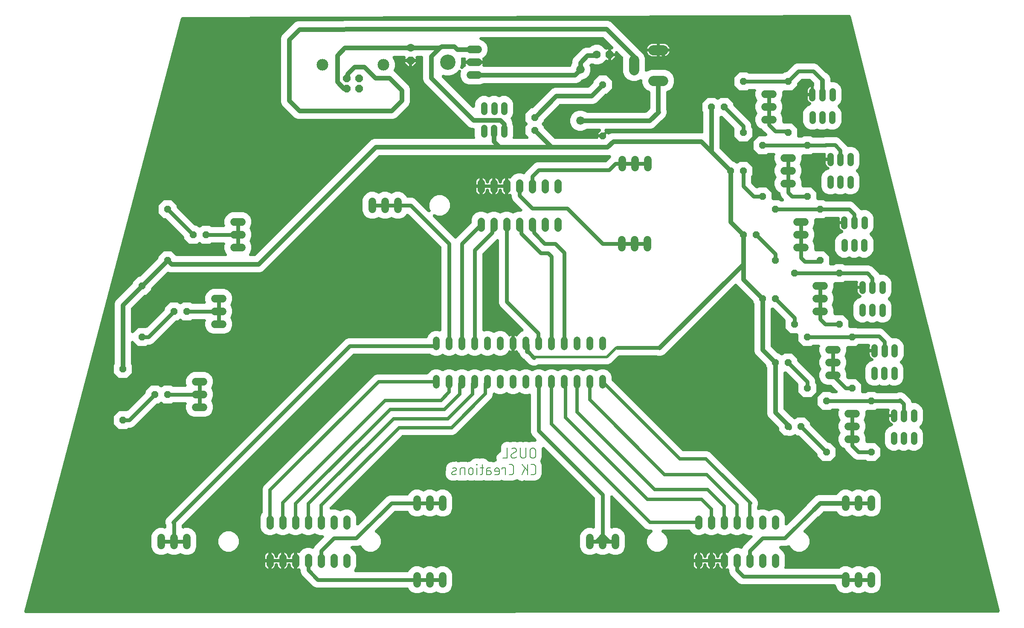
<source format=gbr>
G04 EAGLE Gerber X2 export*
%TF.Part,Single*%
%TF.FileFunction,Copper,L2,Bot,Mixed*%
%TF.FilePolarity,Positive*%
%TF.GenerationSoftware,Autodesk,EAGLE,9.0.0*%
%TF.CreationDate,2019-05-23T14:05:43Z*%
G75*
%MOMM*%
%FSLAX34Y34*%
%LPD*%
%AMOC8*
5,1,8,0,0,1.08239X$1,22.5*%
G01*
%ADD10C,0.177800*%
%ADD11C,1.320800*%
%ADD12C,1.408000*%
%ADD13P,1.429621X8X112.500000*%
%ADD14C,1.524000*%
%ADD15P,1.429621X8X22.500000*%
%ADD16P,1.429621X8X292.500000*%
%ADD17C,1.308000*%
%ADD18P,1.578125X8X202.500000*%
%ADD19C,2.000000*%
%ADD20C,1.676400*%
%ADD21P,1.732040X8X22.500000*%
%ADD22C,1.600200*%
%ADD23P,1.732040X8X292.500000*%
%ADD24C,0.762000*%
%ADD25C,0.508000*%
%ADD26C,0.889000*%
%ADD27C,0.635000*%
%ADD28C,3.048000*%
%ADD29C,2.316000*%

G36*
X2118274Y201494D02*
X2118274Y201494D01*
X2118437Y201507D01*
X2118600Y201511D01*
X2118687Y201527D01*
X2118776Y201534D01*
X2118934Y201573D01*
X2119095Y201603D01*
X2119179Y201633D01*
X2119265Y201653D01*
X2119416Y201717D01*
X2119569Y201772D01*
X2119647Y201814D01*
X2119729Y201848D01*
X2119868Y201935D01*
X2120011Y202013D01*
X2120081Y202067D01*
X2120157Y202114D01*
X2120280Y202221D01*
X2120409Y202321D01*
X2120470Y202386D01*
X2120537Y202444D01*
X2120642Y202570D01*
X2120754Y202689D01*
X2120803Y202762D01*
X2120860Y202830D01*
X2120944Y202971D01*
X2121035Y203106D01*
X2121073Y203187D01*
X2121118Y203263D01*
X2121179Y203415D01*
X2121248Y203563D01*
X2121272Y203648D01*
X2121305Y203731D01*
X2121341Y203890D01*
X2121385Y204047D01*
X2121396Y204135D01*
X2121415Y204222D01*
X2121425Y204385D01*
X2121444Y204547D01*
X2121441Y204636D01*
X2121446Y204724D01*
X2121430Y204887D01*
X2121423Y205050D01*
X2121404Y205155D01*
X2121397Y205226D01*
X2121376Y205306D01*
X2121352Y205439D01*
X1825904Y1386894D01*
X1825857Y1387034D01*
X1825819Y1387177D01*
X1825777Y1387273D01*
X1825744Y1387372D01*
X1825675Y1387502D01*
X1825615Y1387637D01*
X1825558Y1387725D01*
X1825510Y1387817D01*
X1825421Y1387936D01*
X1825341Y1388060D01*
X1825271Y1388137D01*
X1825208Y1388221D01*
X1825102Y1388323D01*
X1825003Y1388433D01*
X1824921Y1388499D01*
X1824847Y1388571D01*
X1824726Y1388656D01*
X1824610Y1388749D01*
X1824520Y1388800D01*
X1824434Y1388860D01*
X1824301Y1388925D01*
X1824173Y1388998D01*
X1824075Y1389035D01*
X1823981Y1389080D01*
X1823840Y1389123D01*
X1823702Y1389175D01*
X1823599Y1389196D01*
X1823499Y1389226D01*
X1823353Y1389246D01*
X1823208Y1389275D01*
X1823081Y1389283D01*
X1823001Y1389294D01*
X1822926Y1389292D01*
X1822814Y1389298D01*
X499542Y1384810D01*
X499426Y1384800D01*
X499310Y1384801D01*
X499175Y1384780D01*
X499040Y1384768D01*
X498927Y1384740D01*
X498812Y1384722D01*
X498683Y1384680D01*
X498551Y1384648D01*
X498444Y1384603D01*
X498333Y1384566D01*
X498213Y1384505D01*
X498088Y1384452D01*
X497989Y1384390D01*
X497885Y1384337D01*
X497776Y1384257D01*
X497661Y1384185D01*
X497573Y1384108D01*
X497479Y1384039D01*
X497384Y1383942D01*
X497282Y1383853D01*
X497207Y1383764D01*
X497125Y1383681D01*
X497046Y1383570D01*
X496960Y1383466D01*
X496900Y1383366D01*
X496832Y1383271D01*
X496772Y1383150D01*
X496703Y1383033D01*
X496660Y1382925D01*
X496608Y1382820D01*
X496552Y1382652D01*
X496518Y1382565D01*
X496507Y1382514D01*
X496484Y1382446D01*
X185693Y204652D01*
X185660Y204470D01*
X185619Y204289D01*
X185615Y204223D01*
X185603Y204157D01*
X185600Y203971D01*
X185588Y203787D01*
X185595Y203720D01*
X185594Y203653D01*
X185619Y203470D01*
X185637Y203285D01*
X185654Y203221D01*
X185663Y203155D01*
X185718Y202977D01*
X185765Y202798D01*
X185791Y202737D01*
X185811Y202673D01*
X185893Y202507D01*
X185967Y202337D01*
X186003Y202281D01*
X186033Y202221D01*
X186140Y202070D01*
X186241Y201914D01*
X186285Y201865D01*
X186324Y201810D01*
X186453Y201678D01*
X186577Y201540D01*
X186629Y201498D01*
X186676Y201450D01*
X186825Y201340D01*
X186969Y201223D01*
X187027Y201190D01*
X187080Y201150D01*
X187245Y201065D01*
X187405Y200973D01*
X187468Y200949D01*
X187527Y200918D01*
X187703Y200860D01*
X187876Y200794D01*
X187942Y200781D01*
X188005Y200760D01*
X188188Y200730D01*
X188369Y200693D01*
X188447Y200688D01*
X188502Y200679D01*
X188595Y200679D01*
X188763Y200668D01*
X2118274Y201494D01*
G37*
%LPC*%
G36*
X453411Y316229D02*
X453411Y316229D01*
X446409Y319130D01*
X441050Y324489D01*
X438149Y331491D01*
X438149Y354309D01*
X441050Y361311D01*
X446409Y366670D01*
X453411Y369571D01*
X460989Y369571D01*
X462970Y368750D01*
X463110Y368705D01*
X463246Y368651D01*
X463349Y368628D01*
X463449Y368595D01*
X463594Y368572D01*
X463737Y368540D01*
X463842Y368534D01*
X463947Y368518D01*
X464093Y368518D01*
X464239Y368509D01*
X464345Y368519D01*
X464450Y368520D01*
X464595Y368543D01*
X464741Y368558D01*
X464843Y368584D01*
X464947Y368601D01*
X465086Y368648D01*
X465228Y368685D01*
X465325Y368727D01*
X465425Y368761D01*
X465554Y368828D01*
X465689Y368887D01*
X465778Y368945D01*
X465871Y368994D01*
X465989Y369081D01*
X466112Y369160D01*
X466191Y369231D01*
X466275Y369294D01*
X466377Y369399D01*
X466487Y369497D01*
X466553Y369579D01*
X466627Y369655D01*
X466711Y369774D01*
X466803Y369888D01*
X466856Y369980D01*
X466917Y370066D01*
X466981Y370198D01*
X467054Y370325D01*
X467092Y370423D01*
X467138Y370519D01*
X467181Y370659D01*
X467233Y370796D01*
X467254Y370899D01*
X467285Y371000D01*
X467305Y371145D01*
X467335Y371289D01*
X467343Y371418D01*
X467354Y371499D01*
X467352Y371572D01*
X467359Y371683D01*
X467359Y374289D01*
X467345Y374462D01*
X467340Y374636D01*
X467326Y374713D01*
X467319Y374791D01*
X467278Y374960D01*
X467246Y375130D01*
X467216Y375218D01*
X467201Y375280D01*
X467166Y375362D01*
X467118Y375504D01*
X466102Y377957D01*
X466102Y384020D01*
X468422Y389621D01*
X823241Y744440D01*
X828842Y746761D01*
X983132Y746761D01*
X983291Y746773D01*
X983451Y746777D01*
X983542Y746793D01*
X983634Y746801D01*
X983789Y746838D01*
X983947Y746867D01*
X984033Y746898D01*
X984123Y746919D01*
X984271Y746981D01*
X984421Y747035D01*
X984502Y747079D01*
X984587Y747114D01*
X984723Y747199D01*
X984864Y747275D01*
X984937Y747331D01*
X985015Y747380D01*
X985136Y747485D01*
X985263Y747582D01*
X985326Y747649D01*
X985395Y747710D01*
X985498Y747833D01*
X985608Y747949D01*
X985660Y748025D01*
X985719Y748096D01*
X985801Y748233D01*
X985891Y748366D01*
X985940Y748465D01*
X985977Y748528D01*
X986007Y748604D01*
X986064Y748720D01*
X988011Y753420D01*
X993084Y758493D01*
X999713Y761239D01*
X1006887Y761239D01*
X1009070Y760335D01*
X1009210Y760289D01*
X1009346Y760235D01*
X1009449Y760212D01*
X1009549Y760179D01*
X1009694Y760157D01*
X1009837Y760125D01*
X1009942Y760118D01*
X1010047Y760102D01*
X1010193Y760102D01*
X1010339Y760093D01*
X1010445Y760104D01*
X1010550Y760104D01*
X1010695Y760128D01*
X1010841Y760142D01*
X1010943Y760169D01*
X1011047Y760186D01*
X1011186Y760232D01*
X1011328Y760269D01*
X1011425Y760312D01*
X1011525Y760345D01*
X1011655Y760413D01*
X1011789Y760472D01*
X1011878Y760529D01*
X1011971Y760578D01*
X1012089Y760665D01*
X1012212Y760745D01*
X1012291Y760815D01*
X1012375Y760878D01*
X1012477Y760983D01*
X1012587Y761081D01*
X1012653Y761163D01*
X1012727Y761239D01*
X1012811Y761359D01*
X1012903Y761473D01*
X1012956Y761564D01*
X1013017Y761651D01*
X1013081Y761782D01*
X1013154Y761909D01*
X1013192Y762008D01*
X1013238Y762103D01*
X1013281Y762243D01*
X1013333Y762380D01*
X1013354Y762484D01*
X1013385Y762585D01*
X1013405Y762729D01*
X1013435Y762873D01*
X1013443Y763003D01*
X1013454Y763083D01*
X1013452Y763156D01*
X1013459Y763267D01*
X1013459Y927092D01*
X1013456Y927133D01*
X1013458Y927174D01*
X1013436Y927383D01*
X1013419Y927594D01*
X1013410Y927634D01*
X1013405Y927675D01*
X1013350Y927878D01*
X1013301Y928083D01*
X1013285Y928121D01*
X1013274Y928161D01*
X1013187Y928354D01*
X1013106Y928548D01*
X1013084Y928583D01*
X1013067Y928620D01*
X1012951Y928797D01*
X1012840Y928976D01*
X1012813Y929007D01*
X1012791Y929041D01*
X1012530Y929337D01*
X948398Y993468D01*
X948287Y993563D01*
X948182Y993665D01*
X948096Y993726D01*
X948015Y993795D01*
X947890Y993871D01*
X947770Y993955D01*
X947676Y994002D01*
X947585Y994057D01*
X947449Y994112D01*
X947318Y994176D01*
X947217Y994207D01*
X947119Y994247D01*
X946977Y994281D01*
X946836Y994323D01*
X946732Y994338D01*
X946629Y994362D01*
X946483Y994372D01*
X946338Y994392D01*
X946232Y994390D01*
X946127Y994398D01*
X945981Y994385D01*
X945834Y994382D01*
X945730Y994363D01*
X945625Y994353D01*
X945483Y994317D01*
X945339Y994291D01*
X945239Y994256D01*
X945137Y994230D01*
X945002Y994172D01*
X944864Y994124D01*
X944771Y994073D01*
X944674Y994032D01*
X944550Y993953D01*
X944422Y993883D01*
X944338Y993819D01*
X944249Y993762D01*
X944139Y993665D01*
X944023Y993576D01*
X943950Y993499D01*
X943871Y993429D01*
X943778Y993316D01*
X943678Y993209D01*
X943618Y993122D01*
X943551Y993040D01*
X943477Y992914D01*
X943395Y992793D01*
X943338Y992676D01*
X943297Y992606D01*
X943270Y992538D01*
X943261Y992519D01*
X937891Y987150D01*
X930889Y984249D01*
X923311Y984249D01*
X916126Y987225D01*
X916024Y987285D01*
X915831Y987402D01*
X915806Y987413D01*
X915782Y987427D01*
X915574Y987508D01*
X915365Y987593D01*
X915339Y987599D01*
X915313Y987609D01*
X915093Y987657D01*
X914875Y987708D01*
X914848Y987710D01*
X914821Y987715D01*
X914596Y987727D01*
X914373Y987743D01*
X914345Y987741D01*
X914318Y987742D01*
X914095Y987719D01*
X913871Y987699D01*
X913844Y987692D01*
X913817Y987689D01*
X913601Y987631D01*
X913383Y987576D01*
X913358Y987565D01*
X913331Y987558D01*
X913126Y987466D01*
X912920Y987377D01*
X912897Y987363D01*
X912872Y987351D01*
X912690Y987232D01*
X905489Y984249D01*
X897911Y984249D01*
X890726Y987225D01*
X890624Y987285D01*
X890431Y987402D01*
X890406Y987413D01*
X890382Y987427D01*
X890174Y987508D01*
X889965Y987593D01*
X889939Y987599D01*
X889913Y987609D01*
X889693Y987657D01*
X889475Y987708D01*
X889448Y987710D01*
X889421Y987715D01*
X889196Y987727D01*
X888973Y987743D01*
X888945Y987741D01*
X888918Y987742D01*
X888695Y987719D01*
X888471Y987699D01*
X888444Y987692D01*
X888417Y987689D01*
X888201Y987631D01*
X887983Y987576D01*
X887958Y987565D01*
X887931Y987558D01*
X887726Y987466D01*
X887520Y987377D01*
X887497Y987363D01*
X887472Y987351D01*
X887290Y987232D01*
X880089Y984249D01*
X872511Y984249D01*
X865509Y987150D01*
X860150Y992509D01*
X857249Y999511D01*
X857249Y1022329D01*
X860150Y1029331D01*
X865509Y1034690D01*
X872511Y1037591D01*
X880089Y1037591D01*
X887274Y1034615D01*
X887377Y1034555D01*
X887568Y1034438D01*
X887594Y1034427D01*
X887617Y1034414D01*
X887827Y1034332D01*
X888034Y1034247D01*
X888061Y1034241D01*
X888087Y1034231D01*
X888306Y1034183D01*
X888525Y1034132D01*
X888552Y1034130D01*
X888579Y1034125D01*
X888803Y1034113D01*
X889027Y1034097D01*
X889054Y1034099D01*
X889082Y1034098D01*
X889304Y1034121D01*
X889528Y1034141D01*
X889555Y1034148D01*
X889582Y1034151D01*
X889799Y1034209D01*
X890017Y1034264D01*
X890042Y1034275D01*
X890069Y1034282D01*
X890274Y1034374D01*
X890479Y1034462D01*
X890503Y1034477D01*
X890528Y1034488D01*
X890710Y1034608D01*
X897911Y1037591D01*
X905489Y1037591D01*
X912674Y1034615D01*
X912777Y1034555D01*
X912968Y1034438D01*
X912994Y1034427D01*
X913017Y1034414D01*
X913227Y1034332D01*
X913434Y1034247D01*
X913461Y1034241D01*
X913487Y1034231D01*
X913706Y1034183D01*
X913925Y1034132D01*
X913952Y1034130D01*
X913979Y1034125D01*
X914203Y1034113D01*
X914427Y1034097D01*
X914454Y1034099D01*
X914482Y1034098D01*
X914704Y1034121D01*
X914928Y1034141D01*
X914955Y1034148D01*
X914982Y1034151D01*
X915199Y1034209D01*
X915417Y1034264D01*
X915442Y1034275D01*
X915469Y1034282D01*
X915674Y1034374D01*
X915879Y1034462D01*
X915903Y1034477D01*
X915928Y1034488D01*
X916110Y1034608D01*
X923311Y1037591D01*
X930889Y1037591D01*
X937891Y1034690D01*
X943250Y1029331D01*
X943752Y1028120D01*
X943825Y1027978D01*
X943889Y1027831D01*
X943939Y1027754D01*
X943981Y1027672D01*
X944075Y1027543D01*
X944162Y1027408D01*
X944224Y1027340D01*
X944278Y1027265D01*
X944392Y1027153D01*
X944499Y1027033D01*
X944570Y1026975D01*
X944636Y1026911D01*
X944766Y1026817D01*
X944890Y1026717D01*
X944970Y1026671D01*
X945045Y1026617D01*
X945188Y1026546D01*
X945327Y1026466D01*
X945413Y1026433D01*
X945495Y1026392D01*
X945648Y1026344D01*
X945798Y1026287D01*
X945888Y1026269D01*
X945975Y1026241D01*
X946134Y1026218D01*
X946291Y1026185D01*
X946401Y1026178D01*
X946474Y1026168D01*
X946555Y1026169D01*
X946685Y1026161D01*
X955532Y1026161D01*
X961133Y1023840D01*
X986711Y998263D01*
X986812Y998177D01*
X986906Y998083D01*
X987003Y998013D01*
X987094Y997936D01*
X987208Y997867D01*
X987316Y997789D01*
X987422Y997736D01*
X987524Y997674D01*
X987647Y997624D01*
X987766Y997564D01*
X987880Y997529D01*
X987990Y997483D01*
X988120Y997453D01*
X988246Y997413D01*
X988364Y997396D01*
X988480Y997369D01*
X988613Y997359D01*
X988744Y997340D01*
X988864Y997342D01*
X988983Y997333D01*
X989115Y997345D01*
X989248Y997346D01*
X989365Y997367D01*
X989484Y997377D01*
X989614Y997410D01*
X989744Y997432D01*
X989857Y997471D01*
X989973Y997500D01*
X990095Y997553D01*
X990220Y997596D01*
X990326Y997652D01*
X990435Y997699D01*
X990547Y997770D01*
X990665Y997832D01*
X990760Y997905D01*
X990861Y997968D01*
X990960Y998056D01*
X991066Y998136D01*
X991149Y998223D01*
X991238Y998302D01*
X991323Y998404D01*
X991415Y998500D01*
X991482Y998598D01*
X991558Y998690D01*
X991625Y998805D01*
X991701Y998914D01*
X991753Y999022D01*
X991813Y999125D01*
X991861Y999249D01*
X991918Y999368D01*
X991952Y999483D01*
X991996Y999594D01*
X992024Y999724D01*
X992061Y999851D01*
X992077Y999969D01*
X992102Y1000086D01*
X992109Y1000219D01*
X992126Y1000351D01*
X992122Y1000470D01*
X992129Y1000589D01*
X992115Y1000721D01*
X992111Y1000854D01*
X992088Y1000971D01*
X992076Y1001090D01*
X992041Y1001218D01*
X992016Y1001348D01*
X991968Y1001490D01*
X991945Y1001576D01*
X991924Y1001622D01*
X991918Y1001636D01*
X991888Y1001722D01*
X989739Y1006910D01*
X989739Y1014930D01*
X992809Y1022340D01*
X998480Y1028011D01*
X1005890Y1031081D01*
X1013910Y1031081D01*
X1021320Y1028011D01*
X1026991Y1022340D01*
X1030061Y1014930D01*
X1030061Y1006910D01*
X1026991Y999500D01*
X1021320Y993829D01*
X1013910Y990759D01*
X1005890Y990759D01*
X1000702Y992908D01*
X1000576Y992949D01*
X1000453Y992999D01*
X1000336Y993027D01*
X1000223Y993063D01*
X1000092Y993084D01*
X999962Y993114D01*
X999843Y993122D01*
X999725Y993141D01*
X999592Y993140D01*
X999460Y993150D01*
X999341Y993139D01*
X999222Y993139D01*
X999091Y993117D01*
X998958Y993105D01*
X998843Y993076D01*
X998725Y993057D01*
X998599Y993015D01*
X998470Y992982D01*
X998360Y992935D01*
X998247Y992898D01*
X998130Y992836D01*
X998007Y992784D01*
X997907Y992720D01*
X997801Y992665D01*
X997694Y992586D01*
X997582Y992514D01*
X997492Y992435D01*
X997397Y992364D01*
X997304Y992269D01*
X997204Y992181D01*
X997129Y992089D01*
X997045Y992004D01*
X996969Y991895D01*
X996884Y991792D01*
X996824Y991690D01*
X996755Y991592D01*
X996697Y991473D01*
X996630Y991358D01*
X996587Y991247D01*
X996534Y991140D01*
X996495Y991013D01*
X996447Y990889D01*
X996422Y990772D01*
X996387Y990658D01*
X996369Y990527D01*
X996341Y990397D01*
X996335Y990277D01*
X996318Y990159D01*
X996321Y990027D01*
X996314Y989894D01*
X996327Y989775D01*
X996329Y989656D01*
X996353Y989525D01*
X996367Y989393D01*
X996398Y989278D01*
X996419Y989161D01*
X996464Y989035D01*
X996498Y988907D01*
X996547Y988798D01*
X996587Y988686D01*
X996650Y988569D01*
X996705Y988448D01*
X996770Y988348D01*
X996827Y988243D01*
X996908Y988138D01*
X996981Y988027D01*
X997081Y987915D01*
X997135Y987844D01*
X997181Y987801D01*
X997243Y987731D01*
X1039155Y945818D01*
X1039176Y945801D01*
X1039194Y945780D01*
X1039368Y945637D01*
X1039539Y945492D01*
X1039562Y945477D01*
X1039583Y945460D01*
X1039776Y945347D01*
X1039969Y945230D01*
X1039994Y945219D01*
X1040017Y945205D01*
X1040226Y945124D01*
X1040435Y945039D01*
X1040461Y945033D01*
X1040487Y945023D01*
X1040706Y944975D01*
X1040925Y944924D01*
X1040952Y944922D01*
X1040979Y944917D01*
X1041203Y944905D01*
X1041427Y944889D01*
X1041454Y944891D01*
X1041482Y944890D01*
X1041704Y944913D01*
X1041929Y944933D01*
X1041955Y944940D01*
X1041982Y944942D01*
X1042198Y945001D01*
X1042417Y945056D01*
X1042442Y945067D01*
X1042469Y945074D01*
X1042674Y945166D01*
X1042880Y945255D01*
X1042903Y945269D01*
X1042928Y945280D01*
X1043116Y945404D01*
X1043305Y945524D01*
X1043326Y945542D01*
X1043349Y945557D01*
X1043645Y945818D01*
X1072800Y974973D01*
X1072826Y975004D01*
X1072857Y975032D01*
X1072989Y975196D01*
X1073126Y975356D01*
X1073148Y975391D01*
X1073173Y975423D01*
X1073278Y975606D01*
X1073388Y975786D01*
X1073404Y975824D01*
X1073424Y975860D01*
X1073499Y976056D01*
X1073579Y976252D01*
X1073588Y976292D01*
X1073603Y976331D01*
X1073645Y976537D01*
X1073694Y976743D01*
X1073696Y976784D01*
X1073705Y976824D01*
X1073729Y977218D01*
X1073729Y983534D01*
X1076541Y990323D01*
X1081737Y995519D01*
X1088526Y998331D01*
X1095874Y998331D01*
X1102665Y995518D01*
X1102676Y995508D01*
X1102694Y995488D01*
X1102867Y995346D01*
X1103039Y995199D01*
X1103062Y995185D01*
X1103083Y995168D01*
X1103276Y995054D01*
X1103469Y994937D01*
X1103494Y994927D01*
X1103517Y994913D01*
X1103727Y994832D01*
X1103935Y994747D01*
X1103961Y994741D01*
X1103987Y994731D01*
X1104206Y994683D01*
X1104425Y994632D01*
X1104452Y994630D01*
X1104479Y994624D01*
X1104703Y994612D01*
X1104927Y994596D01*
X1104954Y994599D01*
X1104982Y994597D01*
X1105205Y994621D01*
X1105429Y994641D01*
X1105455Y994647D01*
X1105482Y994650D01*
X1105699Y994709D01*
X1105917Y994764D01*
X1105942Y994774D01*
X1105969Y994782D01*
X1106174Y994874D01*
X1106380Y994962D01*
X1106403Y994977D01*
X1106428Y994988D01*
X1106616Y995112D01*
X1106805Y995232D01*
X1106826Y995250D01*
X1106848Y995265D01*
X1107135Y995518D01*
X1113926Y998331D01*
X1121274Y998331D01*
X1128065Y995518D01*
X1128076Y995508D01*
X1128094Y995488D01*
X1128267Y995346D01*
X1128439Y995199D01*
X1128462Y995185D01*
X1128483Y995168D01*
X1128676Y995054D01*
X1128869Y994937D01*
X1128894Y994927D01*
X1128917Y994913D01*
X1129127Y994832D01*
X1129335Y994747D01*
X1129361Y994741D01*
X1129387Y994731D01*
X1129606Y994683D01*
X1129825Y994632D01*
X1129852Y994630D01*
X1129879Y994624D01*
X1130103Y994612D01*
X1130327Y994596D01*
X1130354Y994599D01*
X1130382Y994597D01*
X1130605Y994621D01*
X1130829Y994641D01*
X1130855Y994647D01*
X1130882Y994650D01*
X1131099Y994709D01*
X1131317Y994764D01*
X1131342Y994774D01*
X1131369Y994782D01*
X1131574Y994874D01*
X1131780Y994962D01*
X1131803Y994977D01*
X1131828Y994988D01*
X1132016Y995112D01*
X1132205Y995232D01*
X1132226Y995250D01*
X1132248Y995265D01*
X1132535Y995518D01*
X1139326Y998331D01*
X1146674Y998331D01*
X1153465Y995518D01*
X1153476Y995508D01*
X1153494Y995488D01*
X1153667Y995346D01*
X1153839Y995199D01*
X1153862Y995185D01*
X1153883Y995168D01*
X1154076Y995054D01*
X1154269Y994937D01*
X1154294Y994927D01*
X1154317Y994913D01*
X1154527Y994832D01*
X1154735Y994747D01*
X1154761Y994741D01*
X1154787Y994731D01*
X1155006Y994683D01*
X1155225Y994632D01*
X1155252Y994630D01*
X1155279Y994624D01*
X1155503Y994612D01*
X1155727Y994596D01*
X1155754Y994599D01*
X1155782Y994597D01*
X1156005Y994621D01*
X1156229Y994641D01*
X1156255Y994647D01*
X1156282Y994650D01*
X1156499Y994709D01*
X1156717Y994764D01*
X1156742Y994774D01*
X1156769Y994782D01*
X1156974Y994874D01*
X1157180Y994962D01*
X1157203Y994977D01*
X1157228Y994988D01*
X1157416Y995112D01*
X1157605Y995232D01*
X1157626Y995250D01*
X1157648Y995265D01*
X1157935Y995518D01*
X1164726Y998331D01*
X1170822Y998331D01*
X1170836Y998332D01*
X1170850Y998331D01*
X1171086Y998352D01*
X1171324Y998371D01*
X1171338Y998374D01*
X1171351Y998375D01*
X1171581Y998433D01*
X1171814Y998489D01*
X1171826Y998495D01*
X1171839Y998498D01*
X1172058Y998592D01*
X1172278Y998684D01*
X1172290Y998691D01*
X1172302Y998697D01*
X1172503Y998824D01*
X1172706Y998950D01*
X1172716Y998959D01*
X1172728Y998966D01*
X1172905Y999123D01*
X1173086Y999280D01*
X1173095Y999290D01*
X1173105Y999299D01*
X1173256Y999483D01*
X1173409Y999666D01*
X1173416Y999678D01*
X1173425Y999688D01*
X1173545Y999893D01*
X1173668Y1000098D01*
X1173673Y1000111D01*
X1173680Y1000122D01*
X1173766Y1000345D01*
X1173854Y1000566D01*
X1173857Y1000579D01*
X1173862Y1000592D01*
X1173913Y1000825D01*
X1173965Y1001057D01*
X1173966Y1001071D01*
X1173968Y1001084D01*
X1173981Y1001321D01*
X1173996Y1001559D01*
X1173995Y1001573D01*
X1173995Y1001587D01*
X1173971Y1001821D01*
X1173948Y1002061D01*
X1173944Y1002074D01*
X1173943Y1002087D01*
X1173881Y1002316D01*
X1173820Y1002548D01*
X1173815Y1002560D01*
X1173811Y1002574D01*
X1173713Y1002791D01*
X1173618Y1003009D01*
X1173610Y1003020D01*
X1173605Y1003033D01*
X1173475Y1003231D01*
X1173345Y1003432D01*
X1173336Y1003442D01*
X1173328Y1003453D01*
X1173067Y1003750D01*
X1155480Y1021337D01*
X1153159Y1026938D01*
X1153159Y1029877D01*
X1153146Y1030050D01*
X1153140Y1030223D01*
X1153126Y1030300D01*
X1153119Y1030379D01*
X1153078Y1030547D01*
X1153046Y1030718D01*
X1153016Y1030806D01*
X1153001Y1030868D01*
X1152966Y1030949D01*
X1152918Y1031091D01*
X1152457Y1032204D01*
X1152388Y1032339D01*
X1152327Y1032478D01*
X1152274Y1032563D01*
X1152228Y1032652D01*
X1152138Y1032775D01*
X1152057Y1032903D01*
X1151990Y1032978D01*
X1151931Y1033059D01*
X1151823Y1033166D01*
X1151722Y1033279D01*
X1151644Y1033343D01*
X1151573Y1033413D01*
X1151450Y1033502D01*
X1151332Y1033598D01*
X1151246Y1033648D01*
X1151164Y1033707D01*
X1151029Y1033775D01*
X1150897Y1033851D01*
X1150803Y1033887D01*
X1150714Y1033932D01*
X1150569Y1033978D01*
X1150427Y1034032D01*
X1150329Y1034053D01*
X1150234Y1034083D01*
X1150083Y1034105D01*
X1149935Y1034137D01*
X1149834Y1034142D01*
X1149735Y1034156D01*
X1149584Y1034154D01*
X1149432Y1034162D01*
X1149332Y1034151D01*
X1149232Y1034150D01*
X1149082Y1034124D01*
X1148931Y1034107D01*
X1148834Y1034081D01*
X1148736Y1034064D01*
X1148592Y1034015D01*
X1148445Y1033974D01*
X1148333Y1033926D01*
X1148259Y1033900D01*
X1148192Y1033864D01*
X1148083Y1033817D01*
X1146678Y1033101D01*
X1146174Y1032938D01*
X1146174Y1049020D01*
X1146174Y1065102D01*
X1146678Y1064939D01*
X1148083Y1064223D01*
X1148224Y1064165D01*
X1148360Y1064098D01*
X1148456Y1064069D01*
X1148548Y1064030D01*
X1148696Y1063995D01*
X1148842Y1063951D01*
X1148941Y1063937D01*
X1149038Y1063914D01*
X1149190Y1063903D01*
X1149340Y1063882D01*
X1149441Y1063884D01*
X1149541Y1063877D01*
X1149692Y1063890D01*
X1149844Y1063893D01*
X1149943Y1063911D01*
X1150042Y1063919D01*
X1150190Y1063956D01*
X1150339Y1063983D01*
X1150434Y1064016D01*
X1150531Y1064041D01*
X1150671Y1064100D01*
X1150814Y1064151D01*
X1150902Y1064198D01*
X1150994Y1064238D01*
X1151123Y1064319D01*
X1151257Y1064391D01*
X1151336Y1064452D01*
X1151421Y1064505D01*
X1151535Y1064606D01*
X1151655Y1064698D01*
X1151724Y1064771D01*
X1151799Y1064837D01*
X1151896Y1064954D01*
X1152001Y1065065D01*
X1152057Y1065148D01*
X1152121Y1065225D01*
X1152198Y1065356D01*
X1152283Y1065482D01*
X1152337Y1065591D01*
X1152377Y1065659D01*
X1152405Y1065730D01*
X1152457Y1065836D01*
X1152741Y1066523D01*
X1157937Y1071719D01*
X1164726Y1074531D01*
X1172074Y1074531D01*
X1175889Y1072950D01*
X1175915Y1072942D01*
X1175940Y1072930D01*
X1176155Y1072864D01*
X1176368Y1072795D01*
X1176395Y1072791D01*
X1176421Y1072783D01*
X1176644Y1072752D01*
X1176866Y1072718D01*
X1176893Y1072718D01*
X1176920Y1072714D01*
X1177145Y1072719D01*
X1177369Y1072720D01*
X1177396Y1072724D01*
X1177424Y1072725D01*
X1177645Y1072765D01*
X1177866Y1072802D01*
X1177892Y1072810D01*
X1177919Y1072815D01*
X1178131Y1072890D01*
X1178344Y1072961D01*
X1178368Y1072974D01*
X1178394Y1072983D01*
X1178591Y1073090D01*
X1178790Y1073194D01*
X1178812Y1073210D01*
X1178836Y1073223D01*
X1179015Y1073361D01*
X1179194Y1073494D01*
X1179213Y1073514D01*
X1179235Y1073530D01*
X1179390Y1073695D01*
X1179546Y1073855D01*
X1179562Y1073877D01*
X1179580Y1073897D01*
X1179706Y1074083D01*
X1179836Y1074266D01*
X1179848Y1074291D01*
X1179863Y1074314D01*
X1180037Y1074668D01*
X1180880Y1076703D01*
X1197867Y1093690D01*
X1203468Y1096011D01*
X1338572Y1096011D01*
X1338613Y1096014D01*
X1338654Y1096012D01*
X1338863Y1096034D01*
X1339074Y1096051D01*
X1339114Y1096060D01*
X1339155Y1096065D01*
X1339358Y1096120D01*
X1339563Y1096169D01*
X1339601Y1096185D01*
X1339641Y1096196D01*
X1339834Y1096283D01*
X1340028Y1096364D01*
X1340063Y1096386D01*
X1340100Y1096403D01*
X1340277Y1096519D01*
X1340456Y1096630D01*
X1340487Y1096657D01*
X1340521Y1096679D01*
X1340817Y1096940D01*
X1349236Y1105360D01*
X1349323Y1105462D01*
X1349417Y1105557D01*
X1349486Y1105653D01*
X1349563Y1105743D01*
X1349632Y1105857D01*
X1349710Y1105966D01*
X1349763Y1106072D01*
X1349825Y1106173D01*
X1349875Y1106297D01*
X1349935Y1106417D01*
X1349971Y1106529D01*
X1350015Y1106639D01*
X1350046Y1106769D01*
X1350086Y1106897D01*
X1350103Y1107014D01*
X1350130Y1107129D01*
X1350139Y1107263D01*
X1350159Y1107395D01*
X1350157Y1107514D01*
X1350166Y1107631D01*
X1350154Y1107765D01*
X1350152Y1107899D01*
X1350132Y1108015D01*
X1350121Y1108133D01*
X1350089Y1108263D01*
X1350066Y1108395D01*
X1350027Y1108506D01*
X1349998Y1108621D01*
X1349945Y1108744D01*
X1349902Y1108871D01*
X1349846Y1108975D01*
X1349800Y1109084D01*
X1349728Y1109197D01*
X1349665Y1109315D01*
X1349594Y1109409D01*
X1349530Y1109509D01*
X1349442Y1109610D01*
X1349361Y1109717D01*
X1349275Y1109798D01*
X1349197Y1109887D01*
X1349094Y1109972D01*
X1348997Y1110065D01*
X1348900Y1110132D01*
X1348808Y1110207D01*
X1348693Y1110275D01*
X1348583Y1110351D01*
X1348476Y1110402D01*
X1348374Y1110462D01*
X1348249Y1110510D01*
X1348128Y1110568D01*
X1348015Y1110601D01*
X1347905Y1110644D01*
X1347774Y1110673D01*
X1347645Y1110710D01*
X1347528Y1110725D01*
X1347413Y1110750D01*
X1347279Y1110758D01*
X1347146Y1110775D01*
X1347028Y1110771D01*
X1346910Y1110777D01*
X1346784Y1110764D01*
X890691Y1110764D01*
X890650Y1110761D01*
X890609Y1110763D01*
X890400Y1110741D01*
X890189Y1110724D01*
X890149Y1110714D01*
X890108Y1110710D01*
X889905Y1110655D01*
X889699Y1110605D01*
X889662Y1110590D01*
X889622Y1110579D01*
X889429Y1110492D01*
X889235Y1110411D01*
X889200Y1110389D01*
X889163Y1110372D01*
X888986Y1110256D01*
X888807Y1110145D01*
X888776Y1110118D01*
X888742Y1110096D01*
X888446Y1109834D01*
X659233Y880621D01*
X653398Y878204D01*
X474362Y878204D01*
X472428Y879005D01*
X472276Y879055D01*
X472127Y879113D01*
X472037Y879132D01*
X471949Y879161D01*
X471791Y879185D01*
X471635Y879219D01*
X471543Y879224D01*
X471452Y879238D01*
X471291Y879237D01*
X471132Y879246D01*
X471040Y879236D01*
X470948Y879236D01*
X470790Y879210D01*
X470631Y879193D01*
X470542Y879169D01*
X470451Y879154D01*
X470300Y879103D01*
X470145Y879062D01*
X470061Y879024D01*
X469974Y878995D01*
X469832Y878921D01*
X469686Y878855D01*
X469609Y878804D01*
X469527Y878762D01*
X469399Y878667D01*
X469265Y878579D01*
X469182Y878505D01*
X469123Y878461D01*
X469066Y878403D01*
X468969Y878317D01*
X438064Y847413D01*
X438038Y847382D01*
X438007Y847354D01*
X437875Y847190D01*
X437738Y847030D01*
X437716Y846995D01*
X437691Y846963D01*
X437586Y846780D01*
X437476Y846600D01*
X437460Y846562D01*
X437440Y846526D01*
X437365Y846329D01*
X437285Y846134D01*
X437276Y846094D01*
X437261Y846055D01*
X437219Y845849D01*
X437170Y845643D01*
X437168Y845602D01*
X437159Y845562D01*
X437135Y845168D01*
X437135Y843430D01*
X426570Y832865D01*
X424832Y832865D01*
X424791Y832862D01*
X424750Y832864D01*
X424541Y832842D01*
X424330Y832825D01*
X424290Y832816D01*
X424249Y832811D01*
X424046Y832756D01*
X423841Y832707D01*
X423803Y832691D01*
X423763Y832680D01*
X423570Y832593D01*
X423376Y832512D01*
X423341Y832490D01*
X423304Y832473D01*
X423127Y832357D01*
X422948Y832246D01*
X422917Y832219D01*
X422883Y832197D01*
X422587Y831936D01*
X397805Y807154D01*
X397779Y807123D01*
X397748Y807095D01*
X397616Y806931D01*
X397479Y806771D01*
X397457Y806736D01*
X397432Y806704D01*
X397327Y806521D01*
X397217Y806341D01*
X397201Y806303D01*
X397181Y806267D01*
X397106Y806070D01*
X397026Y805875D01*
X397017Y805835D01*
X397002Y805796D01*
X396960Y805590D01*
X396911Y805384D01*
X396909Y805343D01*
X396900Y805303D01*
X396876Y804909D01*
X396876Y760244D01*
X396877Y760230D01*
X396876Y760217D01*
X396897Y759981D01*
X396916Y759742D01*
X396919Y759729D01*
X396920Y759715D01*
X396978Y759485D01*
X397034Y759253D01*
X397040Y759240D01*
X397043Y759227D01*
X397137Y759008D01*
X397229Y758788D01*
X397236Y758777D01*
X397242Y758764D01*
X397369Y758563D01*
X397495Y758361D01*
X397504Y758350D01*
X397511Y758339D01*
X397668Y758160D01*
X397825Y757980D01*
X397835Y757971D01*
X397844Y757961D01*
X398028Y757810D01*
X398211Y757657D01*
X398223Y757650D01*
X398233Y757641D01*
X398438Y757521D01*
X398643Y757399D01*
X398656Y757394D01*
X398667Y757387D01*
X398890Y757300D01*
X399111Y757212D01*
X399124Y757209D01*
X399137Y757204D01*
X399370Y757154D01*
X399602Y757102D01*
X399616Y757101D01*
X399629Y757098D01*
X399866Y757085D01*
X400104Y757070D01*
X400118Y757072D01*
X400132Y757071D01*
X400366Y757096D01*
X400606Y757119D01*
X400619Y757122D01*
X400632Y757124D01*
X400861Y757185D01*
X401093Y757246D01*
X401105Y757251D01*
X401119Y757255D01*
X401334Y757352D01*
X401554Y757449D01*
X401565Y757456D01*
X401578Y757462D01*
X401776Y757592D01*
X401977Y757722D01*
X401987Y757731D01*
X401998Y757738D01*
X402295Y757999D01*
X411630Y767335D01*
X426966Y767335D01*
X427007Y767338D01*
X427048Y767336D01*
X427257Y767358D01*
X427468Y767375D01*
X427508Y767384D01*
X427549Y767389D01*
X427752Y767444D01*
X427958Y767493D01*
X427995Y767509D01*
X428035Y767520D01*
X428228Y767607D01*
X428422Y767688D01*
X428457Y767710D01*
X428494Y767727D01*
X428671Y767843D01*
X428850Y767954D01*
X428881Y767981D01*
X428915Y768003D01*
X429211Y768264D01*
X463636Y802689D01*
X463662Y802720D01*
X463693Y802748D01*
X463825Y802912D01*
X463962Y803072D01*
X463984Y803107D01*
X464009Y803139D01*
X464114Y803322D01*
X464224Y803502D01*
X464240Y803540D01*
X464260Y803576D01*
X464335Y803772D01*
X464415Y803968D01*
X464424Y804008D01*
X464439Y804047D01*
X464481Y804253D01*
X464530Y804459D01*
X464532Y804500D01*
X464541Y804540D01*
X464565Y804934D01*
X464565Y807570D01*
X475130Y818135D01*
X490070Y818135D01*
X493055Y815149D01*
X493076Y815132D01*
X493094Y815111D01*
X493268Y814969D01*
X493439Y814823D01*
X493462Y814809D01*
X493483Y814791D01*
X493677Y814678D01*
X493869Y814561D01*
X493894Y814550D01*
X493917Y814537D01*
X494127Y814455D01*
X494335Y814370D01*
X494361Y814364D01*
X494387Y814354D01*
X494606Y814307D01*
X494825Y814256D01*
X494852Y814254D01*
X494879Y814248D01*
X495103Y814236D01*
X495327Y814220D01*
X495354Y814222D01*
X495382Y814221D01*
X495604Y814244D01*
X495829Y814264D01*
X495855Y814271D01*
X495882Y814274D01*
X496098Y814332D01*
X496317Y814387D01*
X496342Y814398D01*
X496369Y814405D01*
X496573Y814497D01*
X496780Y814586D01*
X496803Y814600D01*
X496828Y814612D01*
X497016Y814735D01*
X497205Y814855D01*
X497226Y814873D01*
X497248Y814888D01*
X497545Y815149D01*
X500530Y818135D01*
X515470Y818135D01*
X517335Y816270D01*
X517366Y816244D01*
X517393Y816213D01*
X517557Y816081D01*
X517718Y815944D01*
X517753Y815922D01*
X517784Y815897D01*
X517967Y815792D01*
X518148Y815682D01*
X518186Y815666D01*
X518221Y815646D01*
X518418Y815571D01*
X518614Y815491D01*
X518654Y815482D01*
X518692Y815467D01*
X518899Y815425D01*
X519104Y815376D01*
X519145Y815374D01*
X519185Y815365D01*
X519579Y815341D01*
X542717Y815341D01*
X542863Y815352D01*
X543010Y815354D01*
X543114Y815372D01*
X543219Y815381D01*
X543361Y815415D01*
X543506Y815440D01*
X543606Y815475D01*
X543708Y815499D01*
X543843Y815556D01*
X543982Y815604D01*
X544075Y815653D01*
X544173Y815694D01*
X544297Y815771D01*
X544427Y815840D01*
X544511Y815904D01*
X544601Y815960D01*
X544711Y816056D01*
X544828Y816144D01*
X544901Y816221D01*
X544981Y816290D01*
X545075Y816402D01*
X545176Y816508D01*
X545236Y816595D01*
X545304Y816676D01*
X545379Y816801D01*
X545463Y816922D01*
X545508Y817017D01*
X545563Y817108D01*
X545617Y817244D01*
X545680Y817376D01*
X545710Y817478D01*
X545749Y817576D01*
X545781Y817719D01*
X545823Y817859D01*
X545836Y817964D01*
X545860Y818067D01*
X545869Y818213D01*
X545888Y818358D01*
X545884Y818464D01*
X545891Y818569D01*
X545877Y818715D01*
X545872Y818862D01*
X545853Y818965D01*
X545842Y819071D01*
X545805Y819212D01*
X545778Y819356D01*
X545736Y819479D01*
X545715Y819558D01*
X545686Y819625D01*
X545650Y819730D01*
X544829Y821711D01*
X544829Y829289D01*
X547730Y836291D01*
X553089Y841650D01*
X560091Y844551D01*
X582909Y844551D01*
X589911Y841650D01*
X595270Y836291D01*
X598171Y829289D01*
X598171Y821711D01*
X595195Y814526D01*
X595135Y814424D01*
X595018Y814231D01*
X595007Y814206D01*
X594993Y814182D01*
X594912Y813974D01*
X594827Y813765D01*
X594821Y813739D01*
X594811Y813713D01*
X594763Y813493D01*
X594712Y813275D01*
X594710Y813248D01*
X594705Y813221D01*
X594693Y812996D01*
X594677Y812773D01*
X594679Y812745D01*
X594678Y812718D01*
X594701Y812495D01*
X594721Y812271D01*
X594728Y812244D01*
X594731Y812217D01*
X594789Y812001D01*
X594844Y811783D01*
X594855Y811758D01*
X594862Y811731D01*
X594954Y811526D01*
X595043Y811320D01*
X595057Y811297D01*
X595069Y811272D01*
X595188Y811090D01*
X598171Y803889D01*
X598171Y796311D01*
X595195Y789126D01*
X595135Y789024D01*
X595018Y788831D01*
X595007Y788806D01*
X594993Y788782D01*
X594912Y788574D01*
X594827Y788365D01*
X594821Y788339D01*
X594811Y788313D01*
X594763Y788093D01*
X594712Y787875D01*
X594710Y787848D01*
X594705Y787821D01*
X594693Y787596D01*
X594677Y787373D01*
X594679Y787345D01*
X594678Y787318D01*
X594701Y787095D01*
X594721Y786871D01*
X594728Y786844D01*
X594731Y786817D01*
X594789Y786601D01*
X594844Y786383D01*
X594855Y786358D01*
X594862Y786331D01*
X594954Y786126D01*
X595043Y785920D01*
X595057Y785897D01*
X595069Y785872D01*
X595188Y785690D01*
X598171Y778489D01*
X598171Y770911D01*
X595270Y763909D01*
X589911Y758550D01*
X582909Y755649D01*
X560091Y755649D01*
X553089Y758550D01*
X547730Y763909D01*
X544829Y770911D01*
X544829Y778489D01*
X545650Y780470D01*
X545695Y780610D01*
X545749Y780746D01*
X545772Y780849D01*
X545805Y780949D01*
X545828Y781094D01*
X545860Y781237D01*
X545866Y781342D01*
X545882Y781447D01*
X545882Y781593D01*
X545891Y781739D01*
X545881Y781845D01*
X545880Y781950D01*
X545857Y782095D01*
X545842Y782241D01*
X545816Y782343D01*
X545799Y782447D01*
X545752Y782586D01*
X545715Y782728D01*
X545673Y782825D01*
X545639Y782925D01*
X545572Y783054D01*
X545513Y783189D01*
X545455Y783278D01*
X545406Y783371D01*
X545319Y783489D01*
X545240Y783612D01*
X545169Y783691D01*
X545106Y783775D01*
X545001Y783877D01*
X544903Y783987D01*
X544821Y784053D01*
X544745Y784127D01*
X544626Y784211D01*
X544512Y784303D01*
X544420Y784356D01*
X544334Y784417D01*
X544202Y784481D01*
X544075Y784554D01*
X543977Y784592D01*
X543881Y784638D01*
X543741Y784681D01*
X543604Y784733D01*
X543501Y784754D01*
X543400Y784785D01*
X543255Y784805D01*
X543111Y784835D01*
X542982Y784843D01*
X542901Y784854D01*
X542828Y784852D01*
X542717Y784859D01*
X519579Y784859D01*
X519538Y784856D01*
X519497Y784858D01*
X519288Y784836D01*
X519077Y784819D01*
X519037Y784810D01*
X518997Y784805D01*
X518793Y784750D01*
X518588Y784701D01*
X518550Y784685D01*
X518511Y784674D01*
X518317Y784587D01*
X518123Y784506D01*
X518089Y784484D01*
X518051Y784467D01*
X517875Y784351D01*
X517696Y784240D01*
X517665Y784213D01*
X517631Y784191D01*
X517335Y783930D01*
X515470Y782065D01*
X500530Y782065D01*
X497545Y785051D01*
X497524Y785068D01*
X497506Y785089D01*
X497332Y785231D01*
X497161Y785377D01*
X497138Y785391D01*
X497117Y785409D01*
X496924Y785522D01*
X496731Y785639D01*
X496706Y785650D01*
X496683Y785663D01*
X496474Y785745D01*
X496265Y785830D01*
X496239Y785836D01*
X496213Y785846D01*
X495994Y785893D01*
X495775Y785944D01*
X495748Y785946D01*
X495721Y785952D01*
X495497Y785964D01*
X495273Y785980D01*
X495246Y785978D01*
X495218Y785979D01*
X494996Y785956D01*
X494771Y785936D01*
X494745Y785929D01*
X494718Y785926D01*
X494502Y785868D01*
X494283Y785813D01*
X494258Y785802D01*
X494231Y785795D01*
X494027Y785703D01*
X493820Y785614D01*
X493797Y785600D01*
X493772Y785588D01*
X493585Y785465D01*
X493395Y785345D01*
X493374Y785327D01*
X493351Y785312D01*
X493055Y785051D01*
X490070Y782065D01*
X487434Y782065D01*
X487393Y782062D01*
X487352Y782064D01*
X487143Y782042D01*
X486932Y782025D01*
X486892Y782016D01*
X486851Y782011D01*
X486648Y781956D01*
X486442Y781907D01*
X486405Y781891D01*
X486365Y781880D01*
X486172Y781793D01*
X485978Y781712D01*
X485943Y781690D01*
X485906Y781673D01*
X485729Y781557D01*
X485550Y781446D01*
X485519Y781419D01*
X485485Y781397D01*
X485189Y781136D01*
X445167Y741113D01*
X440433Y736380D01*
X434832Y734059D01*
X430679Y734059D01*
X430638Y734056D01*
X430597Y734058D01*
X430388Y734036D01*
X430177Y734019D01*
X430137Y734010D01*
X430097Y734005D01*
X429893Y733950D01*
X429688Y733901D01*
X429650Y733885D01*
X429611Y733874D01*
X429417Y733787D01*
X429223Y733706D01*
X429189Y733684D01*
X429151Y733667D01*
X428975Y733551D01*
X428796Y733440D01*
X428765Y733413D01*
X428731Y733391D01*
X428435Y733130D01*
X426570Y731265D01*
X411630Y731265D01*
X402295Y740601D01*
X402284Y740609D01*
X402275Y740620D01*
X402092Y740773D01*
X401911Y740927D01*
X401900Y740934D01*
X401889Y740943D01*
X401686Y741065D01*
X401481Y741189D01*
X401469Y741194D01*
X401457Y741201D01*
X401238Y741289D01*
X401015Y741380D01*
X401002Y741383D01*
X400989Y741388D01*
X400757Y741440D01*
X400525Y741495D01*
X400511Y741495D01*
X400498Y741498D01*
X400259Y741513D01*
X400023Y741530D01*
X400009Y741529D01*
X399996Y741530D01*
X399758Y741507D01*
X399521Y741486D01*
X399508Y741483D01*
X399494Y741481D01*
X399264Y741421D01*
X399033Y741363D01*
X399020Y741358D01*
X399007Y741354D01*
X398788Y741258D01*
X398570Y741164D01*
X398559Y741157D01*
X398546Y741151D01*
X398344Y741021D01*
X398145Y740895D01*
X398135Y740886D01*
X398123Y740878D01*
X397945Y740719D01*
X397767Y740562D01*
X397759Y740551D01*
X397748Y740542D01*
X397598Y740356D01*
X397447Y740173D01*
X397440Y740161D01*
X397432Y740151D01*
X397313Y739944D01*
X397193Y739739D01*
X397188Y739726D01*
X397181Y739714D01*
X397097Y739492D01*
X397010Y739269D01*
X397007Y739256D01*
X397002Y739243D01*
X396954Y739010D01*
X396904Y738777D01*
X396903Y738763D01*
X396900Y738750D01*
X396876Y738356D01*
X396876Y696744D01*
X396879Y696703D01*
X396877Y696662D01*
X396899Y696453D01*
X396916Y696242D01*
X396925Y696202D01*
X396930Y696162D01*
X396985Y695958D01*
X397034Y695753D01*
X397050Y695715D01*
X397061Y695676D01*
X397148Y695482D01*
X397229Y695288D01*
X397251Y695254D01*
X397268Y695216D01*
X397384Y695040D01*
X397495Y694861D01*
X397522Y694830D01*
X397544Y694796D01*
X397805Y694500D01*
X399035Y693270D01*
X399035Y678330D01*
X388470Y667765D01*
X373530Y667765D01*
X362965Y678330D01*
X362965Y693270D01*
X364195Y694500D01*
X364221Y694531D01*
X364252Y694558D01*
X364384Y694722D01*
X364521Y694883D01*
X364543Y694918D01*
X364568Y694949D01*
X364673Y695132D01*
X364783Y695313D01*
X364799Y695351D01*
X364819Y695386D01*
X364894Y695583D01*
X364974Y695779D01*
X364983Y695819D01*
X364998Y695857D01*
X365040Y696064D01*
X365089Y696269D01*
X365091Y696310D01*
X365100Y696350D01*
X365124Y696744D01*
X365124Y815958D01*
X367541Y821793D01*
X400136Y854387D01*
X400162Y854418D01*
X400193Y854446D01*
X400325Y854610D01*
X400462Y854770D01*
X400484Y854805D01*
X400509Y854837D01*
X400614Y855020D01*
X400724Y855200D01*
X400740Y855238D01*
X400760Y855274D01*
X400835Y855471D01*
X400915Y855666D01*
X400924Y855706D01*
X400939Y855745D01*
X400981Y855951D01*
X401030Y856157D01*
X401032Y856198D01*
X401041Y856238D01*
X401065Y856632D01*
X401065Y858370D01*
X411630Y868935D01*
X413368Y868935D01*
X413409Y868938D01*
X413450Y868936D01*
X413659Y868958D01*
X413870Y868975D01*
X413910Y868984D01*
X413951Y868989D01*
X414154Y869044D01*
X414359Y869093D01*
X414397Y869109D01*
X414437Y869120D01*
X414630Y869207D01*
X414824Y869288D01*
X414859Y869310D01*
X414896Y869327D01*
X415073Y869443D01*
X415252Y869554D01*
X415283Y869581D01*
X415317Y869603D01*
X415613Y869864D01*
X450936Y905187D01*
X450962Y905218D01*
X450993Y905246D01*
X451125Y905410D01*
X451262Y905570D01*
X451284Y905605D01*
X451309Y905637D01*
X451414Y905820D01*
X451524Y906000D01*
X451540Y906038D01*
X451560Y906074D01*
X451635Y906271D01*
X451715Y906466D01*
X451724Y906506D01*
X451739Y906545D01*
X451781Y906751D01*
X451830Y906957D01*
X451832Y906998D01*
X451841Y907038D01*
X451865Y907432D01*
X451865Y909170D01*
X462430Y919735D01*
X477370Y919735D01*
X486219Y910885D01*
X486251Y910859D01*
X486278Y910828D01*
X486442Y910696D01*
X486603Y910559D01*
X486638Y910537D01*
X486669Y910512D01*
X486852Y910407D01*
X487033Y910297D01*
X487071Y910281D01*
X487106Y910261D01*
X487303Y910186D01*
X487499Y910106D01*
X487539Y910097D01*
X487577Y910082D01*
X487784Y910040D01*
X487989Y909991D01*
X488030Y909989D01*
X488070Y909980D01*
X488464Y909956D01*
X584519Y909956D01*
X584533Y909957D01*
X584546Y909956D01*
X584783Y909977D01*
X585021Y909996D01*
X585034Y909999D01*
X585048Y910000D01*
X585279Y910058D01*
X585510Y910114D01*
X585523Y910120D01*
X585536Y910123D01*
X585756Y910218D01*
X585975Y910309D01*
X585986Y910316D01*
X585999Y910322D01*
X586201Y910449D01*
X586403Y910575D01*
X586413Y910584D01*
X586424Y910591D01*
X586602Y910748D01*
X586783Y910905D01*
X586792Y910915D01*
X586802Y910924D01*
X586953Y911108D01*
X587106Y911291D01*
X587113Y911302D01*
X587122Y911313D01*
X587243Y911519D01*
X587365Y911723D01*
X587370Y911736D01*
X587377Y911747D01*
X587463Y911971D01*
X587551Y912191D01*
X587554Y912204D01*
X587559Y912217D01*
X587609Y912449D01*
X587662Y912682D01*
X587662Y912696D01*
X587665Y912709D01*
X587678Y912945D01*
X587693Y913184D01*
X587692Y913198D01*
X587692Y913212D01*
X587668Y913447D01*
X587644Y913686D01*
X587641Y913699D01*
X587640Y913712D01*
X587578Y913940D01*
X587517Y914173D01*
X587512Y914185D01*
X587508Y914199D01*
X587411Y914414D01*
X587315Y914634D01*
X587307Y914645D01*
X587302Y914658D01*
X587171Y914856D01*
X587042Y915057D01*
X587032Y915067D01*
X587025Y915079D01*
X586764Y915375D01*
X585830Y916309D01*
X582929Y923311D01*
X582929Y930889D01*
X583750Y932870D01*
X583795Y933010D01*
X583849Y933146D01*
X583872Y933249D01*
X583905Y933349D01*
X583928Y933494D01*
X583960Y933637D01*
X583966Y933742D01*
X583982Y933847D01*
X583982Y933993D01*
X583991Y934139D01*
X583981Y934245D01*
X583980Y934350D01*
X583957Y934495D01*
X583942Y934641D01*
X583916Y934743D01*
X583899Y934847D01*
X583852Y934986D01*
X583815Y935128D01*
X583773Y935225D01*
X583739Y935325D01*
X583672Y935454D01*
X583613Y935589D01*
X583555Y935678D01*
X583506Y935771D01*
X583419Y935889D01*
X583340Y936012D01*
X583269Y936091D01*
X583206Y936175D01*
X583101Y936277D01*
X583003Y936387D01*
X582921Y936453D01*
X582845Y936527D01*
X582726Y936611D01*
X582612Y936703D01*
X582520Y936756D01*
X582434Y936817D01*
X582302Y936881D01*
X582175Y936954D01*
X582077Y936992D01*
X581981Y937038D01*
X581841Y937081D01*
X581704Y937133D01*
X581601Y937154D01*
X581500Y937185D01*
X581355Y937205D01*
X581211Y937235D01*
X581082Y937243D01*
X581001Y937254D01*
X580928Y937252D01*
X580817Y937259D01*
X557679Y937259D01*
X557638Y937256D01*
X557597Y937258D01*
X557388Y937236D01*
X557177Y937219D01*
X557137Y937210D01*
X557097Y937205D01*
X556893Y937150D01*
X556688Y937101D01*
X556650Y937085D01*
X556611Y937074D01*
X556417Y936987D01*
X556223Y936906D01*
X556189Y936884D01*
X556151Y936867D01*
X555975Y936751D01*
X555796Y936640D01*
X555765Y936613D01*
X555731Y936591D01*
X555435Y936330D01*
X553570Y934465D01*
X538630Y934465D01*
X535645Y937451D01*
X535624Y937468D01*
X535606Y937489D01*
X535432Y937631D01*
X535261Y937777D01*
X535238Y937791D01*
X535217Y937809D01*
X535024Y937922D01*
X534831Y938039D01*
X534806Y938050D01*
X534783Y938063D01*
X534574Y938145D01*
X534365Y938230D01*
X534339Y938236D01*
X534313Y938246D01*
X534094Y938293D01*
X533875Y938344D01*
X533848Y938346D01*
X533821Y938352D01*
X533597Y938364D01*
X533373Y938380D01*
X533346Y938378D01*
X533318Y938379D01*
X533096Y938356D01*
X532871Y938336D01*
X532845Y938329D01*
X532818Y938326D01*
X532602Y938268D01*
X532383Y938213D01*
X532358Y938202D01*
X532331Y938195D01*
X532127Y938103D01*
X531920Y938014D01*
X531897Y938000D01*
X531872Y937988D01*
X531685Y937865D01*
X531495Y937745D01*
X531474Y937727D01*
X531451Y937712D01*
X531155Y937451D01*
X528170Y934465D01*
X513230Y934465D01*
X502665Y945030D01*
X502665Y947666D01*
X502662Y947707D01*
X502664Y947748D01*
X502642Y947957D01*
X502625Y948168D01*
X502616Y948208D01*
X502611Y948249D01*
X502556Y948452D01*
X502507Y948657D01*
X502491Y948695D01*
X502480Y948735D01*
X502393Y948928D01*
X502312Y949122D01*
X502290Y949157D01*
X502273Y949194D01*
X502157Y949371D01*
X502046Y949550D01*
X502019Y949581D01*
X501997Y949615D01*
X501736Y949911D01*
X467311Y984336D01*
X467280Y984362D01*
X467252Y984393D01*
X467088Y984525D01*
X466928Y984662D01*
X466893Y984684D01*
X466861Y984709D01*
X466678Y984814D01*
X466498Y984924D01*
X466460Y984940D01*
X466424Y984960D01*
X466227Y985035D01*
X466032Y985115D01*
X465992Y985124D01*
X465953Y985139D01*
X465747Y985181D01*
X465541Y985230D01*
X465500Y985232D01*
X465460Y985241D01*
X465066Y985265D01*
X462430Y985265D01*
X451865Y995830D01*
X451865Y1010770D01*
X462430Y1021335D01*
X477370Y1021335D01*
X487935Y1010770D01*
X487935Y1008134D01*
X487938Y1008093D01*
X487936Y1008052D01*
X487958Y1007843D01*
X487975Y1007632D01*
X487984Y1007592D01*
X487989Y1007551D01*
X488044Y1007348D01*
X488093Y1007143D01*
X488109Y1007105D01*
X488120Y1007065D01*
X488207Y1006872D01*
X488288Y1006678D01*
X488310Y1006643D01*
X488327Y1006606D01*
X488443Y1006429D01*
X488554Y1006250D01*
X488581Y1006219D01*
X488603Y1006185D01*
X488864Y1005889D01*
X523289Y971464D01*
X523320Y971438D01*
X523348Y971407D01*
X523512Y971275D01*
X523672Y971138D01*
X523707Y971116D01*
X523739Y971091D01*
X523922Y970986D01*
X524102Y970876D01*
X524140Y970860D01*
X524176Y970840D01*
X524373Y970765D01*
X524568Y970685D01*
X524608Y970676D01*
X524647Y970661D01*
X524853Y970619D01*
X525059Y970570D01*
X525100Y970568D01*
X525140Y970559D01*
X525534Y970535D01*
X528170Y970535D01*
X531155Y967549D01*
X531176Y967532D01*
X531194Y967511D01*
X531368Y967369D01*
X531539Y967223D01*
X531562Y967209D01*
X531583Y967191D01*
X531777Y967078D01*
X531969Y966961D01*
X531994Y966950D01*
X532017Y966937D01*
X532227Y966855D01*
X532435Y966770D01*
X532461Y966764D01*
X532487Y966754D01*
X532706Y966707D01*
X532925Y966656D01*
X532952Y966654D01*
X532979Y966648D01*
X533203Y966636D01*
X533427Y966620D01*
X533454Y966622D01*
X533482Y966621D01*
X533704Y966644D01*
X533929Y966664D01*
X533955Y966671D01*
X533982Y966674D01*
X534198Y966732D01*
X534417Y966787D01*
X534442Y966798D01*
X534469Y966805D01*
X534673Y966897D01*
X534880Y966986D01*
X534903Y967000D01*
X534928Y967012D01*
X535116Y967135D01*
X535305Y967255D01*
X535326Y967273D01*
X535348Y967288D01*
X535645Y967549D01*
X538630Y970535D01*
X553570Y970535D01*
X555435Y968670D01*
X555466Y968644D01*
X555493Y968613D01*
X555657Y968481D01*
X555818Y968344D01*
X555853Y968322D01*
X555884Y968297D01*
X556067Y968192D01*
X556248Y968082D01*
X556286Y968066D01*
X556321Y968046D01*
X556518Y967971D01*
X556714Y967891D01*
X556754Y967882D01*
X556792Y967867D01*
X556999Y967825D01*
X557204Y967776D01*
X557245Y967774D01*
X557285Y967765D01*
X557679Y967741D01*
X580817Y967741D01*
X580963Y967752D01*
X581110Y967754D01*
X581214Y967772D01*
X581319Y967781D01*
X581461Y967815D01*
X581606Y967840D01*
X581706Y967875D01*
X581808Y967899D01*
X581943Y967956D01*
X582082Y968004D01*
X582175Y968053D01*
X582273Y968094D01*
X582397Y968171D01*
X582527Y968240D01*
X582611Y968304D01*
X582701Y968360D01*
X582811Y968456D01*
X582928Y968544D01*
X583001Y968621D01*
X583081Y968690D01*
X583175Y968802D01*
X583276Y968908D01*
X583336Y968995D01*
X583404Y969076D01*
X583479Y969201D01*
X583563Y969322D01*
X583608Y969417D01*
X583663Y969508D01*
X583717Y969644D01*
X583780Y969776D01*
X583810Y969878D01*
X583849Y969976D01*
X583881Y970119D01*
X583923Y970259D01*
X583936Y970364D01*
X583960Y970467D01*
X583969Y970613D01*
X583988Y970758D01*
X583984Y970864D01*
X583991Y970969D01*
X583977Y971115D01*
X583972Y971262D01*
X583953Y971365D01*
X583942Y971471D01*
X583905Y971612D01*
X583878Y971756D01*
X583836Y971879D01*
X583815Y971958D01*
X583786Y972025D01*
X583750Y972130D01*
X582929Y974111D01*
X582929Y981689D01*
X585830Y988691D01*
X591189Y994050D01*
X598191Y996951D01*
X621009Y996951D01*
X628011Y994050D01*
X633370Y988691D01*
X636271Y981689D01*
X636271Y974111D01*
X633295Y966926D01*
X633235Y966824D01*
X633118Y966631D01*
X633107Y966606D01*
X633093Y966582D01*
X633012Y966374D01*
X632927Y966165D01*
X632921Y966139D01*
X632911Y966113D01*
X632863Y965893D01*
X632812Y965675D01*
X632810Y965648D01*
X632805Y965621D01*
X632793Y965396D01*
X632777Y965173D01*
X632779Y965145D01*
X632778Y965118D01*
X632801Y964895D01*
X632821Y964671D01*
X632828Y964644D01*
X632831Y964617D01*
X632889Y964401D01*
X632944Y964183D01*
X632955Y964158D01*
X632962Y964131D01*
X633054Y963926D01*
X633143Y963720D01*
X633157Y963697D01*
X633169Y963672D01*
X633288Y963490D01*
X636271Y956289D01*
X636271Y948711D01*
X633295Y941526D01*
X633235Y941424D01*
X633118Y941231D01*
X633107Y941206D01*
X633093Y941182D01*
X633012Y940974D01*
X632927Y940765D01*
X632921Y940739D01*
X632911Y940713D01*
X632863Y940493D01*
X632812Y940275D01*
X632810Y940248D01*
X632805Y940221D01*
X632793Y939996D01*
X632777Y939773D01*
X632779Y939745D01*
X632778Y939718D01*
X632801Y939495D01*
X632821Y939271D01*
X632828Y939244D01*
X632831Y939217D01*
X632889Y939001D01*
X632944Y938783D01*
X632955Y938758D01*
X632962Y938731D01*
X633054Y938526D01*
X633143Y938320D01*
X633157Y938297D01*
X633169Y938272D01*
X633288Y938090D01*
X636271Y930889D01*
X636271Y923311D01*
X633370Y916309D01*
X632436Y915375D01*
X632427Y915364D01*
X632417Y915355D01*
X632264Y915172D01*
X632110Y914991D01*
X632103Y914980D01*
X632094Y914969D01*
X631972Y914765D01*
X631848Y914561D01*
X631842Y914549D01*
X631835Y914537D01*
X631747Y914316D01*
X631657Y914095D01*
X631654Y914082D01*
X631649Y914069D01*
X631596Y913836D01*
X631542Y913605D01*
X631541Y913591D01*
X631538Y913578D01*
X631524Y913340D01*
X631507Y913103D01*
X631508Y913089D01*
X631507Y913076D01*
X631530Y912838D01*
X631551Y912601D01*
X631554Y912588D01*
X631556Y912574D01*
X631616Y912344D01*
X631674Y912113D01*
X631679Y912100D01*
X631683Y912087D01*
X631779Y911869D01*
X631873Y911650D01*
X631880Y911639D01*
X631885Y911626D01*
X632014Y911426D01*
X632142Y911225D01*
X632151Y911215D01*
X632158Y911203D01*
X632318Y911025D01*
X632475Y910847D01*
X632486Y910839D01*
X632495Y910828D01*
X632681Y910678D01*
X632864Y910527D01*
X632876Y910520D01*
X632886Y910512D01*
X633092Y910393D01*
X633298Y910273D01*
X633311Y910268D01*
X633323Y910261D01*
X633545Y910177D01*
X633767Y910090D01*
X633781Y910087D01*
X633794Y910082D01*
X634027Y910034D01*
X634260Y909984D01*
X634273Y909983D01*
X634287Y909980D01*
X634681Y909956D01*
X642349Y909956D01*
X642390Y909959D01*
X642431Y909957D01*
X642640Y909979D01*
X642851Y909996D01*
X642891Y910005D01*
X642932Y910010D01*
X643135Y910065D01*
X643340Y910114D01*
X643378Y910130D01*
X643418Y910141D01*
X643611Y910228D01*
X643805Y910309D01*
X643840Y910331D01*
X643877Y910348D01*
X644054Y910464D01*
X644233Y910575D01*
X644264Y910602D01*
X644298Y910624D01*
X644594Y910885D01*
X873807Y1140099D01*
X879642Y1142516D01*
X1077479Y1142516D01*
X1077625Y1142527D01*
X1077771Y1142529D01*
X1077875Y1142547D01*
X1077981Y1142556D01*
X1078123Y1142590D01*
X1078267Y1142615D01*
X1078367Y1142649D01*
X1078470Y1142674D01*
X1078605Y1142731D01*
X1078743Y1142778D01*
X1078837Y1142828D01*
X1078934Y1142869D01*
X1079059Y1142946D01*
X1079188Y1143015D01*
X1079272Y1143079D01*
X1079362Y1143135D01*
X1079473Y1143231D01*
X1079589Y1143319D01*
X1079662Y1143395D01*
X1079742Y1143465D01*
X1079836Y1143577D01*
X1079938Y1143683D01*
X1079998Y1143769D01*
X1080066Y1143851D01*
X1080141Y1143976D01*
X1080224Y1144097D01*
X1080270Y1144192D01*
X1080324Y1144283D01*
X1080378Y1144419D01*
X1080442Y1144551D01*
X1080471Y1144652D01*
X1080511Y1144750D01*
X1080543Y1144893D01*
X1080584Y1145034D01*
X1080598Y1145139D01*
X1080621Y1145242D01*
X1080630Y1145388D01*
X1080649Y1145533D01*
X1080646Y1145639D01*
X1080652Y1145744D01*
X1080638Y1145890D01*
X1080634Y1146036D01*
X1080614Y1146140D01*
X1080604Y1146245D01*
X1080567Y1146387D01*
X1080539Y1146531D01*
X1080497Y1146654D01*
X1080477Y1146733D01*
X1080447Y1146800D01*
X1080411Y1146905D01*
X1079825Y1148321D01*
X1079825Y1161343D01*
X1079823Y1161370D01*
X1079824Y1161398D01*
X1079803Y1161622D01*
X1079785Y1161845D01*
X1079778Y1161872D01*
X1079776Y1161899D01*
X1079719Y1162117D01*
X1079666Y1162335D01*
X1079655Y1162360D01*
X1079648Y1162386D01*
X1079558Y1162592D01*
X1079471Y1162799D01*
X1079457Y1162822D01*
X1079446Y1162847D01*
X1079324Y1163036D01*
X1079206Y1163227D01*
X1079188Y1163247D01*
X1079173Y1163270D01*
X1079023Y1163438D01*
X1078876Y1163607D01*
X1078855Y1163624D01*
X1078836Y1163645D01*
X1078662Y1163786D01*
X1078490Y1163930D01*
X1078466Y1163944D01*
X1078445Y1163962D01*
X1078250Y1164073D01*
X1078057Y1164189D01*
X1078032Y1164199D01*
X1078008Y1164212D01*
X1077798Y1164292D01*
X1077590Y1164375D01*
X1077563Y1164381D01*
X1077538Y1164391D01*
X1077318Y1164436D01*
X1077099Y1164486D01*
X1077071Y1164487D01*
X1077045Y1164493D01*
X1076650Y1164518D01*
X1074013Y1164518D01*
X1068178Y1166934D01*
X979751Y1255362D01*
X977334Y1261197D01*
X977334Y1304749D01*
X977332Y1304776D01*
X977334Y1304803D01*
X977312Y1305027D01*
X977294Y1305251D01*
X977288Y1305277D01*
X977285Y1305305D01*
X977228Y1305522D01*
X977175Y1305740D01*
X977165Y1305765D01*
X977158Y1305792D01*
X977068Y1305997D01*
X976981Y1306205D01*
X976966Y1306228D01*
X976955Y1306253D01*
X976833Y1306442D01*
X976715Y1306632D01*
X976697Y1306653D01*
X976682Y1306676D01*
X976532Y1306843D01*
X976385Y1307013D01*
X976364Y1307030D01*
X976346Y1307051D01*
X976171Y1307192D01*
X975999Y1307336D01*
X975976Y1307350D01*
X975955Y1307367D01*
X975760Y1307479D01*
X975567Y1307594D01*
X975542Y1307604D01*
X975518Y1307618D01*
X975308Y1307698D01*
X975099Y1307781D01*
X975073Y1307787D01*
X975047Y1307797D01*
X974827Y1307842D01*
X974608Y1307891D01*
X974581Y1307893D01*
X974554Y1307899D01*
X974160Y1307923D01*
X965381Y1307923D01*
X965368Y1307922D01*
X965354Y1307923D01*
X965117Y1307902D01*
X964879Y1307883D01*
X964866Y1307880D01*
X964852Y1307879D01*
X964620Y1307820D01*
X964390Y1307764D01*
X964378Y1307759D01*
X964364Y1307756D01*
X964144Y1307661D01*
X963926Y1307570D01*
X963914Y1307563D01*
X963901Y1307557D01*
X963701Y1307430D01*
X963498Y1307304D01*
X963487Y1307295D01*
X963476Y1307288D01*
X963298Y1307131D01*
X963118Y1306974D01*
X963109Y1306964D01*
X963099Y1306955D01*
X962947Y1306771D01*
X962794Y1306588D01*
X962787Y1306576D01*
X962778Y1306566D01*
X962658Y1306360D01*
X962536Y1306156D01*
X962531Y1306143D01*
X962524Y1306131D01*
X962438Y1305910D01*
X962349Y1305688D01*
X962346Y1305675D01*
X962341Y1305662D01*
X962291Y1305429D01*
X962239Y1305197D01*
X962238Y1305183D01*
X962235Y1305170D01*
X962222Y1304932D01*
X962208Y1304694D01*
X962209Y1304681D01*
X962208Y1304667D01*
X962233Y1304431D01*
X962256Y1304193D01*
X962260Y1304180D01*
X962261Y1304166D01*
X962323Y1303937D01*
X962383Y1303706D01*
X962389Y1303694D01*
X962392Y1303680D01*
X962490Y1303462D01*
X962586Y1303245D01*
X962593Y1303234D01*
X962599Y1303221D01*
X962729Y1303024D01*
X962759Y1302977D01*
X962759Y1301690D01*
X952217Y1301690D01*
X941675Y1301690D01*
X941675Y1302969D01*
X941763Y1303115D01*
X941886Y1303318D01*
X941891Y1303330D01*
X941898Y1303342D01*
X941986Y1303563D01*
X942077Y1303784D01*
X942080Y1303797D01*
X942085Y1303810D01*
X942137Y1304041D01*
X942191Y1304274D01*
X942192Y1304288D01*
X942195Y1304301D01*
X942210Y1304539D01*
X942227Y1304776D01*
X942226Y1304790D01*
X942226Y1304803D01*
X942203Y1305041D01*
X942183Y1305278D01*
X942179Y1305291D01*
X942178Y1305305D01*
X942117Y1305537D01*
X942060Y1305766D01*
X942054Y1305778D01*
X942051Y1305792D01*
X941955Y1306011D01*
X941861Y1306229D01*
X941854Y1306240D01*
X941848Y1306253D01*
X941719Y1306453D01*
X941592Y1306654D01*
X941583Y1306664D01*
X941575Y1306676D01*
X941416Y1306853D01*
X941258Y1307032D01*
X941248Y1307040D01*
X941239Y1307051D01*
X941053Y1307201D01*
X940870Y1307352D01*
X940858Y1307359D01*
X940847Y1307367D01*
X940642Y1307485D01*
X940435Y1307606D01*
X940422Y1307611D01*
X940411Y1307618D01*
X940189Y1307702D01*
X939966Y1307789D01*
X939953Y1307792D01*
X939940Y1307797D01*
X939707Y1307845D01*
X939474Y1307895D01*
X939460Y1307896D01*
X939447Y1307899D01*
X939053Y1307923D01*
X919690Y1307923D01*
X919588Y1307915D01*
X919485Y1307917D01*
X919337Y1307895D01*
X919188Y1307883D01*
X919088Y1307859D01*
X918987Y1307844D01*
X918844Y1307800D01*
X918698Y1307764D01*
X918604Y1307725D01*
X918506Y1307694D01*
X918372Y1307628D01*
X918234Y1307570D01*
X918147Y1307516D01*
X918056Y1307470D01*
X917934Y1307383D01*
X917806Y1307304D01*
X917729Y1307237D01*
X917646Y1307178D01*
X917539Y1307072D01*
X917426Y1306974D01*
X917360Y1306896D01*
X917287Y1306824D01*
X917199Y1306703D01*
X917103Y1306588D01*
X917050Y1306500D01*
X916990Y1306418D01*
X916921Y1306285D01*
X916844Y1306156D01*
X916806Y1306061D01*
X916760Y1305970D01*
X916713Y1305828D01*
X916658Y1305688D01*
X916635Y1305588D01*
X916603Y1305491D01*
X916580Y1305343D01*
X916547Y1305197D01*
X916541Y1305095D01*
X916525Y1304994D01*
X916525Y1304844D01*
X916516Y1304694D01*
X916526Y1304593D01*
X916526Y1304490D01*
X916550Y1304342D01*
X916564Y1304193D01*
X916590Y1304094D01*
X916607Y1303993D01*
X916654Y1303851D01*
X916692Y1303706D01*
X916733Y1303612D01*
X916765Y1303515D01*
X916856Y1303333D01*
X916894Y1303245D01*
X916916Y1303211D01*
X916941Y1303162D01*
X919371Y1298953D01*
X920939Y1293101D01*
X920939Y1287042D01*
X919371Y1281190D01*
X919172Y1280846D01*
X919123Y1280742D01*
X919064Y1280642D01*
X919015Y1280515D01*
X918956Y1280392D01*
X918923Y1280281D01*
X918881Y1280173D01*
X918853Y1280039D01*
X918814Y1279909D01*
X918800Y1279794D01*
X918775Y1279680D01*
X918768Y1279545D01*
X918751Y1279409D01*
X918754Y1279293D01*
X918748Y1279178D01*
X918763Y1279042D01*
X918767Y1278906D01*
X918789Y1278792D01*
X918801Y1278677D01*
X918837Y1278545D01*
X918862Y1278412D01*
X918902Y1278303D01*
X918932Y1278191D01*
X918988Y1278067D01*
X919035Y1277938D01*
X919092Y1277837D01*
X919139Y1277732D01*
X919214Y1277618D01*
X919280Y1277499D01*
X919352Y1277408D01*
X919416Y1277311D01*
X919534Y1277177D01*
X919592Y1277103D01*
X919629Y1277069D01*
X919677Y1277015D01*
X924262Y1272429D01*
X943266Y1253425D01*
X943267Y1253425D01*
X948179Y1248513D01*
X950596Y1242678D01*
X950596Y1216042D01*
X948179Y1210207D01*
X923393Y1185421D01*
X917558Y1183004D01*
X728362Y1183004D01*
X722527Y1185421D01*
X697741Y1210207D01*
X695324Y1216042D01*
X695324Y1343668D01*
X697741Y1349503D01*
X702654Y1354416D01*
X720274Y1372036D01*
X720277Y1372039D01*
X720281Y1372043D01*
X722503Y1374281D01*
X725417Y1375487D01*
X725421Y1375489D01*
X725427Y1375491D01*
X728336Y1376708D01*
X731492Y1376708D01*
X731496Y1376709D01*
X731502Y1376708D01*
X906822Y1377303D01*
X906977Y1377316D01*
X910598Y1377316D01*
X910602Y1377316D01*
X910608Y1377316D01*
X914135Y1377328D01*
X914160Y1377324D01*
X914246Y1377325D01*
X914388Y1377316D01*
X1344278Y1377316D01*
X1350113Y1374899D01*
X1406578Y1318433D01*
X1406711Y1318321D01*
X1406837Y1318202D01*
X1406902Y1318158D01*
X1406961Y1318107D01*
X1407110Y1318016D01*
X1407253Y1317919D01*
X1407337Y1317878D01*
X1407391Y1317845D01*
X1407474Y1317811D01*
X1407608Y1317745D01*
X1408041Y1317566D01*
X1414070Y1311537D01*
X1417332Y1303661D01*
X1417332Y1279482D01*
X1417344Y1279336D01*
X1417346Y1279189D01*
X1417364Y1279085D01*
X1417372Y1278980D01*
X1417407Y1278837D01*
X1417432Y1278693D01*
X1417466Y1278593D01*
X1417491Y1278491D01*
X1417548Y1278355D01*
X1417595Y1278217D01*
X1417645Y1278124D01*
X1417686Y1278026D01*
X1417763Y1277902D01*
X1417832Y1277772D01*
X1417896Y1277688D01*
X1417951Y1277598D01*
X1418047Y1277488D01*
X1418136Y1277371D01*
X1418212Y1277298D01*
X1418281Y1277218D01*
X1418394Y1277124D01*
X1418499Y1277023D01*
X1418586Y1276963D01*
X1418667Y1276895D01*
X1418793Y1276820D01*
X1418913Y1276736D01*
X1419009Y1276691D01*
X1419099Y1276636D01*
X1419236Y1276582D01*
X1419368Y1276519D01*
X1419469Y1276489D01*
X1419567Y1276450D01*
X1419710Y1276418D01*
X1419850Y1276376D01*
X1419955Y1276362D01*
X1420058Y1276339D01*
X1420205Y1276330D01*
X1420350Y1276311D01*
X1420455Y1276315D01*
X1420561Y1276308D01*
X1420707Y1276322D01*
X1420853Y1276327D01*
X1420957Y1276346D01*
X1421062Y1276357D01*
X1421204Y1276394D01*
X1421348Y1276421D01*
X1421470Y1276463D01*
X1421549Y1276484D01*
X1421616Y1276513D01*
X1421721Y1276549D01*
X1429639Y1279829D01*
X1458164Y1279829D01*
X1466041Y1276566D01*
X1472070Y1270537D01*
X1475332Y1262661D01*
X1475332Y1254135D01*
X1472070Y1246258D01*
X1466041Y1240230D01*
X1461737Y1238447D01*
X1461594Y1238374D01*
X1461448Y1238310D01*
X1461370Y1238260D01*
X1461288Y1238218D01*
X1461159Y1238124D01*
X1461024Y1238037D01*
X1460956Y1237975D01*
X1460882Y1237921D01*
X1460769Y1237807D01*
X1460650Y1237700D01*
X1460592Y1237629D01*
X1460527Y1237563D01*
X1460434Y1237433D01*
X1460333Y1237309D01*
X1460287Y1237229D01*
X1460234Y1237154D01*
X1460162Y1237011D01*
X1460082Y1236872D01*
X1460050Y1236786D01*
X1460008Y1236704D01*
X1459960Y1236551D01*
X1459904Y1236402D01*
X1459885Y1236311D01*
X1459857Y1236224D01*
X1459834Y1236065D01*
X1459802Y1235908D01*
X1459795Y1235798D01*
X1459784Y1235725D01*
X1459785Y1235644D01*
X1459777Y1235514D01*
X1459777Y1201752D01*
X1459791Y1201579D01*
X1459796Y1201405D01*
X1459811Y1201328D01*
X1459817Y1201250D01*
X1459858Y1201081D01*
X1459891Y1200911D01*
X1459921Y1200823D01*
X1459936Y1200761D01*
X1459970Y1200679D01*
X1460019Y1200537D01*
X1460322Y1199805D01*
X1460322Y1193489D01*
X1457905Y1187654D01*
X1435886Y1165636D01*
X1430051Y1163219D01*
X1340352Y1163219D01*
X1340339Y1163218D01*
X1340325Y1163219D01*
X1340087Y1163198D01*
X1339850Y1163179D01*
X1339837Y1163176D01*
X1339824Y1163175D01*
X1339590Y1163116D01*
X1339361Y1163060D01*
X1339349Y1163055D01*
X1339335Y1163052D01*
X1339115Y1162957D01*
X1338897Y1162865D01*
X1338885Y1162858D01*
X1338873Y1162853D01*
X1338671Y1162725D01*
X1338469Y1162600D01*
X1338459Y1162591D01*
X1338447Y1162584D01*
X1338269Y1162426D01*
X1338089Y1162270D01*
X1338080Y1162259D01*
X1338070Y1162250D01*
X1337918Y1162066D01*
X1337765Y1161884D01*
X1337758Y1161872D01*
X1337750Y1161862D01*
X1337629Y1161656D01*
X1337507Y1161452D01*
X1337502Y1161439D01*
X1337495Y1161427D01*
X1337408Y1161204D01*
X1337320Y1160984D01*
X1337317Y1160971D01*
X1337312Y1160958D01*
X1337262Y1160724D01*
X1337210Y1160493D01*
X1337209Y1160479D01*
X1337206Y1160466D01*
X1337193Y1160229D01*
X1337179Y1159990D01*
X1337180Y1159977D01*
X1337179Y1159963D01*
X1337204Y1159728D01*
X1337227Y1159489D01*
X1337231Y1159476D01*
X1337232Y1159462D01*
X1337294Y1159234D01*
X1337354Y1159002D01*
X1337360Y1158989D01*
X1337363Y1158976D01*
X1337461Y1158759D01*
X1337557Y1158541D01*
X1337564Y1158529D01*
X1337570Y1158517D01*
X1337701Y1158317D01*
X1337830Y1158118D01*
X1337839Y1158108D01*
X1337846Y1158096D01*
X1338108Y1157800D01*
X1343301Y1152607D01*
X1343422Y1152504D01*
X1343538Y1152393D01*
X1343614Y1152340D01*
X1343684Y1152281D01*
X1343821Y1152197D01*
X1343952Y1152106D01*
X1344035Y1152067D01*
X1344114Y1152019D01*
X1344262Y1151958D01*
X1344406Y1151889D01*
X1344494Y1151863D01*
X1344580Y1151828D01*
X1344736Y1151792D01*
X1344889Y1151746D01*
X1344980Y1151734D01*
X1345070Y1151713D01*
X1345230Y1151702D01*
X1345388Y1151682D01*
X1345480Y1151684D01*
X1345572Y1151678D01*
X1345732Y1151692D01*
X1345892Y1151697D01*
X1345982Y1151714D01*
X1346074Y1151722D01*
X1346229Y1151761D01*
X1346386Y1151791D01*
X1346491Y1151827D01*
X1346562Y1151845D01*
X1346637Y1151877D01*
X1346760Y1151919D01*
X1351290Y1153796D01*
X1530350Y1153796D01*
X1530377Y1153798D01*
X1530404Y1153796D01*
X1530628Y1153818D01*
X1530852Y1153836D01*
X1530878Y1153842D01*
X1530906Y1153845D01*
X1531124Y1153902D01*
X1531341Y1153954D01*
X1531366Y1153965D01*
X1531393Y1153972D01*
X1531599Y1154063D01*
X1531806Y1154149D01*
X1531829Y1154164D01*
X1531854Y1154175D01*
X1532043Y1154297D01*
X1532233Y1154415D01*
X1532254Y1154433D01*
X1532277Y1154448D01*
X1532444Y1154598D01*
X1532614Y1154745D01*
X1532631Y1154766D01*
X1532652Y1154784D01*
X1532793Y1154959D01*
X1532937Y1155131D01*
X1532951Y1155154D01*
X1532968Y1155175D01*
X1533080Y1155370D01*
X1533195Y1155563D01*
X1533206Y1155588D01*
X1533219Y1155612D01*
X1533299Y1155822D01*
X1533382Y1156031D01*
X1533388Y1156057D01*
X1533398Y1156083D01*
X1533443Y1156303D01*
X1533492Y1156522D01*
X1533494Y1156549D01*
X1533500Y1156576D01*
X1533524Y1156970D01*
X1533524Y1195556D01*
X1533521Y1195597D01*
X1533523Y1195638D01*
X1533501Y1195847D01*
X1533484Y1196058D01*
X1533475Y1196098D01*
X1533470Y1196138D01*
X1533415Y1196342D01*
X1533366Y1196547D01*
X1533350Y1196585D01*
X1533339Y1196624D01*
X1533252Y1196818D01*
X1533171Y1197012D01*
X1533149Y1197046D01*
X1533132Y1197084D01*
X1533016Y1197260D01*
X1532905Y1197439D01*
X1532878Y1197470D01*
X1532856Y1197504D01*
X1532595Y1197800D01*
X1531365Y1199030D01*
X1531365Y1213970D01*
X1541930Y1224535D01*
X1556870Y1224535D01*
X1559855Y1221549D01*
X1559876Y1221532D01*
X1559894Y1221511D01*
X1560068Y1221369D01*
X1560239Y1221223D01*
X1560262Y1221209D01*
X1560283Y1221191D01*
X1560477Y1221078D01*
X1560669Y1220961D01*
X1560694Y1220950D01*
X1560717Y1220937D01*
X1560927Y1220855D01*
X1561135Y1220770D01*
X1561161Y1220764D01*
X1561187Y1220754D01*
X1561406Y1220707D01*
X1561625Y1220656D01*
X1561652Y1220654D01*
X1561679Y1220648D01*
X1561903Y1220636D01*
X1562127Y1220620D01*
X1562154Y1220622D01*
X1562182Y1220621D01*
X1562404Y1220644D01*
X1562629Y1220664D01*
X1562655Y1220671D01*
X1562682Y1220674D01*
X1562898Y1220732D01*
X1563117Y1220787D01*
X1563142Y1220798D01*
X1563169Y1220805D01*
X1563373Y1220897D01*
X1563580Y1220986D01*
X1563603Y1221000D01*
X1563628Y1221012D01*
X1563816Y1221135D01*
X1564005Y1221255D01*
X1564026Y1221273D01*
X1564048Y1221288D01*
X1564345Y1221549D01*
X1567330Y1224535D01*
X1582270Y1224535D01*
X1592835Y1213970D01*
X1592835Y1211334D01*
X1592838Y1211293D01*
X1592836Y1211252D01*
X1592858Y1211043D01*
X1592875Y1210832D01*
X1592884Y1210792D01*
X1592889Y1210751D01*
X1592944Y1210548D01*
X1592993Y1210343D01*
X1593009Y1210305D01*
X1593020Y1210265D01*
X1593107Y1210072D01*
X1593188Y1209878D01*
X1593210Y1209843D01*
X1593227Y1209806D01*
X1593343Y1209629D01*
X1593454Y1209450D01*
X1593481Y1209419D01*
X1593503Y1209385D01*
X1593764Y1209089D01*
X1625820Y1177033D01*
X1628141Y1171432D01*
X1628141Y1167279D01*
X1628144Y1167238D01*
X1628142Y1167197D01*
X1628164Y1166988D01*
X1628181Y1166777D01*
X1628190Y1166737D01*
X1628195Y1166697D01*
X1628250Y1166493D01*
X1628299Y1166288D01*
X1628315Y1166250D01*
X1628326Y1166211D01*
X1628413Y1166017D01*
X1628494Y1165823D01*
X1628516Y1165789D01*
X1628533Y1165751D01*
X1628649Y1165575D01*
X1628760Y1165396D01*
X1628787Y1165365D01*
X1628809Y1165331D01*
X1629070Y1165035D01*
X1630935Y1163170D01*
X1630935Y1148230D01*
X1620370Y1137665D01*
X1605430Y1137665D01*
X1594865Y1148230D01*
X1594865Y1163566D01*
X1594862Y1163607D01*
X1594864Y1163648D01*
X1594842Y1163857D01*
X1594825Y1164068D01*
X1594816Y1164108D01*
X1594811Y1164149D01*
X1594756Y1164352D01*
X1594707Y1164557D01*
X1594691Y1164595D01*
X1594680Y1164635D01*
X1594593Y1164828D01*
X1594512Y1165022D01*
X1594490Y1165057D01*
X1594473Y1165094D01*
X1594357Y1165271D01*
X1594246Y1165450D01*
X1594219Y1165481D01*
X1594197Y1165515D01*
X1593936Y1165811D01*
X1572211Y1187536D01*
X1572180Y1187562D01*
X1572152Y1187593D01*
X1571988Y1187725D01*
X1571828Y1187862D01*
X1571793Y1187884D01*
X1571761Y1187909D01*
X1571578Y1188014D01*
X1571398Y1188124D01*
X1571360Y1188140D01*
X1571324Y1188160D01*
X1571127Y1188235D01*
X1570932Y1188315D01*
X1570892Y1188324D01*
X1570853Y1188339D01*
X1570647Y1188381D01*
X1570441Y1188430D01*
X1570400Y1188432D01*
X1570360Y1188441D01*
X1569966Y1188465D01*
X1568450Y1188465D01*
X1568423Y1188463D01*
X1568396Y1188465D01*
X1568172Y1188443D01*
X1567948Y1188425D01*
X1567922Y1188419D01*
X1567894Y1188416D01*
X1567676Y1188359D01*
X1567459Y1188307D01*
X1567434Y1188296D01*
X1567407Y1188289D01*
X1567201Y1188198D01*
X1566994Y1188112D01*
X1566971Y1188097D01*
X1566946Y1188086D01*
X1566757Y1187964D01*
X1566567Y1187846D01*
X1566546Y1187828D01*
X1566523Y1187813D01*
X1566356Y1187663D01*
X1566186Y1187516D01*
X1566169Y1187495D01*
X1566148Y1187477D01*
X1566007Y1187302D01*
X1565863Y1187130D01*
X1565849Y1187107D01*
X1565832Y1187086D01*
X1565720Y1186891D01*
X1565605Y1186698D01*
X1565594Y1186673D01*
X1565581Y1186649D01*
X1565501Y1186439D01*
X1565418Y1186230D01*
X1565412Y1186204D01*
X1565402Y1186178D01*
X1565357Y1185958D01*
X1565308Y1185739D01*
X1565306Y1185712D01*
X1565300Y1185685D01*
X1565276Y1185291D01*
X1565276Y1125491D01*
X1565279Y1125450D01*
X1565277Y1125409D01*
X1565299Y1125200D01*
X1565316Y1124989D01*
X1565325Y1124949D01*
X1565330Y1124908D01*
X1565385Y1124705D01*
X1565434Y1124500D01*
X1565450Y1124462D01*
X1565461Y1124422D01*
X1565548Y1124229D01*
X1565629Y1124035D01*
X1565651Y1124000D01*
X1565668Y1123963D01*
X1565784Y1123786D01*
X1565895Y1123607D01*
X1565922Y1123576D01*
X1565944Y1123542D01*
X1566205Y1123246D01*
X1590987Y1098464D01*
X1591018Y1098438D01*
X1591046Y1098407D01*
X1591210Y1098275D01*
X1591370Y1098138D01*
X1591405Y1098116D01*
X1591437Y1098091D01*
X1591620Y1097986D01*
X1591800Y1097876D01*
X1591838Y1097860D01*
X1591874Y1097840D01*
X1592071Y1097765D01*
X1592266Y1097685D01*
X1592306Y1097676D01*
X1592345Y1097661D01*
X1592551Y1097619D01*
X1592757Y1097570D01*
X1592798Y1097568D01*
X1592838Y1097559D01*
X1593232Y1097535D01*
X1594970Y1097535D01*
X1597955Y1094549D01*
X1597976Y1094532D01*
X1597994Y1094511D01*
X1598168Y1094369D01*
X1598339Y1094223D01*
X1598362Y1094209D01*
X1598383Y1094191D01*
X1598577Y1094078D01*
X1598769Y1093961D01*
X1598794Y1093950D01*
X1598817Y1093937D01*
X1599027Y1093855D01*
X1599235Y1093770D01*
X1599261Y1093764D01*
X1599287Y1093754D01*
X1599506Y1093707D01*
X1599725Y1093656D01*
X1599752Y1093654D01*
X1599779Y1093648D01*
X1600003Y1093636D01*
X1600227Y1093620D01*
X1600254Y1093622D01*
X1600282Y1093621D01*
X1600504Y1093644D01*
X1600729Y1093664D01*
X1600755Y1093671D01*
X1600782Y1093674D01*
X1600998Y1093732D01*
X1601217Y1093787D01*
X1601242Y1093798D01*
X1601269Y1093805D01*
X1601473Y1093897D01*
X1601680Y1093986D01*
X1601703Y1094000D01*
X1601728Y1094012D01*
X1601916Y1094135D01*
X1602105Y1094255D01*
X1602126Y1094273D01*
X1602148Y1094288D01*
X1602445Y1094549D01*
X1605430Y1097535D01*
X1620370Y1097535D01*
X1630935Y1086970D01*
X1630935Y1072030D01*
X1629070Y1070165D01*
X1629044Y1070134D01*
X1629013Y1070107D01*
X1628881Y1069943D01*
X1628744Y1069782D01*
X1628722Y1069747D01*
X1628697Y1069716D01*
X1628592Y1069533D01*
X1628482Y1069352D01*
X1628466Y1069314D01*
X1628446Y1069279D01*
X1628371Y1069082D01*
X1628291Y1068886D01*
X1628282Y1068846D01*
X1628267Y1068808D01*
X1628225Y1068601D01*
X1628176Y1068396D01*
X1628174Y1068355D01*
X1628165Y1068315D01*
X1628141Y1067921D01*
X1628141Y1056648D01*
X1628144Y1056607D01*
X1628142Y1056566D01*
X1628164Y1056357D01*
X1628181Y1056146D01*
X1628190Y1056106D01*
X1628195Y1056065D01*
X1628250Y1055862D01*
X1628299Y1055657D01*
X1628315Y1055619D01*
X1628326Y1055579D01*
X1628413Y1055386D01*
X1628494Y1055192D01*
X1628516Y1055157D01*
X1628533Y1055120D01*
X1628648Y1054944D01*
X1628760Y1054764D01*
X1628787Y1054733D01*
X1628809Y1054699D01*
X1629070Y1054403D01*
X1637890Y1045584D01*
X1637911Y1045566D01*
X1637929Y1045546D01*
X1638102Y1045403D01*
X1638273Y1045257D01*
X1638296Y1045243D01*
X1638317Y1045226D01*
X1638511Y1045112D01*
X1638703Y1044995D01*
X1638728Y1044985D01*
X1638752Y1044971D01*
X1638961Y1044889D01*
X1639169Y1044804D01*
X1639196Y1044798D01*
X1639221Y1044788D01*
X1639441Y1044741D01*
X1639659Y1044690D01*
X1639687Y1044688D01*
X1639713Y1044682D01*
X1639937Y1044670D01*
X1640162Y1044654D01*
X1640189Y1044657D01*
X1640216Y1044655D01*
X1640439Y1044679D01*
X1640663Y1044698D01*
X1640690Y1044705D01*
X1640717Y1044708D01*
X1640933Y1044766D01*
X1641151Y1044821D01*
X1641177Y1044832D01*
X1641203Y1044839D01*
X1641408Y1044932D01*
X1641614Y1045020D01*
X1641637Y1045035D01*
X1641662Y1045046D01*
X1641850Y1045169D01*
X1642040Y1045289D01*
X1642060Y1045308D01*
X1642083Y1045323D01*
X1642379Y1045584D01*
X1643530Y1046735D01*
X1658470Y1046735D01*
X1669035Y1036170D01*
X1669035Y1024509D01*
X1669037Y1024482D01*
X1669035Y1024455D01*
X1669057Y1024231D01*
X1669075Y1024007D01*
X1669081Y1023981D01*
X1669084Y1023953D01*
X1669141Y1023735D01*
X1669193Y1023518D01*
X1669204Y1023493D01*
X1669211Y1023466D01*
X1669302Y1023260D01*
X1669388Y1023053D01*
X1669403Y1023030D01*
X1669414Y1023005D01*
X1669536Y1022816D01*
X1669654Y1022626D01*
X1669672Y1022605D01*
X1669687Y1022582D01*
X1669837Y1022415D01*
X1669984Y1022245D01*
X1670005Y1022228D01*
X1670023Y1022207D01*
X1670198Y1022066D01*
X1670370Y1021922D01*
X1670393Y1021908D01*
X1670414Y1021891D01*
X1670609Y1021779D01*
X1670802Y1021664D01*
X1670827Y1021653D01*
X1670851Y1021640D01*
X1671061Y1021560D01*
X1671270Y1021477D01*
X1671296Y1021471D01*
X1671322Y1021461D01*
X1671542Y1021416D01*
X1671761Y1021367D01*
X1671788Y1021365D01*
X1671815Y1021359D01*
X1672209Y1021335D01*
X1683870Y1021335D01*
X1685735Y1019470D01*
X1685766Y1019444D01*
X1685793Y1019413D01*
X1685957Y1019281D01*
X1686118Y1019144D01*
X1686153Y1019122D01*
X1686184Y1019097D01*
X1686367Y1018992D01*
X1686548Y1018882D01*
X1686586Y1018866D01*
X1686621Y1018846D01*
X1686818Y1018771D01*
X1687014Y1018691D01*
X1687054Y1018682D01*
X1687092Y1018667D01*
X1687299Y1018625D01*
X1687504Y1018576D01*
X1687545Y1018574D01*
X1687585Y1018565D01*
X1687979Y1018541D01*
X1690362Y1018541D01*
X1690376Y1018542D01*
X1690390Y1018541D01*
X1690626Y1018562D01*
X1690864Y1018581D01*
X1690878Y1018584D01*
X1690891Y1018585D01*
X1691121Y1018643D01*
X1691354Y1018699D01*
X1691366Y1018705D01*
X1691379Y1018708D01*
X1691598Y1018802D01*
X1691818Y1018894D01*
X1691830Y1018901D01*
X1691842Y1018907D01*
X1692043Y1019034D01*
X1692246Y1019160D01*
X1692256Y1019169D01*
X1692268Y1019176D01*
X1692446Y1019333D01*
X1692626Y1019490D01*
X1692635Y1019500D01*
X1692645Y1019509D01*
X1692796Y1019693D01*
X1692949Y1019876D01*
X1692956Y1019888D01*
X1692965Y1019898D01*
X1693085Y1020103D01*
X1693208Y1020308D01*
X1693213Y1020321D01*
X1693220Y1020332D01*
X1693306Y1020555D01*
X1693394Y1020776D01*
X1693397Y1020789D01*
X1693402Y1020802D01*
X1693453Y1021035D01*
X1693505Y1021267D01*
X1693506Y1021281D01*
X1693508Y1021294D01*
X1693521Y1021530D01*
X1693536Y1021769D01*
X1693535Y1021783D01*
X1693535Y1021797D01*
X1693511Y1022032D01*
X1693488Y1022271D01*
X1693484Y1022284D01*
X1693483Y1022297D01*
X1693421Y1022526D01*
X1693360Y1022758D01*
X1693355Y1022770D01*
X1693351Y1022784D01*
X1693254Y1023000D01*
X1693158Y1023219D01*
X1693150Y1023230D01*
X1693145Y1023243D01*
X1693015Y1023440D01*
X1692885Y1023642D01*
X1692876Y1023652D01*
X1692868Y1023663D01*
X1692607Y1023960D01*
X1688880Y1027687D01*
X1686559Y1033288D01*
X1686559Y1034515D01*
X1686547Y1034675D01*
X1686543Y1034835D01*
X1686527Y1034926D01*
X1686519Y1035017D01*
X1686482Y1035173D01*
X1686453Y1035330D01*
X1686422Y1035417D01*
X1686401Y1035507D01*
X1686339Y1035654D01*
X1686285Y1035805D01*
X1686241Y1035886D01*
X1686206Y1035971D01*
X1686121Y1036107D01*
X1686045Y1036248D01*
X1685989Y1036320D01*
X1685940Y1036399D01*
X1685835Y1036520D01*
X1685738Y1036646D01*
X1685670Y1036710D01*
X1685610Y1036779D01*
X1685488Y1036882D01*
X1685371Y1036992D01*
X1685295Y1037043D01*
X1685224Y1037102D01*
X1685087Y1037185D01*
X1684954Y1037274D01*
X1684855Y1037323D01*
X1684792Y1037361D01*
X1684716Y1037391D01*
X1684600Y1037448D01*
X1683389Y1037950D01*
X1678030Y1043309D01*
X1675129Y1050311D01*
X1675129Y1057889D01*
X1678105Y1065074D01*
X1678165Y1065176D01*
X1678282Y1065369D01*
X1678293Y1065394D01*
X1678307Y1065418D01*
X1678388Y1065626D01*
X1678473Y1065835D01*
X1678479Y1065861D01*
X1678489Y1065887D01*
X1678537Y1066107D01*
X1678588Y1066325D01*
X1678590Y1066352D01*
X1678595Y1066379D01*
X1678607Y1066604D01*
X1678623Y1066827D01*
X1678621Y1066855D01*
X1678622Y1066882D01*
X1678599Y1067105D01*
X1678579Y1067329D01*
X1678572Y1067356D01*
X1678569Y1067383D01*
X1678511Y1067599D01*
X1678456Y1067817D01*
X1678445Y1067842D01*
X1678438Y1067869D01*
X1678346Y1068074D01*
X1678257Y1068280D01*
X1678243Y1068303D01*
X1678231Y1068328D01*
X1678112Y1068510D01*
X1675129Y1075711D01*
X1675129Y1083289D01*
X1678105Y1090474D01*
X1678165Y1090576D01*
X1678282Y1090769D01*
X1678293Y1090794D01*
X1678307Y1090818D01*
X1678388Y1091026D01*
X1678473Y1091235D01*
X1678479Y1091261D01*
X1678489Y1091287D01*
X1678537Y1091507D01*
X1678588Y1091725D01*
X1678590Y1091752D01*
X1678595Y1091779D01*
X1678607Y1092004D01*
X1678623Y1092227D01*
X1678621Y1092255D01*
X1678622Y1092282D01*
X1678599Y1092505D01*
X1678579Y1092729D01*
X1678572Y1092756D01*
X1678569Y1092783D01*
X1678511Y1092999D01*
X1678456Y1093217D01*
X1678445Y1093242D01*
X1678438Y1093269D01*
X1678346Y1093474D01*
X1678257Y1093680D01*
X1678243Y1093703D01*
X1678231Y1093728D01*
X1678112Y1093910D01*
X1675129Y1101111D01*
X1675129Y1108689D01*
X1675950Y1110670D01*
X1675995Y1110810D01*
X1676049Y1110946D01*
X1676072Y1111049D01*
X1676105Y1111149D01*
X1676128Y1111294D01*
X1676160Y1111437D01*
X1676166Y1111542D01*
X1676182Y1111647D01*
X1676182Y1111793D01*
X1676191Y1111939D01*
X1676181Y1112045D01*
X1676180Y1112150D01*
X1676157Y1112295D01*
X1676142Y1112441D01*
X1676116Y1112543D01*
X1676099Y1112647D01*
X1676052Y1112786D01*
X1676015Y1112928D01*
X1675973Y1113025D01*
X1675939Y1113125D01*
X1675872Y1113255D01*
X1675813Y1113389D01*
X1675755Y1113478D01*
X1675706Y1113571D01*
X1675619Y1113689D01*
X1675540Y1113812D01*
X1675469Y1113891D01*
X1675406Y1113975D01*
X1675301Y1114077D01*
X1675203Y1114187D01*
X1675121Y1114253D01*
X1675045Y1114327D01*
X1674926Y1114411D01*
X1674812Y1114503D01*
X1674720Y1114556D01*
X1674634Y1114617D01*
X1674502Y1114681D01*
X1674375Y1114754D01*
X1674276Y1114792D01*
X1674181Y1114838D01*
X1674041Y1114881D01*
X1673904Y1114933D01*
X1673801Y1114954D01*
X1673700Y1114985D01*
X1673555Y1115005D01*
X1673411Y1115035D01*
X1673282Y1115043D01*
X1673201Y1115054D01*
X1673128Y1115052D01*
X1673017Y1115059D01*
X1662579Y1115059D01*
X1662538Y1115056D01*
X1662497Y1115058D01*
X1662288Y1115036D01*
X1662077Y1115019D01*
X1662037Y1115010D01*
X1661997Y1115005D01*
X1661793Y1114950D01*
X1661588Y1114901D01*
X1661550Y1114885D01*
X1661511Y1114874D01*
X1661317Y1114787D01*
X1661123Y1114706D01*
X1661089Y1114684D01*
X1661051Y1114667D01*
X1660875Y1114551D01*
X1660696Y1114440D01*
X1660665Y1114413D01*
X1660631Y1114391D01*
X1660335Y1114130D01*
X1658470Y1112265D01*
X1643530Y1112265D01*
X1632965Y1122830D01*
X1632965Y1137770D01*
X1643530Y1148335D01*
X1657088Y1148335D01*
X1657102Y1148336D01*
X1657116Y1148335D01*
X1657352Y1148356D01*
X1657590Y1148375D01*
X1657604Y1148378D01*
X1657617Y1148379D01*
X1657847Y1148437D01*
X1658080Y1148493D01*
X1658092Y1148499D01*
X1658105Y1148502D01*
X1658324Y1148596D01*
X1658544Y1148688D01*
X1658556Y1148695D01*
X1658568Y1148701D01*
X1658769Y1148828D01*
X1658972Y1148954D01*
X1658982Y1148963D01*
X1658994Y1148970D01*
X1659171Y1149127D01*
X1659352Y1149284D01*
X1659361Y1149294D01*
X1659371Y1149303D01*
X1659522Y1149486D01*
X1659675Y1149670D01*
X1659682Y1149682D01*
X1659691Y1149692D01*
X1659810Y1149895D01*
X1659934Y1150102D01*
X1659939Y1150115D01*
X1659946Y1150126D01*
X1660032Y1150349D01*
X1660120Y1150570D01*
X1660123Y1150583D01*
X1660128Y1150596D01*
X1660179Y1150829D01*
X1660231Y1151061D01*
X1660232Y1151075D01*
X1660234Y1151088D01*
X1660247Y1151324D01*
X1660262Y1151563D01*
X1660261Y1151577D01*
X1660261Y1151591D01*
X1660237Y1151826D01*
X1660214Y1152065D01*
X1660210Y1152078D01*
X1660209Y1152091D01*
X1660147Y1152320D01*
X1660086Y1152552D01*
X1660081Y1152564D01*
X1660077Y1152578D01*
X1659980Y1152794D01*
X1659884Y1153013D01*
X1659876Y1153024D01*
X1659871Y1153037D01*
X1659741Y1153235D01*
X1659611Y1153436D01*
X1659602Y1153446D01*
X1659594Y1153457D01*
X1659333Y1153754D01*
X1655513Y1157573D01*
X1650597Y1162489D01*
X1650465Y1162602D01*
X1650339Y1162721D01*
X1650274Y1162765D01*
X1650214Y1162816D01*
X1650066Y1162906D01*
X1649922Y1163004D01*
X1649838Y1163045D01*
X1649784Y1163078D01*
X1649702Y1163111D01*
X1649567Y1163177D01*
X1645289Y1164950D01*
X1639930Y1170309D01*
X1637029Y1177311D01*
X1637029Y1184889D01*
X1640005Y1192074D01*
X1640065Y1192176D01*
X1640182Y1192369D01*
X1640193Y1192394D01*
X1640207Y1192418D01*
X1640288Y1192626D01*
X1640373Y1192835D01*
X1640379Y1192861D01*
X1640389Y1192887D01*
X1640437Y1193107D01*
X1640488Y1193325D01*
X1640490Y1193352D01*
X1640495Y1193379D01*
X1640507Y1193604D01*
X1640523Y1193827D01*
X1640521Y1193855D01*
X1640522Y1193882D01*
X1640499Y1194105D01*
X1640479Y1194329D01*
X1640472Y1194356D01*
X1640469Y1194383D01*
X1640411Y1194599D01*
X1640356Y1194817D01*
X1640345Y1194842D01*
X1640338Y1194869D01*
X1640246Y1195074D01*
X1640157Y1195280D01*
X1640143Y1195303D01*
X1640131Y1195328D01*
X1640012Y1195510D01*
X1637029Y1202711D01*
X1637029Y1210289D01*
X1640005Y1217474D01*
X1640065Y1217576D01*
X1640182Y1217769D01*
X1640193Y1217794D01*
X1640207Y1217818D01*
X1640288Y1218026D01*
X1640373Y1218235D01*
X1640379Y1218261D01*
X1640389Y1218287D01*
X1640437Y1218507D01*
X1640488Y1218725D01*
X1640490Y1218752D01*
X1640495Y1218779D01*
X1640507Y1219004D01*
X1640523Y1219227D01*
X1640521Y1219255D01*
X1640522Y1219282D01*
X1640499Y1219505D01*
X1640479Y1219729D01*
X1640472Y1219756D01*
X1640469Y1219783D01*
X1640411Y1219999D01*
X1640356Y1220217D01*
X1640345Y1220242D01*
X1640338Y1220269D01*
X1640246Y1220474D01*
X1640157Y1220680D01*
X1640143Y1220703D01*
X1640131Y1220728D01*
X1640012Y1220910D01*
X1637029Y1228111D01*
X1637029Y1235689D01*
X1637850Y1237670D01*
X1637895Y1237810D01*
X1637949Y1237946D01*
X1637972Y1238049D01*
X1638005Y1238149D01*
X1638028Y1238294D01*
X1638060Y1238437D01*
X1638066Y1238542D01*
X1638082Y1238647D01*
X1638082Y1238793D01*
X1638091Y1238939D01*
X1638081Y1239045D01*
X1638080Y1239150D01*
X1638057Y1239295D01*
X1638042Y1239441D01*
X1638016Y1239543D01*
X1637999Y1239647D01*
X1637952Y1239786D01*
X1637915Y1239928D01*
X1637873Y1240025D01*
X1637839Y1240125D01*
X1637772Y1240254D01*
X1637713Y1240389D01*
X1637655Y1240478D01*
X1637606Y1240571D01*
X1637519Y1240689D01*
X1637440Y1240812D01*
X1637369Y1240891D01*
X1637306Y1240975D01*
X1637201Y1241077D01*
X1637103Y1241187D01*
X1637021Y1241253D01*
X1636945Y1241327D01*
X1636826Y1241411D01*
X1636712Y1241503D01*
X1636620Y1241556D01*
X1636534Y1241617D01*
X1636402Y1241681D01*
X1636275Y1241754D01*
X1636177Y1241792D01*
X1636081Y1241838D01*
X1635941Y1241881D01*
X1635804Y1241933D01*
X1635701Y1241954D01*
X1635600Y1241985D01*
X1635455Y1242005D01*
X1635311Y1242035D01*
X1635182Y1242043D01*
X1635101Y1242054D01*
X1635028Y1242052D01*
X1634917Y1242059D01*
X1624479Y1242059D01*
X1624438Y1242056D01*
X1624397Y1242058D01*
X1624188Y1242036D01*
X1623977Y1242019D01*
X1623937Y1242010D01*
X1623897Y1242005D01*
X1623693Y1241950D01*
X1623488Y1241901D01*
X1623450Y1241885D01*
X1623411Y1241874D01*
X1623217Y1241787D01*
X1623023Y1241706D01*
X1622989Y1241684D01*
X1622951Y1241667D01*
X1622775Y1241551D01*
X1622596Y1241440D01*
X1622565Y1241413D01*
X1622531Y1241391D01*
X1622235Y1241130D01*
X1620370Y1239265D01*
X1605430Y1239265D01*
X1594865Y1249830D01*
X1594865Y1264770D01*
X1605430Y1275335D01*
X1620370Y1275335D01*
X1622235Y1273470D01*
X1622266Y1273444D01*
X1622293Y1273413D01*
X1622457Y1273281D01*
X1622618Y1273144D01*
X1622653Y1273122D01*
X1622684Y1273097D01*
X1622867Y1272992D01*
X1623048Y1272882D01*
X1623086Y1272866D01*
X1623121Y1272846D01*
X1623318Y1272771D01*
X1623514Y1272691D01*
X1623554Y1272682D01*
X1623592Y1272667D01*
X1623799Y1272625D01*
X1624004Y1272576D01*
X1624045Y1272574D01*
X1624085Y1272565D01*
X1624479Y1272541D01*
X1690221Y1272541D01*
X1690262Y1272544D01*
X1690303Y1272542D01*
X1690512Y1272564D01*
X1690723Y1272581D01*
X1690763Y1272590D01*
X1690803Y1272595D01*
X1691007Y1272650D01*
X1691212Y1272699D01*
X1691250Y1272715D01*
X1691290Y1272726D01*
X1691482Y1272813D01*
X1691677Y1272894D01*
X1691711Y1272916D01*
X1691749Y1272933D01*
X1691924Y1273048D01*
X1692104Y1273160D01*
X1692135Y1273187D01*
X1692169Y1273209D01*
X1692466Y1273470D01*
X1694330Y1275335D01*
X1696966Y1275335D01*
X1697007Y1275338D01*
X1697048Y1275336D01*
X1697257Y1275358D01*
X1697468Y1275375D01*
X1697508Y1275384D01*
X1697549Y1275389D01*
X1697752Y1275444D01*
X1697957Y1275493D01*
X1697995Y1275509D01*
X1698035Y1275520D01*
X1698228Y1275607D01*
X1698422Y1275688D01*
X1698457Y1275710D01*
X1698494Y1275727D01*
X1698671Y1275843D01*
X1698850Y1275954D01*
X1698881Y1275981D01*
X1698915Y1276003D01*
X1699211Y1276264D01*
X1713487Y1290540D01*
X1719088Y1292861D01*
X1754691Y1292861D01*
X1760292Y1290540D01*
X1776495Y1274337D01*
X1776627Y1274225D01*
X1776754Y1274106D01*
X1776819Y1274062D01*
X1776879Y1274011D01*
X1777027Y1273920D01*
X1777170Y1273823D01*
X1777254Y1273782D01*
X1777309Y1273749D01*
X1777391Y1273715D01*
X1777525Y1273649D01*
X1778475Y1273256D01*
X1782941Y1268790D01*
X1785358Y1262955D01*
X1785358Y1258535D01*
X1785360Y1258508D01*
X1785358Y1258480D01*
X1785380Y1258256D01*
X1785398Y1258033D01*
X1785404Y1258006D01*
X1785407Y1257979D01*
X1785464Y1257761D01*
X1785516Y1257544D01*
X1785527Y1257518D01*
X1785534Y1257492D01*
X1785625Y1257286D01*
X1785711Y1257079D01*
X1785725Y1257056D01*
X1785736Y1257031D01*
X1785858Y1256842D01*
X1785977Y1256651D01*
X1785995Y1256631D01*
X1786009Y1256608D01*
X1786160Y1256440D01*
X1786307Y1256271D01*
X1786328Y1256254D01*
X1786346Y1256233D01*
X1786520Y1256092D01*
X1786693Y1255948D01*
X1786716Y1255934D01*
X1786737Y1255916D01*
X1786932Y1255805D01*
X1787125Y1255689D01*
X1787150Y1255679D01*
X1787174Y1255666D01*
X1787384Y1255586D01*
X1787593Y1255503D01*
X1787619Y1255497D01*
X1787645Y1255487D01*
X1787865Y1255442D01*
X1788084Y1255392D01*
X1788111Y1255391D01*
X1788138Y1255385D01*
X1788532Y1255361D01*
X1793057Y1255361D01*
X1799662Y1252625D01*
X1804717Y1247569D01*
X1807453Y1240964D01*
X1807453Y1220735D01*
X1804717Y1214130D01*
X1800981Y1210394D01*
X1800963Y1210374D01*
X1800943Y1210355D01*
X1800800Y1210182D01*
X1800654Y1210011D01*
X1800640Y1209988D01*
X1800623Y1209967D01*
X1800509Y1209773D01*
X1800392Y1209581D01*
X1800382Y1209556D01*
X1800368Y1209532D01*
X1800286Y1209322D01*
X1800202Y1209115D01*
X1800195Y1209089D01*
X1800185Y1209063D01*
X1800138Y1208843D01*
X1800087Y1208625D01*
X1800085Y1208598D01*
X1800079Y1208571D01*
X1800067Y1208347D01*
X1800051Y1208123D01*
X1800054Y1208095D01*
X1800052Y1208068D01*
X1800076Y1207845D01*
X1800096Y1207621D01*
X1800102Y1207594D01*
X1800105Y1207567D01*
X1800163Y1207351D01*
X1800219Y1207133D01*
X1800229Y1207108D01*
X1800236Y1207081D01*
X1800329Y1206876D01*
X1800417Y1206670D01*
X1800432Y1206647D01*
X1800443Y1206622D01*
X1800567Y1206433D01*
X1800687Y1206245D01*
X1800705Y1206224D01*
X1800720Y1206201D01*
X1800981Y1205905D01*
X1804517Y1202369D01*
X1807253Y1195764D01*
X1807253Y1175535D01*
X1804517Y1168930D01*
X1799462Y1163875D01*
X1792857Y1161139D01*
X1785707Y1161139D01*
X1780326Y1163368D01*
X1780287Y1163381D01*
X1780250Y1163398D01*
X1780048Y1163458D01*
X1779847Y1163523D01*
X1779806Y1163530D01*
X1779767Y1163541D01*
X1779559Y1163568D01*
X1779349Y1163601D01*
X1779308Y1163601D01*
X1779268Y1163606D01*
X1779058Y1163600D01*
X1778846Y1163599D01*
X1778805Y1163592D01*
X1778765Y1163591D01*
X1778557Y1163551D01*
X1778349Y1163517D01*
X1778310Y1163504D01*
X1778270Y1163496D01*
X1777896Y1163368D01*
X1772757Y1161239D01*
X1765607Y1161239D01*
X1760647Y1163294D01*
X1760608Y1163306D01*
X1760571Y1163324D01*
X1760369Y1163384D01*
X1760168Y1163449D01*
X1760127Y1163455D01*
X1760088Y1163467D01*
X1759879Y1163494D01*
X1759670Y1163527D01*
X1759629Y1163526D01*
X1759589Y1163532D01*
X1759379Y1163525D01*
X1759167Y1163524D01*
X1759126Y1163518D01*
X1759085Y1163516D01*
X1758878Y1163477D01*
X1758670Y1163443D01*
X1758631Y1163430D01*
X1758591Y1163422D01*
X1758217Y1163294D01*
X1753257Y1161239D01*
X1746107Y1161239D01*
X1739502Y1163975D01*
X1734447Y1169030D01*
X1731711Y1175635D01*
X1731711Y1195864D01*
X1734447Y1202469D01*
X1739502Y1207525D01*
X1745784Y1210126D01*
X1745909Y1210191D01*
X1746039Y1210246D01*
X1746133Y1210305D01*
X1746232Y1210355D01*
X1746346Y1210439D01*
X1746465Y1210514D01*
X1746549Y1210587D01*
X1746639Y1210652D01*
X1746738Y1210753D01*
X1746844Y1210846D01*
X1746915Y1210931D01*
X1746993Y1211010D01*
X1747075Y1211124D01*
X1747165Y1211233D01*
X1747222Y1211329D01*
X1747287Y1211419D01*
X1747350Y1211545D01*
X1747421Y1211667D01*
X1747462Y1211770D01*
X1747512Y1211870D01*
X1747554Y1212004D01*
X1747606Y1212135D01*
X1747630Y1212244D01*
X1747663Y1212350D01*
X1747683Y1212489D01*
X1747714Y1212627D01*
X1747720Y1212738D01*
X1747736Y1212848D01*
X1747734Y1212989D01*
X1747742Y1213130D01*
X1747731Y1213241D01*
X1747730Y1213352D01*
X1747706Y1213490D01*
X1747691Y1213631D01*
X1747663Y1213738D01*
X1747644Y1213848D01*
X1747598Y1213981D01*
X1747562Y1214117D01*
X1747516Y1214219D01*
X1747480Y1214324D01*
X1747414Y1214448D01*
X1747357Y1214577D01*
X1747296Y1214670D01*
X1747244Y1214768D01*
X1747158Y1214881D01*
X1747081Y1214999D01*
X1747007Y1215081D01*
X1746940Y1215170D01*
X1746838Y1215267D01*
X1746743Y1215372D01*
X1746656Y1215441D01*
X1746576Y1215518D01*
X1746460Y1215598D01*
X1746350Y1215687D01*
X1746232Y1215756D01*
X1746162Y1215805D01*
X1746099Y1215835D01*
X1746010Y1215887D01*
X1744723Y1216543D01*
X1743566Y1217383D01*
X1742556Y1218394D01*
X1741715Y1219551D01*
X1741066Y1220824D01*
X1740625Y1222183D01*
X1740401Y1223595D01*
X1740401Y1227675D01*
X1748337Y1227675D01*
X1748364Y1227678D01*
X1748391Y1227676D01*
X1748615Y1227698D01*
X1748839Y1227715D01*
X1748865Y1227722D01*
X1748893Y1227724D01*
X1749111Y1227781D01*
X1749328Y1227834D01*
X1749353Y1227845D01*
X1749380Y1227852D01*
X1749586Y1227942D01*
X1749793Y1228029D01*
X1749816Y1228043D01*
X1749841Y1228054D01*
X1750030Y1228176D01*
X1750220Y1228294D01*
X1750241Y1228312D01*
X1750264Y1228327D01*
X1750431Y1228477D01*
X1750601Y1228624D01*
X1750618Y1228645D01*
X1750639Y1228664D01*
X1750780Y1228838D01*
X1750924Y1229010D01*
X1750938Y1229034D01*
X1750955Y1229055D01*
X1751067Y1229250D01*
X1751182Y1229443D01*
X1751192Y1229468D01*
X1751206Y1229492D01*
X1751286Y1229702D01*
X1751369Y1229910D01*
X1751375Y1229937D01*
X1751385Y1229962D01*
X1751430Y1230182D01*
X1751479Y1230402D01*
X1751481Y1230429D01*
X1751487Y1230456D01*
X1751511Y1230850D01*
X1751509Y1230877D01*
X1751511Y1230904D01*
X1751489Y1231128D01*
X1751471Y1231352D01*
X1751465Y1231378D01*
X1751462Y1231406D01*
X1751405Y1231624D01*
X1751352Y1231841D01*
X1751342Y1231866D01*
X1751335Y1231893D01*
X1751244Y1232099D01*
X1751158Y1232306D01*
X1751143Y1232329D01*
X1751132Y1232354D01*
X1751010Y1232543D01*
X1750892Y1232733D01*
X1750874Y1232754D01*
X1750859Y1232777D01*
X1750709Y1232944D01*
X1750562Y1233114D01*
X1750541Y1233131D01*
X1750523Y1233151D01*
X1750348Y1233293D01*
X1750176Y1233437D01*
X1750153Y1233451D01*
X1750132Y1233468D01*
X1749937Y1233580D01*
X1749744Y1233695D01*
X1749719Y1233705D01*
X1749695Y1233719D01*
X1749485Y1233799D01*
X1749276Y1233882D01*
X1749250Y1233888D01*
X1749224Y1233898D01*
X1749004Y1233943D01*
X1748785Y1233992D01*
X1748758Y1233994D01*
X1748731Y1234000D01*
X1748337Y1234024D01*
X1740401Y1234024D01*
X1740401Y1238105D01*
X1740625Y1239516D01*
X1741066Y1240876D01*
X1741715Y1242149D01*
X1742556Y1243306D01*
X1743566Y1244316D01*
X1744723Y1245156D01*
X1745996Y1245805D01*
X1746308Y1245906D01*
X1746308Y1244360D01*
X1746321Y1244187D01*
X1746326Y1244014D01*
X1746341Y1243936D01*
X1746347Y1243858D01*
X1746388Y1243689D01*
X1746421Y1243519D01*
X1746448Y1243445D01*
X1746466Y1243368D01*
X1746533Y1243209D01*
X1746592Y1243046D01*
X1746631Y1242977D01*
X1746661Y1242904D01*
X1746752Y1242757D01*
X1746836Y1242605D01*
X1746885Y1242543D01*
X1746927Y1242476D01*
X1747040Y1242345D01*
X1747147Y1242209D01*
X1747205Y1242155D01*
X1747257Y1242096D01*
X1747390Y1241984D01*
X1747517Y1241867D01*
X1747582Y1241823D01*
X1747643Y1241772D01*
X1747791Y1241684D01*
X1747935Y1241587D01*
X1748007Y1241555D01*
X1748075Y1241514D01*
X1748236Y1241450D01*
X1748393Y1241378D01*
X1748469Y1241357D01*
X1748542Y1241327D01*
X1748711Y1241290D01*
X1748878Y1241243D01*
X1748957Y1241234D01*
X1749034Y1241217D01*
X1749206Y1241206D01*
X1749379Y1241187D01*
X1749458Y1241191D01*
X1749536Y1241186D01*
X1749709Y1241202D01*
X1749882Y1241211D01*
X1749959Y1241227D01*
X1750037Y1241234D01*
X1750205Y1241278D01*
X1750375Y1241313D01*
X1750448Y1241342D01*
X1750525Y1241361D01*
X1750683Y1241431D01*
X1750845Y1241493D01*
X1750913Y1241532D01*
X1750986Y1241564D01*
X1751131Y1241658D01*
X1751281Y1241745D01*
X1751342Y1241794D01*
X1751409Y1241837D01*
X1751538Y1241953D01*
X1751672Y1242062D01*
X1751725Y1242121D01*
X1751783Y1242174D01*
X1751892Y1242308D01*
X1752008Y1242437D01*
X1752050Y1242504D01*
X1752100Y1242565D01*
X1752186Y1242715D01*
X1752280Y1242861D01*
X1752319Y1242946D01*
X1752351Y1243002D01*
X1752382Y1243084D01*
X1752444Y1243220D01*
X1752445Y1243221D01*
X1752483Y1243349D01*
X1752530Y1243473D01*
X1752554Y1243590D01*
X1752588Y1243704D01*
X1752605Y1243836D01*
X1752632Y1243966D01*
X1752641Y1244115D01*
X1752652Y1244203D01*
X1752651Y1244267D01*
X1752656Y1244360D01*
X1752656Y1247385D01*
X1752696Y1247420D01*
X1752713Y1247440D01*
X1752734Y1247459D01*
X1752875Y1247633D01*
X1753019Y1247806D01*
X1753033Y1247829D01*
X1753050Y1247850D01*
X1753162Y1248044D01*
X1753277Y1248238D01*
X1753287Y1248263D01*
X1753301Y1248287D01*
X1753381Y1248496D01*
X1753464Y1248705D01*
X1753470Y1248732D01*
X1753480Y1248758D01*
X1753525Y1248978D01*
X1753574Y1249197D01*
X1753576Y1249224D01*
X1753582Y1249251D01*
X1753606Y1249645D01*
X1753606Y1252804D01*
X1753603Y1252845D01*
X1753605Y1252886D01*
X1753583Y1253096D01*
X1753566Y1253306D01*
X1753557Y1253346D01*
X1753552Y1253387D01*
X1753497Y1253591D01*
X1753447Y1253796D01*
X1753432Y1253833D01*
X1753421Y1253873D01*
X1753334Y1254066D01*
X1753253Y1254260D01*
X1753231Y1254295D01*
X1753214Y1254332D01*
X1753098Y1254509D01*
X1752987Y1254688D01*
X1752960Y1254719D01*
X1752938Y1254753D01*
X1752676Y1255049D01*
X1746276Y1261450D01*
X1746245Y1261476D01*
X1746217Y1261507D01*
X1746053Y1261639D01*
X1745893Y1261776D01*
X1745858Y1261798D01*
X1745826Y1261823D01*
X1745644Y1261928D01*
X1745463Y1262038D01*
X1745425Y1262054D01*
X1745389Y1262074D01*
X1745193Y1262149D01*
X1744997Y1262229D01*
X1744957Y1262238D01*
X1744919Y1262253D01*
X1744712Y1262295D01*
X1744506Y1262344D01*
X1744466Y1262346D01*
X1744426Y1262355D01*
X1744031Y1262379D01*
X1729748Y1262379D01*
X1729707Y1262376D01*
X1729666Y1262378D01*
X1729457Y1262356D01*
X1729246Y1262339D01*
X1729206Y1262330D01*
X1729165Y1262325D01*
X1728962Y1262270D01*
X1728757Y1262221D01*
X1728719Y1262205D01*
X1728679Y1262194D01*
X1728486Y1262107D01*
X1728292Y1262026D01*
X1728257Y1262004D01*
X1728220Y1261987D01*
X1728043Y1261871D01*
X1727864Y1261760D01*
X1727833Y1261733D01*
X1727799Y1261711D01*
X1727503Y1261450D01*
X1720764Y1254711D01*
X1720738Y1254680D01*
X1720707Y1254652D01*
X1720575Y1254488D01*
X1720438Y1254328D01*
X1720416Y1254293D01*
X1720391Y1254261D01*
X1720286Y1254078D01*
X1720176Y1253898D01*
X1720160Y1253860D01*
X1720140Y1253824D01*
X1720065Y1253627D01*
X1719985Y1253432D01*
X1719976Y1253392D01*
X1719961Y1253353D01*
X1719919Y1253147D01*
X1719870Y1252941D01*
X1719868Y1252900D01*
X1719859Y1252860D01*
X1719835Y1252466D01*
X1719835Y1249830D01*
X1709270Y1239265D01*
X1693545Y1239265D01*
X1693518Y1239263D01*
X1693491Y1239265D01*
X1693267Y1239243D01*
X1693043Y1239225D01*
X1693017Y1239219D01*
X1692989Y1239216D01*
X1692771Y1239159D01*
X1692554Y1239107D01*
X1692529Y1239096D01*
X1692502Y1239089D01*
X1692296Y1238998D01*
X1692089Y1238912D01*
X1692066Y1238897D01*
X1692041Y1238886D01*
X1691852Y1238764D01*
X1691662Y1238646D01*
X1691641Y1238628D01*
X1691618Y1238613D01*
X1691451Y1238463D01*
X1691281Y1238316D01*
X1691264Y1238295D01*
X1691243Y1238277D01*
X1691102Y1238102D01*
X1690958Y1237930D01*
X1690944Y1237907D01*
X1690927Y1237886D01*
X1690815Y1237691D01*
X1690700Y1237498D01*
X1690689Y1237473D01*
X1690676Y1237449D01*
X1690596Y1237239D01*
X1690513Y1237030D01*
X1690507Y1237004D01*
X1690497Y1236978D01*
X1690452Y1236758D01*
X1690403Y1236539D01*
X1690401Y1236512D01*
X1690395Y1236485D01*
X1690371Y1236091D01*
X1690371Y1228111D01*
X1687395Y1220926D01*
X1687335Y1220823D01*
X1687218Y1220632D01*
X1687207Y1220606D01*
X1687194Y1220583D01*
X1687112Y1220373D01*
X1687027Y1220166D01*
X1687021Y1220139D01*
X1687011Y1220113D01*
X1686963Y1219894D01*
X1686912Y1219675D01*
X1686910Y1219648D01*
X1686905Y1219621D01*
X1686893Y1219397D01*
X1686877Y1219173D01*
X1686879Y1219146D01*
X1686878Y1219118D01*
X1686901Y1218896D01*
X1686921Y1218672D01*
X1686928Y1218645D01*
X1686931Y1218618D01*
X1686989Y1218401D01*
X1687044Y1218183D01*
X1687055Y1218158D01*
X1687062Y1218131D01*
X1687154Y1217926D01*
X1687242Y1217721D01*
X1687257Y1217697D01*
X1687268Y1217672D01*
X1687388Y1217490D01*
X1690371Y1210289D01*
X1690371Y1202711D01*
X1687395Y1195526D01*
X1687335Y1195423D01*
X1687218Y1195232D01*
X1687207Y1195206D01*
X1687194Y1195183D01*
X1687112Y1194973D01*
X1687027Y1194766D01*
X1687021Y1194739D01*
X1687011Y1194713D01*
X1686963Y1194494D01*
X1686912Y1194275D01*
X1686910Y1194248D01*
X1686905Y1194221D01*
X1686893Y1193997D01*
X1686877Y1193773D01*
X1686879Y1193746D01*
X1686878Y1193718D01*
X1686901Y1193496D01*
X1686921Y1193272D01*
X1686928Y1193245D01*
X1686931Y1193218D01*
X1686989Y1193001D01*
X1687044Y1192783D01*
X1687055Y1192758D01*
X1687062Y1192731D01*
X1687154Y1192526D01*
X1687242Y1192321D01*
X1687257Y1192297D01*
X1687268Y1192272D01*
X1687388Y1192090D01*
X1690371Y1184889D01*
X1690371Y1176909D01*
X1690373Y1176882D01*
X1690371Y1176855D01*
X1690393Y1176631D01*
X1690411Y1176407D01*
X1690417Y1176381D01*
X1690420Y1176353D01*
X1690477Y1176135D01*
X1690529Y1175918D01*
X1690540Y1175893D01*
X1690547Y1175866D01*
X1690638Y1175660D01*
X1690724Y1175453D01*
X1690739Y1175430D01*
X1690750Y1175405D01*
X1690872Y1175216D01*
X1690990Y1175026D01*
X1691008Y1175005D01*
X1691023Y1174982D01*
X1691173Y1174815D01*
X1691320Y1174645D01*
X1691341Y1174628D01*
X1691359Y1174607D01*
X1691534Y1174466D01*
X1691706Y1174322D01*
X1691729Y1174308D01*
X1691750Y1174291D01*
X1691945Y1174179D01*
X1692138Y1174064D01*
X1692163Y1174053D01*
X1692187Y1174040D01*
X1692397Y1173960D01*
X1692606Y1173877D01*
X1692632Y1173871D01*
X1692658Y1173861D01*
X1692878Y1173816D01*
X1693097Y1173767D01*
X1693124Y1173765D01*
X1693151Y1173759D01*
X1693545Y1173735D01*
X1709270Y1173735D01*
X1719835Y1163170D01*
X1719835Y1148715D01*
X1719837Y1148688D01*
X1719835Y1148661D01*
X1719857Y1148437D01*
X1719875Y1148213D01*
X1719881Y1148187D01*
X1719884Y1148159D01*
X1719941Y1147941D01*
X1719993Y1147724D01*
X1720004Y1147699D01*
X1720011Y1147672D01*
X1720102Y1147466D01*
X1720188Y1147259D01*
X1720203Y1147236D01*
X1720214Y1147211D01*
X1720336Y1147022D01*
X1720454Y1146832D01*
X1720472Y1146811D01*
X1720487Y1146788D01*
X1720637Y1146621D01*
X1720784Y1146451D01*
X1720805Y1146434D01*
X1720823Y1146413D01*
X1720998Y1146272D01*
X1721170Y1146128D01*
X1721193Y1146114D01*
X1721214Y1146097D01*
X1721409Y1145985D01*
X1721602Y1145870D01*
X1721627Y1145859D01*
X1721651Y1145846D01*
X1721861Y1145766D01*
X1722070Y1145683D01*
X1722096Y1145677D01*
X1722122Y1145667D01*
X1722342Y1145622D01*
X1722561Y1145573D01*
X1722588Y1145571D01*
X1722615Y1145565D01*
X1723009Y1145541D01*
X1728321Y1145541D01*
X1728362Y1145544D01*
X1728403Y1145542D01*
X1728612Y1145564D01*
X1728823Y1145581D01*
X1728863Y1145590D01*
X1728903Y1145595D01*
X1729107Y1145650D01*
X1729312Y1145699D01*
X1729350Y1145715D01*
X1729389Y1145726D01*
X1729583Y1145813D01*
X1729777Y1145894D01*
X1729811Y1145916D01*
X1729849Y1145933D01*
X1730025Y1146049D01*
X1730204Y1146160D01*
X1730235Y1146187D01*
X1730269Y1146209D01*
X1730565Y1146470D01*
X1732430Y1148335D01*
X1747370Y1148335D01*
X1749235Y1146470D01*
X1749266Y1146444D01*
X1749293Y1146413D01*
X1749457Y1146281D01*
X1749618Y1146144D01*
X1749653Y1146122D01*
X1749684Y1146097D01*
X1749867Y1145992D01*
X1750048Y1145882D01*
X1750086Y1145866D01*
X1750121Y1145846D01*
X1750318Y1145771D01*
X1750514Y1145691D01*
X1750554Y1145682D01*
X1750592Y1145667D01*
X1750799Y1145625D01*
X1751004Y1145576D01*
X1751045Y1145574D01*
X1751085Y1145565D01*
X1751479Y1145541D01*
X1771845Y1145541D01*
X1772018Y1145555D01*
X1772192Y1145560D01*
X1772269Y1145574D01*
X1772347Y1145581D01*
X1772516Y1145622D01*
X1772686Y1145654D01*
X1772774Y1145684D01*
X1772836Y1145699D01*
X1772918Y1145734D01*
X1773060Y1145782D01*
X1773421Y1145932D01*
X1798095Y1145932D01*
X1803697Y1143612D01*
X1818395Y1128914D01*
X1818425Y1128842D01*
X1818497Y1128699D01*
X1818562Y1128552D01*
X1818612Y1128475D01*
X1818654Y1128393D01*
X1818748Y1128264D01*
X1818835Y1128129D01*
X1818896Y1128061D01*
X1818951Y1127986D01*
X1819064Y1127874D01*
X1819171Y1127755D01*
X1819243Y1127697D01*
X1819308Y1127632D01*
X1819438Y1127539D01*
X1819563Y1127438D01*
X1819643Y1127392D01*
X1819717Y1127338D01*
X1819861Y1127267D01*
X1819999Y1127187D01*
X1820085Y1127154D01*
X1820168Y1127113D01*
X1820321Y1127065D01*
X1820470Y1127008D01*
X1820560Y1126990D01*
X1820648Y1126962D01*
X1820807Y1126939D01*
X1820963Y1126906D01*
X1821074Y1126900D01*
X1821146Y1126889D01*
X1821228Y1126890D01*
X1821357Y1126882D01*
X1829049Y1126882D01*
X1835654Y1124146D01*
X1840709Y1119091D01*
X1843445Y1112486D01*
X1843445Y1092257D01*
X1840709Y1085652D01*
X1836973Y1081916D01*
X1836955Y1081895D01*
X1836935Y1081877D01*
X1836792Y1081704D01*
X1836646Y1081533D01*
X1836632Y1081509D01*
X1836615Y1081488D01*
X1836501Y1081294D01*
X1836384Y1081103D01*
X1836374Y1081077D01*
X1836360Y1081054D01*
X1836279Y1080844D01*
X1836194Y1080637D01*
X1836188Y1080610D01*
X1836178Y1080585D01*
X1836130Y1080365D01*
X1836079Y1080146D01*
X1836077Y1080119D01*
X1836071Y1080092D01*
X1836059Y1079868D01*
X1836044Y1079644D01*
X1836046Y1079617D01*
X1836044Y1079590D01*
X1836068Y1079367D01*
X1836088Y1079142D01*
X1836094Y1079116D01*
X1836097Y1079089D01*
X1836156Y1078873D01*
X1836211Y1078654D01*
X1836222Y1078629D01*
X1836229Y1078603D01*
X1836321Y1078397D01*
X1836409Y1078191D01*
X1836424Y1078169D01*
X1836435Y1078143D01*
X1836559Y1077955D01*
X1836679Y1077766D01*
X1836697Y1077746D01*
X1836712Y1077723D01*
X1836973Y1077427D01*
X1840509Y1073891D01*
X1843245Y1067286D01*
X1843245Y1047057D01*
X1840509Y1040452D01*
X1835454Y1035396D01*
X1828849Y1032660D01*
X1821700Y1032660D01*
X1816318Y1034889D01*
X1816279Y1034902D01*
X1816242Y1034920D01*
X1816040Y1034980D01*
X1815839Y1035045D01*
X1815799Y1035051D01*
X1815759Y1035063D01*
X1815551Y1035090D01*
X1815342Y1035122D01*
X1815301Y1035122D01*
X1815260Y1035127D01*
X1815050Y1035121D01*
X1814838Y1035120D01*
X1814798Y1035113D01*
X1814757Y1035112D01*
X1814550Y1035073D01*
X1814341Y1035038D01*
X1814302Y1035025D01*
X1814262Y1035018D01*
X1813889Y1034889D01*
X1808749Y1032760D01*
X1801600Y1032760D01*
X1796639Y1034815D01*
X1796600Y1034828D01*
X1796563Y1034846D01*
X1796361Y1034905D01*
X1796160Y1034970D01*
X1796119Y1034977D01*
X1796080Y1034988D01*
X1795871Y1035015D01*
X1795662Y1035048D01*
X1795621Y1035048D01*
X1795581Y1035053D01*
X1795371Y1035047D01*
X1795159Y1035046D01*
X1795118Y1035039D01*
X1795077Y1035038D01*
X1794870Y1034998D01*
X1794662Y1034964D01*
X1794623Y1034951D01*
X1794583Y1034943D01*
X1794209Y1034815D01*
X1789249Y1032760D01*
X1782100Y1032760D01*
X1775495Y1035496D01*
X1770439Y1040552D01*
X1767703Y1047157D01*
X1767703Y1067386D01*
X1770439Y1073991D01*
X1775495Y1079046D01*
X1781776Y1081648D01*
X1781901Y1081712D01*
X1782031Y1081767D01*
X1782125Y1081826D01*
X1782224Y1081877D01*
X1782338Y1081960D01*
X1782458Y1082035D01*
X1782541Y1082108D01*
X1782631Y1082174D01*
X1782730Y1082274D01*
X1782836Y1082367D01*
X1782907Y1082452D01*
X1782985Y1082531D01*
X1783068Y1082646D01*
X1783158Y1082755D01*
X1783214Y1082850D01*
X1783279Y1082941D01*
X1783342Y1083067D01*
X1783414Y1083188D01*
X1783454Y1083291D01*
X1783504Y1083391D01*
X1783546Y1083525D01*
X1783598Y1083657D01*
X1783622Y1083765D01*
X1783655Y1083871D01*
X1783676Y1084011D01*
X1783706Y1084149D01*
X1783712Y1084260D01*
X1783728Y1084369D01*
X1783726Y1084510D01*
X1783735Y1084651D01*
X1783723Y1084762D01*
X1783722Y1084873D01*
X1783698Y1085012D01*
X1783683Y1085152D01*
X1783655Y1085260D01*
X1783636Y1085369D01*
X1783590Y1085502D01*
X1783554Y1085639D01*
X1783508Y1085740D01*
X1783472Y1085845D01*
X1783406Y1085970D01*
X1783349Y1086099D01*
X1783288Y1086192D01*
X1783236Y1086290D01*
X1783151Y1086402D01*
X1783074Y1086520D01*
X1782999Y1086603D01*
X1782932Y1086691D01*
X1782830Y1086789D01*
X1782735Y1086893D01*
X1782648Y1086963D01*
X1782568Y1087040D01*
X1782452Y1087120D01*
X1782342Y1087208D01*
X1782224Y1087278D01*
X1782154Y1087326D01*
X1782091Y1087356D01*
X1782002Y1087409D01*
X1780715Y1088065D01*
X1779558Y1088905D01*
X1778548Y1089915D01*
X1777708Y1091072D01*
X1777059Y1092345D01*
X1776617Y1093705D01*
X1776393Y1095116D01*
X1776393Y1099197D01*
X1784329Y1099197D01*
X1784356Y1099199D01*
X1784384Y1099197D01*
X1784608Y1099219D01*
X1784831Y1099237D01*
X1784858Y1099243D01*
X1784885Y1099246D01*
X1785103Y1099303D01*
X1785320Y1099356D01*
X1785346Y1099366D01*
X1785372Y1099373D01*
X1785578Y1099464D01*
X1785785Y1099550D01*
X1785808Y1099565D01*
X1785833Y1099576D01*
X1786022Y1099698D01*
X1786213Y1099816D01*
X1786233Y1099834D01*
X1786256Y1099849D01*
X1786423Y1099999D01*
X1786593Y1100146D01*
X1786610Y1100167D01*
X1786631Y1100185D01*
X1786772Y1100360D01*
X1786916Y1100532D01*
X1786930Y1100555D01*
X1786947Y1100576D01*
X1787059Y1100771D01*
X1787175Y1100964D01*
X1787185Y1100989D01*
X1787198Y1101013D01*
X1787278Y1101223D01*
X1787361Y1101432D01*
X1787367Y1101458D01*
X1787377Y1101484D01*
X1787422Y1101704D01*
X1787472Y1101923D01*
X1787473Y1101950D01*
X1787479Y1101977D01*
X1787503Y1102371D01*
X1787501Y1102398D01*
X1787503Y1102425D01*
X1787503Y1102426D01*
X1787481Y1102650D01*
X1787463Y1102873D01*
X1787457Y1102900D01*
X1787454Y1102927D01*
X1787397Y1103145D01*
X1787345Y1103363D01*
X1787334Y1103388D01*
X1787327Y1103414D01*
X1787237Y1103621D01*
X1787150Y1103827D01*
X1787136Y1103850D01*
X1787125Y1103875D01*
X1787003Y1104064D01*
X1786884Y1104255D01*
X1786866Y1104275D01*
X1786852Y1104298D01*
X1786701Y1104466D01*
X1786554Y1104635D01*
X1786533Y1104653D01*
X1786515Y1104673D01*
X1786341Y1104814D01*
X1786168Y1104958D01*
X1786145Y1104972D01*
X1786124Y1104990D01*
X1785929Y1105101D01*
X1785736Y1105217D01*
X1785711Y1105227D01*
X1785687Y1105240D01*
X1785477Y1105320D01*
X1785269Y1105403D01*
X1785242Y1105409D01*
X1785216Y1105419D01*
X1784996Y1105465D01*
X1784777Y1105514D01*
X1784750Y1105515D01*
X1784723Y1105521D01*
X1784329Y1105546D01*
X1776393Y1105546D01*
X1776393Y1109626D01*
X1776639Y1111179D01*
X1776691Y1111393D01*
X1776692Y1111415D01*
X1776697Y1111437D01*
X1776712Y1111667D01*
X1776729Y1111895D01*
X1776727Y1111917D01*
X1776729Y1111939D01*
X1776706Y1112169D01*
X1776687Y1112397D01*
X1776682Y1112418D01*
X1776680Y1112441D01*
X1776622Y1112664D01*
X1776567Y1112886D01*
X1776558Y1112906D01*
X1776553Y1112928D01*
X1776460Y1113138D01*
X1776371Y1113350D01*
X1776359Y1113369D01*
X1776350Y1113389D01*
X1776225Y1113583D01*
X1776104Y1113777D01*
X1776089Y1113793D01*
X1776077Y1113812D01*
X1775923Y1113984D01*
X1775773Y1114156D01*
X1775756Y1114170D01*
X1775741Y1114187D01*
X1775562Y1114331D01*
X1775386Y1114478D01*
X1775366Y1114489D01*
X1775349Y1114503D01*
X1775151Y1114617D01*
X1774953Y1114735D01*
X1774932Y1114743D01*
X1774913Y1114754D01*
X1774698Y1114836D01*
X1774484Y1114920D01*
X1774463Y1114925D01*
X1774442Y1114933D01*
X1774217Y1114979D01*
X1773993Y1115029D01*
X1773970Y1115030D01*
X1773949Y1115035D01*
X1773555Y1115059D01*
X1751479Y1115059D01*
X1751438Y1115056D01*
X1751397Y1115058D01*
X1751188Y1115036D01*
X1750977Y1115019D01*
X1750937Y1115010D01*
X1750897Y1115005D01*
X1750693Y1114950D01*
X1750488Y1114901D01*
X1750450Y1114885D01*
X1750411Y1114874D01*
X1750217Y1114787D01*
X1750023Y1114706D01*
X1749989Y1114684D01*
X1749951Y1114667D01*
X1749775Y1114551D01*
X1749596Y1114440D01*
X1749565Y1114413D01*
X1749531Y1114391D01*
X1749235Y1114130D01*
X1747370Y1112265D01*
X1731645Y1112265D01*
X1731618Y1112263D01*
X1731591Y1112265D01*
X1731367Y1112243D01*
X1731143Y1112225D01*
X1731117Y1112219D01*
X1731089Y1112216D01*
X1730871Y1112159D01*
X1730654Y1112107D01*
X1730629Y1112096D01*
X1730602Y1112089D01*
X1730396Y1111998D01*
X1730189Y1111912D01*
X1730166Y1111897D01*
X1730141Y1111886D01*
X1729952Y1111764D01*
X1729762Y1111646D01*
X1729741Y1111628D01*
X1729718Y1111613D01*
X1729551Y1111463D01*
X1729381Y1111316D01*
X1729364Y1111295D01*
X1729343Y1111277D01*
X1729202Y1111102D01*
X1729058Y1110930D01*
X1729044Y1110907D01*
X1729027Y1110886D01*
X1728915Y1110691D01*
X1728800Y1110498D01*
X1728789Y1110473D01*
X1728776Y1110449D01*
X1728696Y1110239D01*
X1728613Y1110030D01*
X1728607Y1110004D01*
X1728597Y1109978D01*
X1728552Y1109758D01*
X1728503Y1109539D01*
X1728501Y1109512D01*
X1728495Y1109485D01*
X1728471Y1109091D01*
X1728471Y1101111D01*
X1725495Y1093926D01*
X1725435Y1093823D01*
X1725318Y1093632D01*
X1725307Y1093606D01*
X1725294Y1093583D01*
X1725212Y1093373D01*
X1725127Y1093166D01*
X1725121Y1093139D01*
X1725111Y1093113D01*
X1725063Y1092894D01*
X1725012Y1092675D01*
X1725010Y1092648D01*
X1725005Y1092621D01*
X1724993Y1092397D01*
X1724977Y1092173D01*
X1724979Y1092146D01*
X1724978Y1092118D01*
X1725001Y1091896D01*
X1725021Y1091672D01*
X1725028Y1091645D01*
X1725031Y1091618D01*
X1725089Y1091401D01*
X1725144Y1091183D01*
X1725155Y1091158D01*
X1725162Y1091131D01*
X1725254Y1090926D01*
X1725342Y1090721D01*
X1725357Y1090697D01*
X1725368Y1090672D01*
X1725488Y1090490D01*
X1728471Y1083289D01*
X1728471Y1075711D01*
X1725495Y1068526D01*
X1725435Y1068423D01*
X1725318Y1068232D01*
X1725307Y1068206D01*
X1725294Y1068183D01*
X1725212Y1067973D01*
X1725127Y1067766D01*
X1725121Y1067739D01*
X1725111Y1067713D01*
X1725063Y1067494D01*
X1725012Y1067275D01*
X1725010Y1067248D01*
X1725005Y1067221D01*
X1724993Y1066997D01*
X1724977Y1066773D01*
X1724979Y1066746D01*
X1724978Y1066718D01*
X1725001Y1066496D01*
X1725021Y1066272D01*
X1725028Y1066245D01*
X1725031Y1066218D01*
X1725089Y1066001D01*
X1725144Y1065783D01*
X1725155Y1065758D01*
X1725162Y1065731D01*
X1725254Y1065526D01*
X1725342Y1065321D01*
X1725357Y1065297D01*
X1725368Y1065272D01*
X1725488Y1065090D01*
X1728471Y1057889D01*
X1728471Y1049909D01*
X1728473Y1049882D01*
X1728471Y1049855D01*
X1728493Y1049631D01*
X1728511Y1049407D01*
X1728517Y1049381D01*
X1728520Y1049353D01*
X1728577Y1049135D01*
X1728629Y1048918D01*
X1728640Y1048893D01*
X1728647Y1048866D01*
X1728738Y1048660D01*
X1728824Y1048453D01*
X1728839Y1048430D01*
X1728850Y1048405D01*
X1728972Y1048216D01*
X1729090Y1048026D01*
X1729108Y1048005D01*
X1729123Y1047982D01*
X1729273Y1047815D01*
X1729420Y1047645D01*
X1729441Y1047628D01*
X1729459Y1047607D01*
X1729634Y1047466D01*
X1729806Y1047322D01*
X1729829Y1047308D01*
X1729850Y1047291D01*
X1730045Y1047179D01*
X1730238Y1047064D01*
X1730263Y1047053D01*
X1730287Y1047040D01*
X1730497Y1046960D01*
X1730706Y1046877D01*
X1730732Y1046871D01*
X1730758Y1046861D01*
X1730978Y1046816D01*
X1731197Y1046767D01*
X1731224Y1046765D01*
X1731251Y1046759D01*
X1731645Y1046735D01*
X1747370Y1046735D01*
X1757935Y1036170D01*
X1757935Y1024509D01*
X1757937Y1024482D01*
X1757935Y1024455D01*
X1757957Y1024231D01*
X1757975Y1024007D01*
X1757981Y1023981D01*
X1757984Y1023953D01*
X1758041Y1023735D01*
X1758093Y1023518D01*
X1758104Y1023493D01*
X1758111Y1023466D01*
X1758202Y1023260D01*
X1758288Y1023053D01*
X1758303Y1023030D01*
X1758314Y1023005D01*
X1758436Y1022816D01*
X1758554Y1022626D01*
X1758572Y1022605D01*
X1758587Y1022582D01*
X1758737Y1022415D01*
X1758884Y1022245D01*
X1758905Y1022228D01*
X1758923Y1022207D01*
X1759098Y1022066D01*
X1759270Y1021922D01*
X1759293Y1021908D01*
X1759314Y1021891D01*
X1759509Y1021779D01*
X1759702Y1021664D01*
X1759727Y1021653D01*
X1759751Y1021640D01*
X1759961Y1021560D01*
X1760170Y1021477D01*
X1760196Y1021471D01*
X1760222Y1021461D01*
X1760442Y1021416D01*
X1760661Y1021367D01*
X1760688Y1021365D01*
X1760715Y1021359D01*
X1761109Y1021335D01*
X1772770Y1021335D01*
X1774635Y1019470D01*
X1774666Y1019444D01*
X1774693Y1019413D01*
X1774857Y1019281D01*
X1775018Y1019144D01*
X1775053Y1019122D01*
X1775084Y1019097D01*
X1775267Y1018992D01*
X1775448Y1018882D01*
X1775486Y1018866D01*
X1775521Y1018846D01*
X1775718Y1018771D01*
X1775914Y1018691D01*
X1775954Y1018682D01*
X1775992Y1018667D01*
X1776199Y1018625D01*
X1776404Y1018576D01*
X1776445Y1018574D01*
X1776485Y1018565D01*
X1776879Y1018541D01*
X1825914Y1018541D01*
X1831516Y1016220D01*
X1845866Y1001871D01*
X1845988Y1001767D01*
X1846103Y1001656D01*
X1846179Y1001604D01*
X1846249Y1001544D01*
X1846386Y1001461D01*
X1846517Y1001370D01*
X1846600Y1001330D01*
X1846679Y1001282D01*
X1846827Y1001221D01*
X1846972Y1001152D01*
X1847060Y1001126D01*
X1847145Y1001091D01*
X1847301Y1001055D01*
X1847454Y1001009D01*
X1847546Y1000998D01*
X1847635Y1000977D01*
X1847795Y1000965D01*
X1847954Y1000945D01*
X1848046Y1000948D01*
X1848138Y1000941D01*
X1848297Y1000955D01*
X1848457Y1000960D01*
X1848547Y1000977D01*
X1848639Y1000985D01*
X1848795Y1001025D01*
X1848952Y1001054D01*
X1849056Y1001090D01*
X1849127Y1001108D01*
X1849203Y1001141D01*
X1849325Y1001183D01*
X1849447Y1001233D01*
X1856596Y1001233D01*
X1863201Y998497D01*
X1868257Y993442D01*
X1870992Y986837D01*
X1870992Y966608D01*
X1868257Y960003D01*
X1864521Y956267D01*
X1864503Y956246D01*
X1864482Y956228D01*
X1864340Y956055D01*
X1864194Y955884D01*
X1864180Y955860D01*
X1864162Y955839D01*
X1864049Y955646D01*
X1863932Y955454D01*
X1863922Y955429D01*
X1863908Y955405D01*
X1863826Y955195D01*
X1863741Y954988D01*
X1863735Y954961D01*
X1863725Y954936D01*
X1863678Y954716D01*
X1863627Y954497D01*
X1863625Y954470D01*
X1863619Y954443D01*
X1863607Y954219D01*
X1863591Y953995D01*
X1863593Y953968D01*
X1863592Y953941D01*
X1863615Y953718D01*
X1863635Y953494D01*
X1863642Y953467D01*
X1863645Y953440D01*
X1863703Y953224D01*
X1863758Y953005D01*
X1863769Y952980D01*
X1863776Y952954D01*
X1863869Y952748D01*
X1863957Y952543D01*
X1863971Y952520D01*
X1863983Y952495D01*
X1864107Y952306D01*
X1864226Y952117D01*
X1864244Y952097D01*
X1864259Y952074D01*
X1864521Y951778D01*
X1868057Y948242D01*
X1870792Y941637D01*
X1870792Y921408D01*
X1868057Y914803D01*
X1863001Y909748D01*
X1856396Y907012D01*
X1849247Y907012D01*
X1843866Y909241D01*
X1843827Y909253D01*
X1843790Y909271D01*
X1843588Y909331D01*
X1843387Y909396D01*
X1843346Y909402D01*
X1843307Y909414D01*
X1843098Y909441D01*
X1842889Y909473D01*
X1842848Y909473D01*
X1842808Y909478D01*
X1842598Y909472D01*
X1842386Y909471D01*
X1842345Y909465D01*
X1842304Y909463D01*
X1842097Y909424D01*
X1841889Y909389D01*
X1841850Y909376D01*
X1841810Y909369D01*
X1841436Y909241D01*
X1836296Y907112D01*
X1829147Y907112D01*
X1824186Y909166D01*
X1824147Y909179D01*
X1824110Y909197D01*
X1823909Y909256D01*
X1823707Y909322D01*
X1823667Y909328D01*
X1823628Y909340D01*
X1823419Y909367D01*
X1823210Y909399D01*
X1823169Y909399D01*
X1823128Y909404D01*
X1822918Y909398D01*
X1822706Y909397D01*
X1822666Y909390D01*
X1822625Y909389D01*
X1822418Y909349D01*
X1822209Y909315D01*
X1822171Y909302D01*
X1822130Y909295D01*
X1821757Y909166D01*
X1816796Y907112D01*
X1809647Y907112D01*
X1803042Y909848D01*
X1797987Y914903D01*
X1795251Y921508D01*
X1795251Y941737D01*
X1797987Y948342D01*
X1803042Y953397D01*
X1809323Y955999D01*
X1809449Y956063D01*
X1809579Y956118D01*
X1809673Y956177D01*
X1809772Y956228D01*
X1809886Y956311D01*
X1810005Y956386D01*
X1810089Y956459D01*
X1810178Y956525D01*
X1810278Y956625D01*
X1810384Y956718D01*
X1810455Y956804D01*
X1810533Y956883D01*
X1810615Y956997D01*
X1810705Y957106D01*
X1810762Y957201D01*
X1810826Y957292D01*
X1810890Y957418D01*
X1810961Y957539D01*
X1811002Y957643D01*
X1811052Y957742D01*
X1811094Y957877D01*
X1811145Y958008D01*
X1811169Y958117D01*
X1811203Y958222D01*
X1811223Y958362D01*
X1811253Y958500D01*
X1811260Y958611D01*
X1811276Y958721D01*
X1811274Y958862D01*
X1811282Y959002D01*
X1811271Y959113D01*
X1811269Y959224D01*
X1811245Y959363D01*
X1811231Y959503D01*
X1811202Y959611D01*
X1811183Y959720D01*
X1811138Y959853D01*
X1811101Y959990D01*
X1811056Y960092D01*
X1811020Y960197D01*
X1810954Y960321D01*
X1810896Y960450D01*
X1810836Y960543D01*
X1810783Y960641D01*
X1810698Y960754D01*
X1810621Y960872D01*
X1810546Y960954D01*
X1810479Y961042D01*
X1810377Y961140D01*
X1810283Y961244D01*
X1810196Y961314D01*
X1810116Y961391D01*
X1810000Y961471D01*
X1809890Y961559D01*
X1809771Y961629D01*
X1809702Y961677D01*
X1809639Y961707D01*
X1809550Y961760D01*
X1808262Y962416D01*
X1807106Y963256D01*
X1806095Y964267D01*
X1805255Y965423D01*
X1804606Y966697D01*
X1804164Y968056D01*
X1803941Y969468D01*
X1803941Y973548D01*
X1811877Y973548D01*
X1811904Y973550D01*
X1811931Y973548D01*
X1812155Y973570D01*
X1812379Y973588D01*
X1812405Y973594D01*
X1812432Y973597D01*
X1812650Y973654D01*
X1812868Y973707D01*
X1812893Y973717D01*
X1812920Y973724D01*
X1813126Y973815D01*
X1813332Y973901D01*
X1813355Y973916D01*
X1813380Y973927D01*
X1813570Y974049D01*
X1813760Y974167D01*
X1813781Y974185D01*
X1813804Y974200D01*
X1813971Y974350D01*
X1814140Y974497D01*
X1814158Y974518D01*
X1814178Y974536D01*
X1814319Y974711D01*
X1814464Y974883D01*
X1814478Y974906D01*
X1814495Y974928D01*
X1814607Y975122D01*
X1814722Y975315D01*
X1814732Y975341D01*
X1814746Y975364D01*
X1814825Y975574D01*
X1814909Y975783D01*
X1814915Y975809D01*
X1814924Y975835D01*
X1814970Y976055D01*
X1815019Y976274D01*
X1815021Y976301D01*
X1815026Y976328D01*
X1815051Y976722D01*
X1815051Y976723D01*
X1815049Y976750D01*
X1815050Y976777D01*
X1815029Y977001D01*
X1815011Y977224D01*
X1815005Y977251D01*
X1815002Y977278D01*
X1814945Y977496D01*
X1814892Y977714D01*
X1814882Y977739D01*
X1814875Y977765D01*
X1814784Y977972D01*
X1814697Y978178D01*
X1814683Y978201D01*
X1814672Y978226D01*
X1814550Y978415D01*
X1814432Y978606D01*
X1814414Y978627D01*
X1814399Y978649D01*
X1814249Y978817D01*
X1814102Y978986D01*
X1814081Y979004D01*
X1814063Y979024D01*
X1813888Y979165D01*
X1813716Y979310D01*
X1813692Y979324D01*
X1813671Y979341D01*
X1813477Y979453D01*
X1813284Y979568D01*
X1813258Y979578D01*
X1813235Y979592D01*
X1813025Y979671D01*
X1812816Y979755D01*
X1812789Y979761D01*
X1812764Y979770D01*
X1812544Y979816D01*
X1812325Y979865D01*
X1812297Y979867D01*
X1812271Y979872D01*
X1811877Y979897D01*
X1803941Y979897D01*
X1803941Y983977D01*
X1804006Y984388D01*
X1804008Y984413D01*
X1804013Y984437D01*
X1804028Y984664D01*
X1804045Y984890D01*
X1804043Y984915D01*
X1804045Y984939D01*
X1804023Y985166D01*
X1804004Y985392D01*
X1803999Y985416D01*
X1803996Y985441D01*
X1803939Y985661D01*
X1803885Y985881D01*
X1803875Y985904D01*
X1803869Y985928D01*
X1803777Y986137D01*
X1803689Y986345D01*
X1803676Y986366D01*
X1803666Y986389D01*
X1803543Y986580D01*
X1803423Y986773D01*
X1803407Y986791D01*
X1803393Y986812D01*
X1803241Y986982D01*
X1803092Y987152D01*
X1803073Y987168D01*
X1803057Y987187D01*
X1802880Y987330D01*
X1802706Y987475D01*
X1802685Y987488D01*
X1802665Y987503D01*
X1802469Y987616D01*
X1802273Y987733D01*
X1802250Y987742D01*
X1802229Y987754D01*
X1802017Y987834D01*
X1801805Y987919D01*
X1801781Y987924D01*
X1801758Y987933D01*
X1801535Y987979D01*
X1801314Y988028D01*
X1801289Y988030D01*
X1801265Y988035D01*
X1800871Y988059D01*
X1776879Y988059D01*
X1776838Y988056D01*
X1776797Y988058D01*
X1776588Y988036D01*
X1776377Y988019D01*
X1776337Y988010D01*
X1776297Y988005D01*
X1776093Y987950D01*
X1775888Y987901D01*
X1775850Y987885D01*
X1775811Y987874D01*
X1775617Y987787D01*
X1775423Y987706D01*
X1775389Y987684D01*
X1775351Y987667D01*
X1775175Y987551D01*
X1774996Y987440D01*
X1774965Y987413D01*
X1774931Y987391D01*
X1774635Y987130D01*
X1772770Y985265D01*
X1757045Y985265D01*
X1757018Y985263D01*
X1756991Y985265D01*
X1756767Y985243D01*
X1756543Y985225D01*
X1756517Y985219D01*
X1756489Y985216D01*
X1756271Y985159D01*
X1756054Y985107D01*
X1756029Y985096D01*
X1756002Y985089D01*
X1755796Y984998D01*
X1755589Y984912D01*
X1755566Y984897D01*
X1755541Y984886D01*
X1755352Y984764D01*
X1755162Y984646D01*
X1755141Y984628D01*
X1755118Y984613D01*
X1754951Y984463D01*
X1754781Y984316D01*
X1754764Y984295D01*
X1754743Y984277D01*
X1754602Y984102D01*
X1754458Y983930D01*
X1754444Y983907D01*
X1754427Y983886D01*
X1754315Y983691D01*
X1754200Y983498D01*
X1754189Y983473D01*
X1754176Y983449D01*
X1754096Y983239D01*
X1754013Y983030D01*
X1754007Y983004D01*
X1753997Y982978D01*
X1753952Y982758D01*
X1753903Y982539D01*
X1753901Y982512D01*
X1753895Y982485D01*
X1753871Y982091D01*
X1753871Y974111D01*
X1750895Y966926D01*
X1750835Y966823D01*
X1750718Y966632D01*
X1750707Y966606D01*
X1750694Y966583D01*
X1750612Y966372D01*
X1750527Y966166D01*
X1750521Y966139D01*
X1750511Y966113D01*
X1750463Y965894D01*
X1750412Y965675D01*
X1750410Y965648D01*
X1750405Y965621D01*
X1750393Y965397D01*
X1750377Y965173D01*
X1750379Y965146D01*
X1750378Y965118D01*
X1750401Y964896D01*
X1750421Y964672D01*
X1750428Y964645D01*
X1750431Y964618D01*
X1750489Y964401D01*
X1750544Y964183D01*
X1750555Y964158D01*
X1750562Y964131D01*
X1750654Y963926D01*
X1750742Y963721D01*
X1750757Y963697D01*
X1750768Y963672D01*
X1750888Y963490D01*
X1753871Y956289D01*
X1753871Y948711D01*
X1750895Y941526D01*
X1750835Y941423D01*
X1750718Y941232D01*
X1750707Y941206D01*
X1750694Y941183D01*
X1750612Y940973D01*
X1750527Y940766D01*
X1750521Y940739D01*
X1750511Y940713D01*
X1750463Y940494D01*
X1750412Y940275D01*
X1750410Y940248D01*
X1750405Y940221D01*
X1750393Y939997D01*
X1750377Y939773D01*
X1750379Y939746D01*
X1750378Y939718D01*
X1750401Y939496D01*
X1750421Y939272D01*
X1750428Y939245D01*
X1750431Y939218D01*
X1750489Y939001D01*
X1750544Y938783D01*
X1750555Y938758D01*
X1750562Y938731D01*
X1750654Y938526D01*
X1750742Y938321D01*
X1750757Y938297D01*
X1750768Y938272D01*
X1750888Y938090D01*
X1753871Y930889D01*
X1753871Y922909D01*
X1753873Y922882D01*
X1753871Y922855D01*
X1753893Y922630D01*
X1753911Y922407D01*
X1753917Y922381D01*
X1753920Y922353D01*
X1753977Y922135D01*
X1754029Y921918D01*
X1754040Y921893D01*
X1754047Y921866D01*
X1754138Y921660D01*
X1754224Y921453D01*
X1754239Y921430D01*
X1754250Y921405D01*
X1754372Y921216D01*
X1754490Y921026D01*
X1754508Y921005D01*
X1754523Y920982D01*
X1754673Y920815D01*
X1754820Y920645D01*
X1754841Y920628D01*
X1754859Y920607D01*
X1755034Y920466D01*
X1755206Y920322D01*
X1755229Y920308D01*
X1755250Y920291D01*
X1755445Y920179D01*
X1755638Y920064D01*
X1755663Y920053D01*
X1755687Y920040D01*
X1755897Y919960D01*
X1756106Y919877D01*
X1756132Y919871D01*
X1756158Y919861D01*
X1756378Y919816D01*
X1756597Y919767D01*
X1756624Y919765D01*
X1756651Y919759D01*
X1757045Y919735D01*
X1772770Y919735D01*
X1783335Y909170D01*
X1783335Y894715D01*
X1783337Y894688D01*
X1783335Y894661D01*
X1783357Y894437D01*
X1783375Y894213D01*
X1783381Y894187D01*
X1783384Y894159D01*
X1783441Y893941D01*
X1783493Y893724D01*
X1783504Y893699D01*
X1783511Y893672D01*
X1783602Y893466D01*
X1783688Y893259D01*
X1783703Y893236D01*
X1783714Y893211D01*
X1783836Y893022D01*
X1783954Y892832D01*
X1783972Y892811D01*
X1783987Y892788D01*
X1784137Y892621D01*
X1784284Y892451D01*
X1784305Y892434D01*
X1784323Y892413D01*
X1784498Y892272D01*
X1784670Y892128D01*
X1784693Y892114D01*
X1784714Y892097D01*
X1784909Y891985D01*
X1785102Y891870D01*
X1785127Y891859D01*
X1785151Y891846D01*
X1785361Y891766D01*
X1785570Y891683D01*
X1785596Y891677D01*
X1785622Y891667D01*
X1785842Y891622D01*
X1786061Y891573D01*
X1786088Y891571D01*
X1786115Y891565D01*
X1786509Y891541D01*
X1791821Y891541D01*
X1791862Y891544D01*
X1791903Y891542D01*
X1792112Y891564D01*
X1792323Y891581D01*
X1792363Y891590D01*
X1792403Y891595D01*
X1792607Y891650D01*
X1792812Y891699D01*
X1792850Y891715D01*
X1792889Y891726D01*
X1793083Y891813D01*
X1793277Y891894D01*
X1793311Y891916D01*
X1793349Y891933D01*
X1793525Y892049D01*
X1793704Y892160D01*
X1793735Y892187D01*
X1793769Y892209D01*
X1794065Y892470D01*
X1795930Y894335D01*
X1810870Y894335D01*
X1812735Y892470D01*
X1812766Y892444D01*
X1812793Y892413D01*
X1812957Y892281D01*
X1813118Y892144D01*
X1813153Y892122D01*
X1813184Y892097D01*
X1813367Y891992D01*
X1813548Y891882D01*
X1813586Y891866D01*
X1813621Y891846D01*
X1813818Y891771D01*
X1814014Y891691D01*
X1814054Y891682D01*
X1814092Y891667D01*
X1814299Y891625D01*
X1814504Y891576D01*
X1814545Y891574D01*
X1814585Y891565D01*
X1814979Y891541D01*
X1862161Y891541D01*
X1867763Y889220D01*
X1881961Y875023D01*
X1882225Y874384D01*
X1882298Y874242D01*
X1882362Y874095D01*
X1882412Y874017D01*
X1882454Y873935D01*
X1882549Y873806D01*
X1882635Y873672D01*
X1882697Y873603D01*
X1882751Y873529D01*
X1882865Y873416D01*
X1882972Y873297D01*
X1883043Y873239D01*
X1883109Y873174D01*
X1883239Y873081D01*
X1883363Y872980D01*
X1883443Y872934D01*
X1883518Y872881D01*
X1883661Y872809D01*
X1883800Y872729D01*
X1883886Y872697D01*
X1883968Y872656D01*
X1884121Y872608D01*
X1884271Y872551D01*
X1884361Y872532D01*
X1884449Y872505D01*
X1884607Y872481D01*
X1884764Y872449D01*
X1884874Y872442D01*
X1884947Y872431D01*
X1885028Y872432D01*
X1885158Y872424D01*
X1892615Y872424D01*
X1899220Y869688D01*
X1904275Y864633D01*
X1907011Y858028D01*
X1907011Y837799D01*
X1904275Y831194D01*
X1900539Y827458D01*
X1900521Y827437D01*
X1900501Y827419D01*
X1900358Y827246D01*
X1900212Y827075D01*
X1900198Y827052D01*
X1900181Y827031D01*
X1900067Y826837D01*
X1899951Y826645D01*
X1899940Y826620D01*
X1899926Y826596D01*
X1899845Y826387D01*
X1899760Y826179D01*
X1899754Y826152D01*
X1899744Y826127D01*
X1899696Y825907D01*
X1899645Y825689D01*
X1899643Y825661D01*
X1899638Y825635D01*
X1899625Y825411D01*
X1899610Y825186D01*
X1899612Y825159D01*
X1899611Y825132D01*
X1899634Y824909D01*
X1899654Y824685D01*
X1899661Y824658D01*
X1899663Y824631D01*
X1899722Y824415D01*
X1899777Y824196D01*
X1899788Y824171D01*
X1899795Y824145D01*
X1899887Y823939D01*
X1899975Y823734D01*
X1899990Y823711D01*
X1900001Y823686D01*
X1900125Y823497D01*
X1900245Y823308D01*
X1900263Y823288D01*
X1900278Y823265D01*
X1900539Y822969D01*
X1904075Y819433D01*
X1906811Y812828D01*
X1906811Y792599D01*
X1904075Y785994D01*
X1899020Y780939D01*
X1892415Y778203D01*
X1885266Y778203D01*
X1879884Y780432D01*
X1879845Y780445D01*
X1879808Y780462D01*
X1879606Y780522D01*
X1879405Y780587D01*
X1879365Y780593D01*
X1879325Y780605D01*
X1879117Y780632D01*
X1878908Y780665D01*
X1878867Y780664D01*
X1878826Y780670D01*
X1878616Y780663D01*
X1878404Y780662D01*
X1878364Y780656D01*
X1878323Y780654D01*
X1878116Y780615D01*
X1877907Y780581D01*
X1877869Y780568D01*
X1877828Y780560D01*
X1877455Y780432D01*
X1872315Y778303D01*
X1865166Y778303D01*
X1860205Y780358D01*
X1860166Y780370D01*
X1860129Y780388D01*
X1859927Y780448D01*
X1859726Y780513D01*
X1859685Y780519D01*
X1859646Y780531D01*
X1859437Y780558D01*
X1859228Y780590D01*
X1859187Y780590D01*
X1859147Y780595D01*
X1858937Y780589D01*
X1858725Y780588D01*
X1858684Y780581D01*
X1858644Y780580D01*
X1858437Y780541D01*
X1858228Y780506D01*
X1858189Y780493D01*
X1858149Y780486D01*
X1857775Y780358D01*
X1852815Y778303D01*
X1845666Y778303D01*
X1839061Y781039D01*
X1834005Y786094D01*
X1831269Y792699D01*
X1831269Y812928D01*
X1834005Y819533D01*
X1839061Y824588D01*
X1845342Y827190D01*
X1845467Y827254D01*
X1845597Y827309D01*
X1845691Y827369D01*
X1845790Y827419D01*
X1845904Y827502D01*
X1846024Y827577D01*
X1846107Y827651D01*
X1846197Y827716D01*
X1846296Y827816D01*
X1846402Y827909D01*
X1846473Y827995D01*
X1846551Y828074D01*
X1846634Y828188D01*
X1846724Y828297D01*
X1846780Y828392D01*
X1846845Y828483D01*
X1846908Y828609D01*
X1846980Y828730D01*
X1847020Y828834D01*
X1847070Y828933D01*
X1847112Y829068D01*
X1847164Y829199D01*
X1847188Y829307D01*
X1847221Y829414D01*
X1847242Y829553D01*
X1847272Y829691D01*
X1847278Y829802D01*
X1847294Y829912D01*
X1847293Y830053D01*
X1847301Y830194D01*
X1847289Y830304D01*
X1847288Y830415D01*
X1847264Y830554D01*
X1847249Y830694D01*
X1847221Y830802D01*
X1847202Y830911D01*
X1847156Y831045D01*
X1847120Y831181D01*
X1847075Y831282D01*
X1847038Y831388D01*
X1846972Y831512D01*
X1846915Y831641D01*
X1846854Y831734D01*
X1846802Y831832D01*
X1846717Y831945D01*
X1846640Y832063D01*
X1846565Y832145D01*
X1846498Y832234D01*
X1846396Y832331D01*
X1846301Y832436D01*
X1846214Y832505D01*
X1846134Y832582D01*
X1846018Y832662D01*
X1845908Y832750D01*
X1845790Y832820D01*
X1845720Y832868D01*
X1845658Y832898D01*
X1845568Y832951D01*
X1844281Y833607D01*
X1843124Y834447D01*
X1842114Y835458D01*
X1841274Y836614D01*
X1840625Y837888D01*
X1840183Y839247D01*
X1839959Y840659D01*
X1839959Y844739D01*
X1847895Y844739D01*
X1847922Y844741D01*
X1847950Y844740D01*
X1848174Y844761D01*
X1848397Y844779D01*
X1848424Y844785D01*
X1848451Y844788D01*
X1848669Y844845D01*
X1848886Y844898D01*
X1848912Y844908D01*
X1848938Y844915D01*
X1849144Y845006D01*
X1849351Y845093D01*
X1849374Y845107D01*
X1849399Y845118D01*
X1849588Y845240D01*
X1849779Y845358D01*
X1849799Y845376D01*
X1849822Y845391D01*
X1849989Y845541D01*
X1850159Y845688D01*
X1850176Y845709D01*
X1850197Y845727D01*
X1850338Y845902D01*
X1850482Y846074D01*
X1850496Y846098D01*
X1850513Y846119D01*
X1850625Y846313D01*
X1850741Y846506D01*
X1850751Y846532D01*
X1850764Y846555D01*
X1850844Y846765D01*
X1850927Y846974D01*
X1850933Y847001D01*
X1850943Y847026D01*
X1850988Y847246D01*
X1851038Y847465D01*
X1851039Y847493D01*
X1851045Y847519D01*
X1851069Y847913D01*
X1851069Y847914D01*
X1851067Y847941D01*
X1851069Y847968D01*
X1851047Y848192D01*
X1851030Y848416D01*
X1851023Y848442D01*
X1851020Y848469D01*
X1850964Y848687D01*
X1850911Y848905D01*
X1850900Y848930D01*
X1850893Y848957D01*
X1850803Y849163D01*
X1850716Y849369D01*
X1850702Y849392D01*
X1850691Y849417D01*
X1850569Y849607D01*
X1850450Y849797D01*
X1850432Y849818D01*
X1850418Y849841D01*
X1850267Y850008D01*
X1850120Y850177D01*
X1850100Y850195D01*
X1850081Y850215D01*
X1849907Y850356D01*
X1849734Y850501D01*
X1849711Y850515D01*
X1849690Y850532D01*
X1849495Y850644D01*
X1849302Y850759D01*
X1849277Y850769D01*
X1849253Y850783D01*
X1849043Y850862D01*
X1848835Y850946D01*
X1848808Y850952D01*
X1848782Y850961D01*
X1848562Y851007D01*
X1848343Y851056D01*
X1848316Y851058D01*
X1848289Y851063D01*
X1847895Y851088D01*
X1839959Y851088D01*
X1839959Y855168D01*
X1840183Y856580D01*
X1840288Y856904D01*
X1840293Y856925D01*
X1840302Y856946D01*
X1840352Y857171D01*
X1840405Y857394D01*
X1840407Y857415D01*
X1840412Y857437D01*
X1840426Y857667D01*
X1840444Y857896D01*
X1840442Y857918D01*
X1840443Y857939D01*
X1840421Y858169D01*
X1840402Y858398D01*
X1840397Y858419D01*
X1840395Y858441D01*
X1840337Y858664D01*
X1840282Y858887D01*
X1840273Y858907D01*
X1840268Y858928D01*
X1840174Y859140D01*
X1840085Y859350D01*
X1840074Y859369D01*
X1840065Y859389D01*
X1839939Y859583D01*
X1839818Y859777D01*
X1839804Y859793D01*
X1839792Y859812D01*
X1839638Y859984D01*
X1839487Y860156D01*
X1839470Y860170D01*
X1839456Y860187D01*
X1839277Y860331D01*
X1839100Y860478D01*
X1839081Y860490D01*
X1839064Y860503D01*
X1838865Y860618D01*
X1838667Y860735D01*
X1838646Y860743D01*
X1838627Y860754D01*
X1838414Y860835D01*
X1838198Y860920D01*
X1838177Y860925D01*
X1838157Y860933D01*
X1837932Y860979D01*
X1837707Y861029D01*
X1837685Y861030D01*
X1837664Y861035D01*
X1837269Y861059D01*
X1814979Y861059D01*
X1814938Y861056D01*
X1814897Y861058D01*
X1814688Y861036D01*
X1814477Y861019D01*
X1814437Y861010D01*
X1814397Y861005D01*
X1814193Y860950D01*
X1813988Y860901D01*
X1813950Y860885D01*
X1813911Y860874D01*
X1813717Y860787D01*
X1813523Y860706D01*
X1813489Y860684D01*
X1813451Y860667D01*
X1813275Y860551D01*
X1813096Y860440D01*
X1813065Y860413D01*
X1813031Y860391D01*
X1812735Y860130D01*
X1810870Y858265D01*
X1795145Y858265D01*
X1795118Y858263D01*
X1795091Y858265D01*
X1794867Y858243D01*
X1794643Y858225D01*
X1794617Y858219D01*
X1794589Y858216D01*
X1794371Y858159D01*
X1794154Y858107D01*
X1794129Y858096D01*
X1794102Y858089D01*
X1793896Y857998D01*
X1793689Y857912D01*
X1793666Y857897D01*
X1793641Y857886D01*
X1793452Y857764D01*
X1793262Y857646D01*
X1793241Y857628D01*
X1793218Y857613D01*
X1793051Y857463D01*
X1792881Y857316D01*
X1792864Y857295D01*
X1792843Y857277D01*
X1792702Y857102D01*
X1792558Y856930D01*
X1792544Y856907D01*
X1792527Y856886D01*
X1792415Y856691D01*
X1792300Y856498D01*
X1792289Y856473D01*
X1792276Y856449D01*
X1792196Y856239D01*
X1792113Y856030D01*
X1792107Y856004D01*
X1792097Y855978D01*
X1792052Y855758D01*
X1792003Y855539D01*
X1792001Y855512D01*
X1791995Y855485D01*
X1791971Y855091D01*
X1791971Y847111D01*
X1788995Y839926D01*
X1788935Y839823D01*
X1788818Y839632D01*
X1788807Y839606D01*
X1788794Y839583D01*
X1788712Y839373D01*
X1788627Y839166D01*
X1788621Y839139D01*
X1788611Y839113D01*
X1788563Y838894D01*
X1788512Y838675D01*
X1788510Y838648D01*
X1788505Y838621D01*
X1788493Y838397D01*
X1788477Y838173D01*
X1788479Y838146D01*
X1788478Y838118D01*
X1788501Y837896D01*
X1788521Y837672D01*
X1788528Y837645D01*
X1788531Y837618D01*
X1788589Y837401D01*
X1788644Y837183D01*
X1788655Y837158D01*
X1788662Y837131D01*
X1788754Y836926D01*
X1788842Y836721D01*
X1788857Y836697D01*
X1788868Y836672D01*
X1788988Y836490D01*
X1791971Y829289D01*
X1791971Y821711D01*
X1788995Y814526D01*
X1788935Y814423D01*
X1788818Y814232D01*
X1788807Y814206D01*
X1788794Y814183D01*
X1788712Y813973D01*
X1788627Y813766D01*
X1788621Y813739D01*
X1788611Y813713D01*
X1788563Y813494D01*
X1788512Y813275D01*
X1788510Y813248D01*
X1788505Y813221D01*
X1788493Y812997D01*
X1788477Y812773D01*
X1788479Y812746D01*
X1788478Y812718D01*
X1788501Y812496D01*
X1788521Y812272D01*
X1788528Y812245D01*
X1788531Y812218D01*
X1788589Y812001D01*
X1788644Y811783D01*
X1788655Y811758D01*
X1788662Y811731D01*
X1788754Y811526D01*
X1788842Y811321D01*
X1788857Y811297D01*
X1788868Y811272D01*
X1788988Y811090D01*
X1791971Y803889D01*
X1791971Y795909D01*
X1791973Y795882D01*
X1791971Y795855D01*
X1791993Y795631D01*
X1792011Y795407D01*
X1792017Y795381D01*
X1792020Y795353D01*
X1792077Y795135D01*
X1792129Y794918D01*
X1792140Y794893D01*
X1792147Y794866D01*
X1792238Y794660D01*
X1792324Y794453D01*
X1792339Y794430D01*
X1792350Y794405D01*
X1792472Y794216D01*
X1792590Y794026D01*
X1792608Y794005D01*
X1792623Y793982D01*
X1792773Y793815D01*
X1792920Y793645D01*
X1792941Y793628D01*
X1792959Y793607D01*
X1793134Y793466D01*
X1793306Y793322D01*
X1793329Y793308D01*
X1793350Y793291D01*
X1793545Y793179D01*
X1793738Y793064D01*
X1793763Y793053D01*
X1793787Y793040D01*
X1793997Y792960D01*
X1794206Y792877D01*
X1794232Y792871D01*
X1794258Y792861D01*
X1794478Y792816D01*
X1794697Y792767D01*
X1794724Y792765D01*
X1794751Y792759D01*
X1795145Y792735D01*
X1810870Y792735D01*
X1821435Y782170D01*
X1821435Y770509D01*
X1821437Y770482D01*
X1821435Y770455D01*
X1821457Y770231D01*
X1821475Y770007D01*
X1821481Y769981D01*
X1821484Y769953D01*
X1821541Y769735D01*
X1821593Y769518D01*
X1821604Y769493D01*
X1821611Y769466D01*
X1821702Y769260D01*
X1821788Y769053D01*
X1821803Y769030D01*
X1821814Y769005D01*
X1821936Y768816D01*
X1822054Y768626D01*
X1822072Y768605D01*
X1822087Y768582D01*
X1822237Y768415D01*
X1822384Y768245D01*
X1822405Y768228D01*
X1822423Y768207D01*
X1822598Y768066D01*
X1822770Y767922D01*
X1822793Y767908D01*
X1822814Y767891D01*
X1823009Y767779D01*
X1823202Y767664D01*
X1823227Y767653D01*
X1823251Y767640D01*
X1823461Y767560D01*
X1823670Y767477D01*
X1823696Y767471D01*
X1823722Y767461D01*
X1823942Y767416D01*
X1824161Y767367D01*
X1824188Y767365D01*
X1824215Y767359D01*
X1824609Y767335D01*
X1836280Y767335D01*
X1836403Y767235D01*
X1836563Y767098D01*
X1836598Y767077D01*
X1836630Y767051D01*
X1836812Y766946D01*
X1836993Y766836D01*
X1837031Y766821D01*
X1837066Y766800D01*
X1837263Y766726D01*
X1837459Y766646D01*
X1837499Y766636D01*
X1837537Y766622D01*
X1837744Y766579D01*
X1837949Y766531D01*
X1837990Y766528D01*
X1838030Y766520D01*
X1838424Y766495D01*
X1859497Y766495D01*
X1860520Y766071D01*
X1860685Y766018D01*
X1860847Y765956D01*
X1860924Y765940D01*
X1860999Y765916D01*
X1861171Y765890D01*
X1861340Y765854D01*
X1861433Y765849D01*
X1861496Y765839D01*
X1861585Y765839D01*
X1861735Y765830D01*
X1885287Y765830D01*
X1890888Y763510D01*
X1901213Y753185D01*
X1905999Y748399D01*
X1906065Y748270D01*
X1906081Y748247D01*
X1906095Y748222D01*
X1906230Y748044D01*
X1906362Y747863D01*
X1906382Y747843D01*
X1906399Y747821D01*
X1906561Y747666D01*
X1906719Y747509D01*
X1906742Y747492D01*
X1906763Y747473D01*
X1906946Y747346D01*
X1907129Y747215D01*
X1907154Y747202D01*
X1907177Y747187D01*
X1907378Y747090D01*
X1907579Y746990D01*
X1907606Y746981D01*
X1907631Y746969D01*
X1907847Y746906D01*
X1908059Y746839D01*
X1908087Y746835D01*
X1908114Y746827D01*
X1908336Y746798D01*
X1908557Y746766D01*
X1908586Y746766D01*
X1908613Y746762D01*
X1908837Y746769D01*
X1909061Y746772D01*
X1909089Y746777D01*
X1909117Y746778D01*
X1909128Y746780D01*
X1916601Y746780D01*
X1923206Y744044D01*
X1928261Y738989D01*
X1930997Y732384D01*
X1930997Y712154D01*
X1928261Y705550D01*
X1924525Y701814D01*
X1924507Y701793D01*
X1924487Y701775D01*
X1924344Y701602D01*
X1924198Y701431D01*
X1924184Y701407D01*
X1924167Y701386D01*
X1924053Y701192D01*
X1923936Y701001D01*
X1923926Y700975D01*
X1923912Y700952D01*
X1923831Y700742D01*
X1923746Y700534D01*
X1923739Y700508D01*
X1923729Y700482D01*
X1923682Y700263D01*
X1923631Y700044D01*
X1923629Y700017D01*
X1923623Y699990D01*
X1923611Y699766D01*
X1923595Y699542D01*
X1923598Y699515D01*
X1923596Y699487D01*
X1923620Y699265D01*
X1923640Y699040D01*
X1923646Y699014D01*
X1923649Y698987D01*
X1923707Y698771D01*
X1923763Y698552D01*
X1923773Y698527D01*
X1923780Y698501D01*
X1923873Y698295D01*
X1923961Y698089D01*
X1923976Y698067D01*
X1923987Y698041D01*
X1924111Y697853D01*
X1924231Y697664D01*
X1924249Y697643D01*
X1924264Y697621D01*
X1924525Y697325D01*
X1928061Y693789D01*
X1930797Y687184D01*
X1930797Y666954D01*
X1928061Y660350D01*
X1923006Y655294D01*
X1916401Y652558D01*
X1909251Y652558D01*
X1903870Y654787D01*
X1903831Y654800D01*
X1903794Y654818D01*
X1903592Y654877D01*
X1903391Y654943D01*
X1903350Y654949D01*
X1903311Y654961D01*
X1903103Y654988D01*
X1902893Y655020D01*
X1902852Y655020D01*
X1902812Y655025D01*
X1902602Y655019D01*
X1902390Y655018D01*
X1902349Y655011D01*
X1902309Y655010D01*
X1902101Y654970D01*
X1901893Y654936D01*
X1901854Y654923D01*
X1901814Y654916D01*
X1901440Y654787D01*
X1896301Y652658D01*
X1889151Y652658D01*
X1884191Y654713D01*
X1884152Y654726D01*
X1884115Y654743D01*
X1883913Y654803D01*
X1883712Y654868D01*
X1883671Y654875D01*
X1883632Y654886D01*
X1883423Y654913D01*
X1883214Y654946D01*
X1883173Y654946D01*
X1883133Y654951D01*
X1882923Y654945D01*
X1882711Y654944D01*
X1882670Y654937D01*
X1882629Y654936D01*
X1882422Y654896D01*
X1882214Y654862D01*
X1882175Y654849D01*
X1882135Y654841D01*
X1881761Y654713D01*
X1876801Y652658D01*
X1869651Y652658D01*
X1863046Y655394D01*
X1857991Y660450D01*
X1855255Y667054D01*
X1855255Y687284D01*
X1857991Y693889D01*
X1863046Y698944D01*
X1869328Y701546D01*
X1869453Y701610D01*
X1869583Y701665D01*
X1869677Y701724D01*
X1869776Y701775D01*
X1869890Y701858D01*
X1870009Y701933D01*
X1870093Y702006D01*
X1870183Y702072D01*
X1870282Y702172D01*
X1870388Y702265D01*
X1870459Y702350D01*
X1870537Y702429D01*
X1870620Y702544D01*
X1870709Y702653D01*
X1870766Y702748D01*
X1870831Y702838D01*
X1870894Y702965D01*
X1870965Y703086D01*
X1871006Y703189D01*
X1871056Y703289D01*
X1871098Y703423D01*
X1871150Y703555D01*
X1871174Y703663D01*
X1871207Y703769D01*
X1871227Y703909D01*
X1871258Y704047D01*
X1871264Y704157D01*
X1871280Y704267D01*
X1871278Y704408D01*
X1871286Y704549D01*
X1871275Y704660D01*
X1871274Y704771D01*
X1871250Y704910D01*
X1871235Y705050D01*
X1871207Y705158D01*
X1871188Y705267D01*
X1871142Y705400D01*
X1871106Y705537D01*
X1871060Y705638D01*
X1871024Y705743D01*
X1870958Y705868D01*
X1870901Y705997D01*
X1870840Y706090D01*
X1870788Y706188D01*
X1870702Y706300D01*
X1870625Y706418D01*
X1870551Y706501D01*
X1870484Y706589D01*
X1870382Y706687D01*
X1870287Y706791D01*
X1870200Y706861D01*
X1870120Y706937D01*
X1870004Y707018D01*
X1869894Y707106D01*
X1869775Y707176D01*
X1869706Y707224D01*
X1869643Y707254D01*
X1869554Y707307D01*
X1868267Y707963D01*
X1867110Y708803D01*
X1866100Y709813D01*
X1865259Y710970D01*
X1864610Y712243D01*
X1864169Y713603D01*
X1863945Y715014D01*
X1863945Y719095D01*
X1871881Y719095D01*
X1871908Y719097D01*
X1871935Y719095D01*
X1872159Y719117D01*
X1872383Y719135D01*
X1872409Y719141D01*
X1872437Y719144D01*
X1872655Y719201D01*
X1872872Y719253D01*
X1872897Y719264D01*
X1872924Y719271D01*
X1873130Y719362D01*
X1873337Y719448D01*
X1873360Y719462D01*
X1873385Y719474D01*
X1873574Y719596D01*
X1873764Y719714D01*
X1873785Y719732D01*
X1873808Y719746D01*
X1873975Y719897D01*
X1874145Y720044D01*
X1874162Y720065D01*
X1874183Y720083D01*
X1874324Y720257D01*
X1874468Y720430D01*
X1874482Y720453D01*
X1874499Y720474D01*
X1874611Y720669D01*
X1874726Y720862D01*
X1874736Y720887D01*
X1874750Y720911D01*
X1874830Y721121D01*
X1874913Y721330D01*
X1874919Y721356D01*
X1874929Y721382D01*
X1874974Y721602D01*
X1875023Y721821D01*
X1875025Y721848D01*
X1875031Y721875D01*
X1875055Y722269D01*
X1875053Y722296D01*
X1875055Y722323D01*
X1875055Y722324D01*
X1875033Y722547D01*
X1875015Y722771D01*
X1875009Y722798D01*
X1875006Y722825D01*
X1874949Y723043D01*
X1874896Y723261D01*
X1874886Y723286D01*
X1874879Y723312D01*
X1874788Y723518D01*
X1874702Y723725D01*
X1874687Y723748D01*
X1874676Y723773D01*
X1874554Y723962D01*
X1874436Y724153D01*
X1874418Y724173D01*
X1874403Y724196D01*
X1874253Y724364D01*
X1874106Y724533D01*
X1874085Y724550D01*
X1874067Y724571D01*
X1873892Y724712D01*
X1873720Y724856D01*
X1873697Y724870D01*
X1873676Y724888D01*
X1873481Y724999D01*
X1873288Y725115D01*
X1873263Y725125D01*
X1873239Y725138D01*
X1873029Y725218D01*
X1872820Y725301D01*
X1872794Y725307D01*
X1872768Y725317D01*
X1872548Y725362D01*
X1872329Y725412D01*
X1872302Y725413D01*
X1872275Y725419D01*
X1871881Y725444D01*
X1863945Y725444D01*
X1863945Y729524D01*
X1864169Y730935D01*
X1864253Y731193D01*
X1864258Y731215D01*
X1864266Y731235D01*
X1864316Y731459D01*
X1864370Y731683D01*
X1864371Y731705D01*
X1864376Y731726D01*
X1864390Y731957D01*
X1864408Y732185D01*
X1864406Y732207D01*
X1864407Y732229D01*
X1864385Y732458D01*
X1864366Y732687D01*
X1864361Y732708D01*
X1864359Y732730D01*
X1864301Y732953D01*
X1864246Y733176D01*
X1864237Y733196D01*
X1864232Y733217D01*
X1864139Y733428D01*
X1864049Y733639D01*
X1864038Y733658D01*
X1864029Y733678D01*
X1863904Y733871D01*
X1863782Y734066D01*
X1863768Y734083D01*
X1863756Y734101D01*
X1863602Y734273D01*
X1863451Y734445D01*
X1863434Y734459D01*
X1863420Y734476D01*
X1863241Y734621D01*
X1863064Y734767D01*
X1863045Y734779D01*
X1863028Y734792D01*
X1862829Y734907D01*
X1862631Y735024D01*
X1862611Y735032D01*
X1862592Y735043D01*
X1862376Y735125D01*
X1862163Y735209D01*
X1862141Y735214D01*
X1862121Y735222D01*
X1861895Y735269D01*
X1861671Y735318D01*
X1861649Y735319D01*
X1861628Y735324D01*
X1861234Y735348D01*
X1854099Y735348D01*
X1853076Y735772D01*
X1852910Y735826D01*
X1852748Y735887D01*
X1852671Y735903D01*
X1852597Y735927D01*
X1852425Y735954D01*
X1852255Y735989D01*
X1852162Y735995D01*
X1852099Y736005D01*
X1852010Y736005D01*
X1851861Y736014D01*
X1842334Y736014D01*
X1842293Y736011D01*
X1842252Y736013D01*
X1842043Y735991D01*
X1841832Y735974D01*
X1841792Y735964D01*
X1841751Y735960D01*
X1841548Y735905D01*
X1841342Y735855D01*
X1841305Y735839D01*
X1841265Y735829D01*
X1841072Y735742D01*
X1840878Y735660D01*
X1840843Y735639D01*
X1840806Y735622D01*
X1840629Y735506D01*
X1840450Y735395D01*
X1840419Y735368D01*
X1840385Y735345D01*
X1840089Y735084D01*
X1836270Y731265D01*
X1820545Y731265D01*
X1820518Y731263D01*
X1820491Y731265D01*
X1820267Y731243D01*
X1820043Y731225D01*
X1820017Y731219D01*
X1819989Y731216D01*
X1819771Y731159D01*
X1819554Y731107D01*
X1819529Y731096D01*
X1819502Y731089D01*
X1819296Y730998D01*
X1819089Y730912D01*
X1819066Y730897D01*
X1819041Y730886D01*
X1818852Y730764D01*
X1818662Y730646D01*
X1818641Y730628D01*
X1818618Y730613D01*
X1818450Y730463D01*
X1818281Y730316D01*
X1818264Y730295D01*
X1818243Y730277D01*
X1818102Y730102D01*
X1817958Y729930D01*
X1817944Y729907D01*
X1817927Y729886D01*
X1817815Y729691D01*
X1817700Y729498D01*
X1817689Y729473D01*
X1817676Y729449D01*
X1817596Y729239D01*
X1817513Y729030D01*
X1817507Y729004D01*
X1817497Y728978D01*
X1817452Y728758D01*
X1817403Y728539D01*
X1817401Y728512D01*
X1817395Y728485D01*
X1817371Y728091D01*
X1817371Y720111D01*
X1814395Y712926D01*
X1814335Y712824D01*
X1814218Y712631D01*
X1814207Y712606D01*
X1814193Y712582D01*
X1814112Y712374D01*
X1814027Y712165D01*
X1814021Y712138D01*
X1814011Y712113D01*
X1813963Y711893D01*
X1813912Y711675D01*
X1813910Y711648D01*
X1813905Y711621D01*
X1813893Y711396D01*
X1813877Y711173D01*
X1813879Y711145D01*
X1813878Y711118D01*
X1813901Y710895D01*
X1813921Y710671D01*
X1813928Y710644D01*
X1813931Y710617D01*
X1813989Y710401D01*
X1814044Y710183D01*
X1814055Y710158D01*
X1814062Y710131D01*
X1814154Y709926D01*
X1814243Y709720D01*
X1814257Y709697D01*
X1814269Y709672D01*
X1814388Y709490D01*
X1817371Y702289D01*
X1817371Y694711D01*
X1814395Y687526D01*
X1814335Y687423D01*
X1814218Y687232D01*
X1814207Y687206D01*
X1814194Y687183D01*
X1814112Y686973D01*
X1814027Y686766D01*
X1814021Y686739D01*
X1814011Y686713D01*
X1813963Y686494D01*
X1813912Y686275D01*
X1813910Y686248D01*
X1813905Y686221D01*
X1813893Y685997D01*
X1813877Y685773D01*
X1813879Y685746D01*
X1813878Y685718D01*
X1813901Y685496D01*
X1813921Y685272D01*
X1813928Y685245D01*
X1813931Y685218D01*
X1813989Y685001D01*
X1814044Y684783D01*
X1814055Y684758D01*
X1814062Y684731D01*
X1814154Y684526D01*
X1814242Y684321D01*
X1814257Y684297D01*
X1814268Y684272D01*
X1814388Y684090D01*
X1817371Y676889D01*
X1817371Y669298D01*
X1817374Y669257D01*
X1817372Y669216D01*
X1817394Y669007D01*
X1817411Y668796D01*
X1817420Y668756D01*
X1817425Y668715D01*
X1817480Y668512D01*
X1817529Y668307D01*
X1817545Y668269D01*
X1817556Y668229D01*
X1817643Y668037D01*
X1817724Y667842D01*
X1817746Y667808D01*
X1817762Y667770D01*
X1817879Y667594D01*
X1817990Y667414D01*
X1818017Y667383D01*
X1818039Y667349D01*
X1818300Y667053D01*
X1818689Y666665D01*
X1818720Y666638D01*
X1818748Y666607D01*
X1818912Y666475D01*
X1819072Y666338D01*
X1819107Y666316D01*
X1819139Y666291D01*
X1819322Y666186D01*
X1819502Y666076D01*
X1819540Y666060D01*
X1819576Y666040D01*
X1819772Y665965D01*
X1819968Y665885D01*
X1820008Y665876D01*
X1820047Y665861D01*
X1820253Y665819D01*
X1820459Y665770D01*
X1820500Y665768D01*
X1820540Y665759D01*
X1820934Y665735D01*
X1836270Y665735D01*
X1846835Y655170D01*
X1846835Y640715D01*
X1846837Y640688D01*
X1846835Y640661D01*
X1846857Y640437D01*
X1846875Y640213D01*
X1846881Y640187D01*
X1846884Y640159D01*
X1846941Y639941D01*
X1846993Y639724D01*
X1847004Y639699D01*
X1847011Y639672D01*
X1847102Y639466D01*
X1847188Y639259D01*
X1847203Y639236D01*
X1847214Y639211D01*
X1847336Y639022D01*
X1847454Y638832D01*
X1847472Y638811D01*
X1847487Y638788D01*
X1847637Y638621D01*
X1847784Y638451D01*
X1847805Y638434D01*
X1847823Y638413D01*
X1847998Y638272D01*
X1848170Y638128D01*
X1848193Y638114D01*
X1848214Y638097D01*
X1848409Y637985D01*
X1848602Y637870D01*
X1848627Y637859D01*
X1848651Y637846D01*
X1848861Y637766D01*
X1849070Y637683D01*
X1849096Y637677D01*
X1849122Y637667D01*
X1849342Y637622D01*
X1849561Y637573D01*
X1849588Y637571D01*
X1849615Y637565D01*
X1850009Y637541D01*
X1855321Y637541D01*
X1855362Y637544D01*
X1855403Y637542D01*
X1855612Y637564D01*
X1855823Y637581D01*
X1855863Y637590D01*
X1855903Y637595D01*
X1856107Y637650D01*
X1856312Y637699D01*
X1856350Y637715D01*
X1856389Y637726D01*
X1856583Y637813D01*
X1856777Y637894D01*
X1856811Y637916D01*
X1856849Y637933D01*
X1857025Y638049D01*
X1857204Y638160D01*
X1857235Y638187D01*
X1857269Y638209D01*
X1857565Y638470D01*
X1859430Y640335D01*
X1874370Y640335D01*
X1876235Y638470D01*
X1876266Y638444D01*
X1876293Y638413D01*
X1876457Y638281D01*
X1876618Y638144D01*
X1876653Y638122D01*
X1876684Y638097D01*
X1876867Y637992D01*
X1877048Y637882D01*
X1877086Y637866D01*
X1877121Y637846D01*
X1877318Y637771D01*
X1877514Y637691D01*
X1877554Y637682D01*
X1877592Y637667D01*
X1877799Y637625D01*
X1878004Y637576D01*
X1878045Y637574D01*
X1878085Y637565D01*
X1878479Y637541D01*
X1916735Y637541D01*
X1916908Y637555D01*
X1917082Y637560D01*
X1917159Y637574D01*
X1917237Y637581D01*
X1917406Y637622D01*
X1917576Y637654D01*
X1917664Y637684D01*
X1917726Y637699D01*
X1917808Y637734D01*
X1917950Y637782D01*
X1920866Y638990D01*
X1926929Y638990D01*
X1932531Y636670D01*
X1944574Y624626D01*
X1946637Y619647D01*
X1946710Y619505D01*
X1946774Y619358D01*
X1946824Y619280D01*
X1946866Y619199D01*
X1946960Y619070D01*
X1947047Y618935D01*
X1947109Y618866D01*
X1947163Y618792D01*
X1947276Y618679D01*
X1947384Y618560D01*
X1947455Y618502D01*
X1947521Y618437D01*
X1947650Y618344D01*
X1947775Y618243D01*
X1947855Y618198D01*
X1947930Y618144D01*
X1948073Y618072D01*
X1948212Y617993D01*
X1948298Y617960D01*
X1948380Y617919D01*
X1948533Y617871D01*
X1948682Y617814D01*
X1948773Y617795D01*
X1948860Y617768D01*
X1949019Y617745D01*
X1949175Y617712D01*
X1949286Y617705D01*
X1949359Y617695D01*
X1949440Y617696D01*
X1949570Y617688D01*
X1955229Y617688D01*
X1961834Y614952D01*
X1966889Y609896D01*
X1969625Y603291D01*
X1969625Y583062D01*
X1966889Y576457D01*
X1963153Y572721D01*
X1963135Y572701D01*
X1963115Y572682D01*
X1962972Y572509D01*
X1962826Y572338D01*
X1962812Y572315D01*
X1962795Y572294D01*
X1962681Y572100D01*
X1962564Y571908D01*
X1962554Y571883D01*
X1962540Y571859D01*
X1962459Y571650D01*
X1962374Y571442D01*
X1962367Y571416D01*
X1962357Y571390D01*
X1962310Y571170D01*
X1962259Y570952D01*
X1962257Y570925D01*
X1962251Y570898D01*
X1962239Y570674D01*
X1962223Y570450D01*
X1962226Y570422D01*
X1962224Y570395D01*
X1962248Y570173D01*
X1962268Y569948D01*
X1962274Y569921D01*
X1962277Y569894D01*
X1962336Y569678D01*
X1962391Y569460D01*
X1962401Y569435D01*
X1962409Y569408D01*
X1962501Y569203D01*
X1962589Y568997D01*
X1962604Y568974D01*
X1962615Y568949D01*
X1962739Y568760D01*
X1962859Y568572D01*
X1962877Y568551D01*
X1962892Y568528D01*
X1963153Y568232D01*
X1966689Y564696D01*
X1969425Y558091D01*
X1969425Y537862D01*
X1966689Y531257D01*
X1961634Y526202D01*
X1955029Y523466D01*
X1947879Y523466D01*
X1942498Y525695D01*
X1942459Y525708D01*
X1942422Y525725D01*
X1942220Y525785D01*
X1942019Y525850D01*
X1941978Y525857D01*
X1941939Y525868D01*
X1941731Y525895D01*
X1941521Y525928D01*
X1941480Y525928D01*
X1941440Y525933D01*
X1941230Y525927D01*
X1941018Y525926D01*
X1940977Y525919D01*
X1940937Y525918D01*
X1940730Y525878D01*
X1940521Y525844D01*
X1940482Y525831D01*
X1940442Y525823D01*
X1940069Y525695D01*
X1934929Y523566D01*
X1927779Y523566D01*
X1922819Y525621D01*
X1922780Y525633D01*
X1922743Y525651D01*
X1922541Y525711D01*
X1922340Y525776D01*
X1922299Y525782D01*
X1922260Y525794D01*
X1922051Y525821D01*
X1921842Y525854D01*
X1921801Y525853D01*
X1921761Y525859D01*
X1921551Y525852D01*
X1921339Y525851D01*
X1921298Y525845D01*
X1921257Y525843D01*
X1921050Y525804D01*
X1920842Y525770D01*
X1920803Y525757D01*
X1920763Y525749D01*
X1920389Y525621D01*
X1915429Y523566D01*
X1908279Y523566D01*
X1901674Y526302D01*
X1896619Y531357D01*
X1893883Y537962D01*
X1893883Y558191D01*
X1896619Y564796D01*
X1901674Y569852D01*
X1907956Y572453D01*
X1908081Y572518D01*
X1908211Y572573D01*
X1908305Y572632D01*
X1908404Y572682D01*
X1908518Y572766D01*
X1908637Y572841D01*
X1908721Y572914D01*
X1908811Y572979D01*
X1908910Y573080D01*
X1909016Y573173D01*
X1909087Y573258D01*
X1909165Y573337D01*
X1909248Y573452D01*
X1909337Y573560D01*
X1909394Y573656D01*
X1909459Y573746D01*
X1909522Y573872D01*
X1909594Y573994D01*
X1909634Y574097D01*
X1909684Y574197D01*
X1909726Y574331D01*
X1909778Y574462D01*
X1909802Y574571D01*
X1909835Y574677D01*
X1909855Y574816D01*
X1909886Y574954D01*
X1909892Y575065D01*
X1909908Y575175D01*
X1909906Y575316D01*
X1909914Y575457D01*
X1909903Y575568D01*
X1909902Y575679D01*
X1909878Y575817D01*
X1909863Y575958D01*
X1909835Y576065D01*
X1909816Y576175D01*
X1909770Y576308D01*
X1909734Y576444D01*
X1909688Y576546D01*
X1909652Y576651D01*
X1909586Y576775D01*
X1909529Y576904D01*
X1909468Y576997D01*
X1909416Y577095D01*
X1909330Y577208D01*
X1909253Y577326D01*
X1909179Y577408D01*
X1909112Y577497D01*
X1909010Y577594D01*
X1908915Y577699D01*
X1908828Y577768D01*
X1908748Y577845D01*
X1908632Y577925D01*
X1908522Y578014D01*
X1908404Y578083D01*
X1908334Y578132D01*
X1908271Y578162D01*
X1908182Y578214D01*
X1906895Y578870D01*
X1905738Y579710D01*
X1904728Y580721D01*
X1903887Y581878D01*
X1903239Y583151D01*
X1902797Y584510D01*
X1902573Y585922D01*
X1902573Y590002D01*
X1910509Y590002D01*
X1910536Y590005D01*
X1910563Y590003D01*
X1910787Y590025D01*
X1911011Y590042D01*
X1911037Y590049D01*
X1911065Y590051D01*
X1911283Y590108D01*
X1911500Y590161D01*
X1911525Y590172D01*
X1911552Y590179D01*
X1911758Y590269D01*
X1911965Y590356D01*
X1911988Y590370D01*
X1912013Y590381D01*
X1912202Y590503D01*
X1912392Y590621D01*
X1912413Y590639D01*
X1912436Y590654D01*
X1912603Y590804D01*
X1912773Y590951D01*
X1912790Y590972D01*
X1912811Y590991D01*
X1912952Y591165D01*
X1913096Y591337D01*
X1913110Y591361D01*
X1913127Y591382D01*
X1913239Y591577D01*
X1913354Y591770D01*
X1913365Y591795D01*
X1913378Y591819D01*
X1913458Y592029D01*
X1913541Y592237D01*
X1913547Y592264D01*
X1913557Y592289D01*
X1913602Y592509D01*
X1913651Y592729D01*
X1913653Y592756D01*
X1913659Y592783D01*
X1913683Y593177D01*
X1913681Y593204D01*
X1913683Y593231D01*
X1913661Y593455D01*
X1913643Y593679D01*
X1913637Y593705D01*
X1913634Y593733D01*
X1913577Y593950D01*
X1913525Y594168D01*
X1913514Y594193D01*
X1913507Y594220D01*
X1913416Y594426D01*
X1913330Y594633D01*
X1913315Y594656D01*
X1913304Y594681D01*
X1913182Y594870D01*
X1913064Y595060D01*
X1913046Y595081D01*
X1913031Y595104D01*
X1912881Y595271D01*
X1912734Y595441D01*
X1912713Y595458D01*
X1912695Y595478D01*
X1912520Y595620D01*
X1912348Y595764D01*
X1912325Y595778D01*
X1912304Y595795D01*
X1912109Y595907D01*
X1911916Y596022D01*
X1911891Y596032D01*
X1911867Y596046D01*
X1911657Y596126D01*
X1911448Y596209D01*
X1911422Y596215D01*
X1911396Y596225D01*
X1911176Y596270D01*
X1910957Y596319D01*
X1910930Y596321D01*
X1910903Y596327D01*
X1910509Y596351D01*
X1902573Y596351D01*
X1902573Y600432D01*
X1902797Y601843D01*
X1903142Y602904D01*
X1903147Y602925D01*
X1903155Y602946D01*
X1903205Y603170D01*
X1903259Y603394D01*
X1903260Y603415D01*
X1903265Y603437D01*
X1903280Y603667D01*
X1903297Y603896D01*
X1903295Y603918D01*
X1903296Y603939D01*
X1903274Y604169D01*
X1903255Y604398D01*
X1903250Y604419D01*
X1903248Y604441D01*
X1903190Y604664D01*
X1903135Y604887D01*
X1903126Y604907D01*
X1903121Y604928D01*
X1903028Y605139D01*
X1902939Y605350D01*
X1902927Y605369D01*
X1902918Y605389D01*
X1902793Y605582D01*
X1902671Y605777D01*
X1902657Y605794D01*
X1902645Y605812D01*
X1902491Y605984D01*
X1902340Y606156D01*
X1902323Y606170D01*
X1902309Y606187D01*
X1902130Y606332D01*
X1901953Y606478D01*
X1901934Y606490D01*
X1901917Y606503D01*
X1901718Y606618D01*
X1901520Y606735D01*
X1901500Y606743D01*
X1901481Y606754D01*
X1901265Y606836D01*
X1901052Y606920D01*
X1901030Y606925D01*
X1901010Y606933D01*
X1900784Y606979D01*
X1900560Y607029D01*
X1900538Y607030D01*
X1900517Y607035D01*
X1900123Y607059D01*
X1878479Y607059D01*
X1878438Y607056D01*
X1878397Y607058D01*
X1878188Y607036D01*
X1877977Y607019D01*
X1877937Y607010D01*
X1877897Y607005D01*
X1877693Y606950D01*
X1877488Y606901D01*
X1877450Y606885D01*
X1877411Y606874D01*
X1877217Y606787D01*
X1877023Y606706D01*
X1876989Y606684D01*
X1876951Y606667D01*
X1876775Y606551D01*
X1876596Y606440D01*
X1876565Y606413D01*
X1876531Y606391D01*
X1876235Y606130D01*
X1874370Y604265D01*
X1858645Y604265D01*
X1858618Y604263D01*
X1858591Y604265D01*
X1858367Y604243D01*
X1858143Y604225D01*
X1858117Y604219D01*
X1858089Y604216D01*
X1857871Y604159D01*
X1857654Y604107D01*
X1857629Y604096D01*
X1857602Y604089D01*
X1857396Y603998D01*
X1857189Y603912D01*
X1857166Y603897D01*
X1857141Y603886D01*
X1856952Y603764D01*
X1856762Y603646D01*
X1856741Y603628D01*
X1856718Y603613D01*
X1856551Y603463D01*
X1856381Y603316D01*
X1856364Y603295D01*
X1856343Y603277D01*
X1856202Y603102D01*
X1856058Y602930D01*
X1856044Y602907D01*
X1856027Y602886D01*
X1855915Y602691D01*
X1855800Y602498D01*
X1855789Y602473D01*
X1855776Y602449D01*
X1855696Y602239D01*
X1855613Y602030D01*
X1855607Y602004D01*
X1855597Y601978D01*
X1855552Y601758D01*
X1855503Y601539D01*
X1855501Y601512D01*
X1855495Y601485D01*
X1855471Y601091D01*
X1855471Y593111D01*
X1852495Y585926D01*
X1852435Y585823D01*
X1852318Y585632D01*
X1852307Y585606D01*
X1852294Y585583D01*
X1852212Y585373D01*
X1852127Y585166D01*
X1852121Y585139D01*
X1852111Y585113D01*
X1852063Y584894D01*
X1852012Y584675D01*
X1852010Y584648D01*
X1852005Y584621D01*
X1851993Y584397D01*
X1851977Y584173D01*
X1851979Y584146D01*
X1851978Y584118D01*
X1852001Y583896D01*
X1852021Y583672D01*
X1852028Y583645D01*
X1852031Y583618D01*
X1852089Y583401D01*
X1852144Y583183D01*
X1852155Y583158D01*
X1852162Y583131D01*
X1852254Y582926D01*
X1852342Y582721D01*
X1852357Y582697D01*
X1852368Y582672D01*
X1852488Y582490D01*
X1855471Y575289D01*
X1855471Y567711D01*
X1852495Y560526D01*
X1852435Y560423D01*
X1852318Y560232D01*
X1852307Y560206D01*
X1852294Y560183D01*
X1852212Y559973D01*
X1852127Y559766D01*
X1852121Y559739D01*
X1852111Y559713D01*
X1852063Y559494D01*
X1852012Y559275D01*
X1852010Y559248D01*
X1852005Y559221D01*
X1851993Y558997D01*
X1851977Y558773D01*
X1851979Y558746D01*
X1851978Y558718D01*
X1852001Y558496D01*
X1852021Y558272D01*
X1852028Y558245D01*
X1852031Y558218D01*
X1852089Y558001D01*
X1852144Y557783D01*
X1852155Y557758D01*
X1852162Y557731D01*
X1852254Y557526D01*
X1852342Y557321D01*
X1852357Y557297D01*
X1852368Y557272D01*
X1852488Y557090D01*
X1855471Y549889D01*
X1855471Y541909D01*
X1855473Y541882D01*
X1855471Y541855D01*
X1855493Y541631D01*
X1855511Y541407D01*
X1855517Y541381D01*
X1855520Y541353D01*
X1855577Y541135D01*
X1855629Y540918D01*
X1855640Y540893D01*
X1855647Y540866D01*
X1855738Y540660D01*
X1855824Y540453D01*
X1855839Y540430D01*
X1855850Y540405D01*
X1855972Y540216D01*
X1856090Y540026D01*
X1856108Y540005D01*
X1856123Y539982D01*
X1856273Y539815D01*
X1856420Y539645D01*
X1856441Y539628D01*
X1856459Y539607D01*
X1856634Y539466D01*
X1856806Y539322D01*
X1856829Y539308D01*
X1856850Y539291D01*
X1857045Y539179D01*
X1857238Y539064D01*
X1857263Y539053D01*
X1857287Y539040D01*
X1857497Y538960D01*
X1857706Y538877D01*
X1857732Y538871D01*
X1857758Y538861D01*
X1857978Y538816D01*
X1858197Y538767D01*
X1858224Y538765D01*
X1858251Y538759D01*
X1858645Y538735D01*
X1874370Y538735D01*
X1884935Y528170D01*
X1884935Y513230D01*
X1874370Y502665D01*
X1859430Y502665D01*
X1857565Y504530D01*
X1857534Y504556D01*
X1857507Y504587D01*
X1857343Y504719D01*
X1857182Y504856D01*
X1857147Y504878D01*
X1857116Y504903D01*
X1856933Y505008D01*
X1856752Y505118D01*
X1856714Y505134D01*
X1856679Y505154D01*
X1856482Y505229D01*
X1856286Y505309D01*
X1856246Y505318D01*
X1856208Y505333D01*
X1856001Y505375D01*
X1855796Y505424D01*
X1855755Y505426D01*
X1855715Y505435D01*
X1855321Y505459D01*
X1838468Y505459D01*
X1832867Y507780D01*
X1815880Y524767D01*
X1814929Y527063D01*
X1814910Y527099D01*
X1814896Y527138D01*
X1814796Y527323D01*
X1814700Y527511D01*
X1814675Y527544D01*
X1814656Y527580D01*
X1814527Y527747D01*
X1814403Y527918D01*
X1814373Y527947D01*
X1814348Y527979D01*
X1814195Y528124D01*
X1814045Y528272D01*
X1814012Y528296D01*
X1813982Y528324D01*
X1813807Y528443D01*
X1813636Y528566D01*
X1813599Y528584D01*
X1813565Y528607D01*
X1813211Y528781D01*
X1810389Y529950D01*
X1805030Y535309D01*
X1802129Y542311D01*
X1802129Y549889D01*
X1805105Y557074D01*
X1805165Y557176D01*
X1805282Y557369D01*
X1805293Y557394D01*
X1805307Y557418D01*
X1805388Y557626D01*
X1805473Y557835D01*
X1805479Y557861D01*
X1805489Y557887D01*
X1805537Y558107D01*
X1805588Y558325D01*
X1805590Y558352D01*
X1805595Y558379D01*
X1805607Y558604D01*
X1805623Y558827D01*
X1805621Y558855D01*
X1805622Y558882D01*
X1805599Y559105D01*
X1805579Y559329D01*
X1805572Y559356D01*
X1805569Y559383D01*
X1805511Y559599D01*
X1805456Y559817D01*
X1805445Y559842D01*
X1805438Y559869D01*
X1805346Y560074D01*
X1805257Y560280D01*
X1805243Y560303D01*
X1805231Y560328D01*
X1805112Y560510D01*
X1802129Y567711D01*
X1802129Y575289D01*
X1805105Y582474D01*
X1805165Y582576D01*
X1805282Y582769D01*
X1805293Y582794D01*
X1805307Y582818D01*
X1805388Y583026D01*
X1805473Y583235D01*
X1805479Y583261D01*
X1805489Y583287D01*
X1805537Y583507D01*
X1805588Y583725D01*
X1805590Y583752D01*
X1805595Y583779D01*
X1805607Y584004D01*
X1805623Y584227D01*
X1805621Y584255D01*
X1805622Y584282D01*
X1805599Y584505D01*
X1805579Y584729D01*
X1805572Y584756D01*
X1805569Y584783D01*
X1805511Y584999D01*
X1805456Y585217D01*
X1805445Y585242D01*
X1805438Y585269D01*
X1805346Y585474D01*
X1805257Y585680D01*
X1805243Y585703D01*
X1805231Y585728D01*
X1805112Y585910D01*
X1802129Y593111D01*
X1802129Y600689D01*
X1802950Y602670D01*
X1802995Y602810D01*
X1803049Y602946D01*
X1803072Y603049D01*
X1803105Y603149D01*
X1803128Y603294D01*
X1803160Y603437D01*
X1803166Y603542D01*
X1803182Y603647D01*
X1803182Y603793D01*
X1803191Y603939D01*
X1803181Y604045D01*
X1803180Y604150D01*
X1803157Y604295D01*
X1803142Y604441D01*
X1803116Y604543D01*
X1803099Y604647D01*
X1803052Y604786D01*
X1803015Y604928D01*
X1802973Y605025D01*
X1802939Y605125D01*
X1802872Y605255D01*
X1802813Y605389D01*
X1802755Y605478D01*
X1802706Y605571D01*
X1802619Y605689D01*
X1802540Y605812D01*
X1802469Y605891D01*
X1802406Y605975D01*
X1802301Y606077D01*
X1802203Y606187D01*
X1802121Y606253D01*
X1802045Y606327D01*
X1801926Y606411D01*
X1801812Y606503D01*
X1801720Y606556D01*
X1801634Y606617D01*
X1801502Y606681D01*
X1801375Y606754D01*
X1801276Y606792D01*
X1801181Y606838D01*
X1801041Y606881D01*
X1800904Y606933D01*
X1800801Y606954D01*
X1800700Y606985D01*
X1800555Y607005D01*
X1800411Y607035D01*
X1800282Y607043D01*
X1800201Y607054D01*
X1800128Y607052D01*
X1800017Y607059D01*
X1789579Y607059D01*
X1789538Y607056D01*
X1789497Y607058D01*
X1789288Y607036D01*
X1789077Y607019D01*
X1789037Y607010D01*
X1788997Y607005D01*
X1788793Y606950D01*
X1788588Y606901D01*
X1788550Y606885D01*
X1788510Y606874D01*
X1788318Y606787D01*
X1788123Y606706D01*
X1788089Y606684D01*
X1788051Y606667D01*
X1787875Y606552D01*
X1787696Y606440D01*
X1787665Y606413D01*
X1787631Y606391D01*
X1787334Y606130D01*
X1785470Y604265D01*
X1770530Y604265D01*
X1759965Y614830D01*
X1759965Y629770D01*
X1770530Y640335D01*
X1785470Y640335D01*
X1787334Y638470D01*
X1787366Y638444D01*
X1787393Y638413D01*
X1787557Y638281D01*
X1787718Y638144D01*
X1787753Y638122D01*
X1787784Y638097D01*
X1787967Y637992D01*
X1788148Y637882D01*
X1788186Y637866D01*
X1788221Y637846D01*
X1788418Y637771D01*
X1788614Y637691D01*
X1788654Y637682D01*
X1788692Y637667D01*
X1788898Y637625D01*
X1789104Y637576D01*
X1789145Y637574D01*
X1789185Y637565D01*
X1789579Y637541D01*
X1797042Y637541D01*
X1797056Y637542D01*
X1797070Y637541D01*
X1797306Y637562D01*
X1797544Y637581D01*
X1797558Y637584D01*
X1797571Y637585D01*
X1797801Y637643D01*
X1798034Y637699D01*
X1798046Y637705D01*
X1798059Y637708D01*
X1798278Y637802D01*
X1798498Y637894D01*
X1798510Y637901D01*
X1798522Y637907D01*
X1798723Y638034D01*
X1798926Y638160D01*
X1798936Y638169D01*
X1798948Y638176D01*
X1799125Y638333D01*
X1799306Y638490D01*
X1799315Y638500D01*
X1799325Y638509D01*
X1799476Y638693D01*
X1799629Y638876D01*
X1799636Y638888D01*
X1799645Y638898D01*
X1799765Y639103D01*
X1799888Y639308D01*
X1799893Y639321D01*
X1799900Y639332D01*
X1799986Y639555D01*
X1800074Y639776D01*
X1800077Y639789D01*
X1800082Y639802D01*
X1800132Y640034D01*
X1800185Y640267D01*
X1800186Y640281D01*
X1800188Y640294D01*
X1800201Y640531D01*
X1800216Y640769D01*
X1800215Y640783D01*
X1800215Y640797D01*
X1800191Y641031D01*
X1800168Y641271D01*
X1800164Y641284D01*
X1800163Y641297D01*
X1800101Y641526D01*
X1800040Y641758D01*
X1800035Y641770D01*
X1800031Y641784D01*
X1799934Y642000D01*
X1799838Y642219D01*
X1799830Y642230D01*
X1799825Y642243D01*
X1799695Y642440D01*
X1799565Y642642D01*
X1799556Y642652D01*
X1799548Y642663D01*
X1799287Y642960D01*
X1789127Y653120D01*
X1789096Y653146D01*
X1789068Y653177D01*
X1788904Y653309D01*
X1788744Y653446D01*
X1788709Y653468D01*
X1788677Y653493D01*
X1788494Y653598D01*
X1788314Y653708D01*
X1788276Y653724D01*
X1788240Y653744D01*
X1788043Y653819D01*
X1787848Y653899D01*
X1787808Y653908D01*
X1787769Y653923D01*
X1787563Y653965D01*
X1787357Y654014D01*
X1787316Y654016D01*
X1787276Y654025D01*
X1786882Y654049D01*
X1779291Y654049D01*
X1772289Y656950D01*
X1766930Y662309D01*
X1764029Y669311D01*
X1764029Y676889D01*
X1767005Y684074D01*
X1767065Y684176D01*
X1767182Y684369D01*
X1767193Y684394D01*
X1767207Y684418D01*
X1767288Y684626D01*
X1767373Y684835D01*
X1767379Y684861D01*
X1767389Y684887D01*
X1767437Y685107D01*
X1767488Y685325D01*
X1767490Y685352D01*
X1767495Y685379D01*
X1767507Y685604D01*
X1767523Y685827D01*
X1767521Y685855D01*
X1767522Y685882D01*
X1767499Y686105D01*
X1767479Y686329D01*
X1767472Y686356D01*
X1767469Y686383D01*
X1767411Y686599D01*
X1767356Y686817D01*
X1767345Y686842D01*
X1767338Y686869D01*
X1767246Y687074D01*
X1767157Y687280D01*
X1767143Y687303D01*
X1767131Y687328D01*
X1767012Y687510D01*
X1764029Y694711D01*
X1764029Y702289D01*
X1767005Y709474D01*
X1767065Y709577D01*
X1767182Y709768D01*
X1767193Y709794D01*
X1767206Y709817D01*
X1767288Y710027D01*
X1767373Y710234D01*
X1767379Y710261D01*
X1767389Y710287D01*
X1767437Y710506D01*
X1767488Y710725D01*
X1767490Y710752D01*
X1767495Y710779D01*
X1767507Y711003D01*
X1767523Y711227D01*
X1767521Y711254D01*
X1767522Y711282D01*
X1767499Y711504D01*
X1767479Y711728D01*
X1767472Y711755D01*
X1767469Y711782D01*
X1767411Y711999D01*
X1767356Y712217D01*
X1767345Y712242D01*
X1767338Y712269D01*
X1767246Y712474D01*
X1767158Y712679D01*
X1767143Y712703D01*
X1767132Y712728D01*
X1767012Y712910D01*
X1764029Y720111D01*
X1764029Y727689D01*
X1764850Y729670D01*
X1764895Y729810D01*
X1764949Y729946D01*
X1764972Y730049D01*
X1765005Y730149D01*
X1765028Y730294D01*
X1765060Y730437D01*
X1765066Y730542D01*
X1765082Y730647D01*
X1765082Y730793D01*
X1765091Y730939D01*
X1765081Y731045D01*
X1765080Y731150D01*
X1765057Y731295D01*
X1765042Y731441D01*
X1765016Y731543D01*
X1764999Y731647D01*
X1764952Y731786D01*
X1764915Y731928D01*
X1764873Y732025D01*
X1764839Y732125D01*
X1764772Y732255D01*
X1764713Y732389D01*
X1764655Y732478D01*
X1764606Y732571D01*
X1764519Y732689D01*
X1764440Y732812D01*
X1764369Y732891D01*
X1764306Y732975D01*
X1764201Y733077D01*
X1764103Y733187D01*
X1764021Y733253D01*
X1763945Y733327D01*
X1763826Y733411D01*
X1763712Y733503D01*
X1763620Y733556D01*
X1763534Y733617D01*
X1763402Y733681D01*
X1763275Y733754D01*
X1763176Y733792D01*
X1763081Y733838D01*
X1762941Y733881D01*
X1762804Y733933D01*
X1762701Y733954D01*
X1762600Y733985D01*
X1762455Y734005D01*
X1762311Y734035D01*
X1762182Y734043D01*
X1762101Y734054D01*
X1762028Y734052D01*
X1761917Y734059D01*
X1751479Y734059D01*
X1751438Y734056D01*
X1751397Y734058D01*
X1751188Y734036D01*
X1750977Y734019D01*
X1750937Y734010D01*
X1750897Y734005D01*
X1750693Y733950D01*
X1750488Y733901D01*
X1750450Y733885D01*
X1750410Y733874D01*
X1750218Y733787D01*
X1750023Y733706D01*
X1749989Y733684D01*
X1749951Y733667D01*
X1749775Y733552D01*
X1749596Y733440D01*
X1749565Y733413D01*
X1749531Y733391D01*
X1749234Y733130D01*
X1747370Y731265D01*
X1732430Y731265D01*
X1721865Y741830D01*
X1721865Y753491D01*
X1721863Y753518D01*
X1721865Y753545D01*
X1721843Y753769D01*
X1721825Y753993D01*
X1721819Y754019D01*
X1721816Y754047D01*
X1721759Y754265D01*
X1721707Y754482D01*
X1721696Y754507D01*
X1721689Y754534D01*
X1721598Y754740D01*
X1721512Y754947D01*
X1721497Y754970D01*
X1721486Y754995D01*
X1721364Y755184D01*
X1721246Y755374D01*
X1721228Y755395D01*
X1721213Y755418D01*
X1721063Y755585D01*
X1720916Y755755D01*
X1720895Y755772D01*
X1720877Y755793D01*
X1720702Y755934D01*
X1720530Y756078D01*
X1720507Y756092D01*
X1720486Y756109D01*
X1720291Y756221D01*
X1720098Y756336D01*
X1720073Y756347D01*
X1720049Y756360D01*
X1719839Y756440D01*
X1719630Y756523D01*
X1719604Y756529D01*
X1719578Y756539D01*
X1719358Y756584D01*
X1719139Y756633D01*
X1719112Y756635D01*
X1719085Y756641D01*
X1718691Y756665D01*
X1707030Y756665D01*
X1696465Y767230D01*
X1696465Y782566D01*
X1696462Y782607D01*
X1696464Y782648D01*
X1696442Y782857D01*
X1696425Y783068D01*
X1696416Y783108D01*
X1696411Y783149D01*
X1696356Y783352D01*
X1696307Y783557D01*
X1696291Y783595D01*
X1696280Y783635D01*
X1696193Y783828D01*
X1696112Y784022D01*
X1696090Y784057D01*
X1696073Y784094D01*
X1695957Y784271D01*
X1695846Y784450D01*
X1695819Y784481D01*
X1695797Y784515D01*
X1695536Y784811D01*
X1673811Y806536D01*
X1673780Y806562D01*
X1673752Y806593D01*
X1673588Y806725D01*
X1673428Y806862D01*
X1673393Y806884D01*
X1673361Y806909D01*
X1673178Y807014D01*
X1672998Y807124D01*
X1672960Y807140D01*
X1672924Y807160D01*
X1672727Y807235D01*
X1672532Y807315D01*
X1672492Y807324D01*
X1672453Y807339D01*
X1672247Y807381D01*
X1672041Y807430D01*
X1672000Y807432D01*
X1671960Y807441D01*
X1671566Y807465D01*
X1670050Y807465D01*
X1670023Y807463D01*
X1669996Y807465D01*
X1669772Y807443D01*
X1669548Y807425D01*
X1669522Y807419D01*
X1669494Y807416D01*
X1669276Y807359D01*
X1669059Y807307D01*
X1669034Y807296D01*
X1669007Y807289D01*
X1668801Y807198D01*
X1668594Y807112D01*
X1668571Y807097D01*
X1668546Y807086D01*
X1668357Y806964D01*
X1668167Y806846D01*
X1668146Y806828D01*
X1668123Y806813D01*
X1667955Y806663D01*
X1667786Y806516D01*
X1667769Y806495D01*
X1667748Y806477D01*
X1667607Y806302D01*
X1667463Y806130D01*
X1667449Y806107D01*
X1667432Y806086D01*
X1667320Y805891D01*
X1667205Y805698D01*
X1667194Y805673D01*
X1667181Y805649D01*
X1667101Y805439D01*
X1667018Y805230D01*
X1667012Y805204D01*
X1667002Y805178D01*
X1666957Y804958D01*
X1666908Y804739D01*
X1666906Y804712D01*
X1666900Y804685D01*
X1666876Y804291D01*
X1666876Y731791D01*
X1666879Y731750D01*
X1666877Y731709D01*
X1666899Y731500D01*
X1666916Y731289D01*
X1666925Y731249D01*
X1666930Y731208D01*
X1666985Y731005D01*
X1667034Y730800D01*
X1667050Y730762D01*
X1667061Y730722D01*
X1667148Y730529D01*
X1667229Y730335D01*
X1667251Y730300D01*
X1667268Y730263D01*
X1667383Y730087D01*
X1667495Y729907D01*
X1667522Y729876D01*
X1667544Y729842D01*
X1667805Y729546D01*
X1679887Y717464D01*
X1679918Y717438D01*
X1679946Y717407D01*
X1680110Y717275D01*
X1680270Y717138D01*
X1680305Y717116D01*
X1680337Y717091D01*
X1680520Y716986D01*
X1680700Y716876D01*
X1680738Y716860D01*
X1680774Y716840D01*
X1680970Y716765D01*
X1681166Y716685D01*
X1681206Y716676D01*
X1681245Y716661D01*
X1681451Y716619D01*
X1681657Y716570D01*
X1681698Y716568D01*
X1681738Y716559D01*
X1682132Y716535D01*
X1683870Y716535D01*
X1686855Y713549D01*
X1686876Y713532D01*
X1686894Y713511D01*
X1687068Y713369D01*
X1687239Y713223D01*
X1687262Y713209D01*
X1687283Y713191D01*
X1687477Y713078D01*
X1687669Y712961D01*
X1687694Y712950D01*
X1687717Y712937D01*
X1687927Y712855D01*
X1688135Y712770D01*
X1688161Y712764D01*
X1688187Y712754D01*
X1688406Y712707D01*
X1688625Y712656D01*
X1688652Y712654D01*
X1688679Y712648D01*
X1688903Y712636D01*
X1689127Y712620D01*
X1689154Y712622D01*
X1689182Y712621D01*
X1689404Y712644D01*
X1689629Y712664D01*
X1689655Y712671D01*
X1689682Y712674D01*
X1689898Y712732D01*
X1690117Y712787D01*
X1690142Y712798D01*
X1690169Y712805D01*
X1690373Y712897D01*
X1690580Y712986D01*
X1690603Y713000D01*
X1690628Y713012D01*
X1690816Y713135D01*
X1691005Y713255D01*
X1691026Y713273D01*
X1691048Y713288D01*
X1691345Y713549D01*
X1694330Y716535D01*
X1709270Y716535D01*
X1719835Y705970D01*
X1719835Y703334D01*
X1719838Y703293D01*
X1719836Y703252D01*
X1719858Y703043D01*
X1719875Y702832D01*
X1719884Y702792D01*
X1719889Y702751D01*
X1719944Y702548D01*
X1719993Y702343D01*
X1720009Y702305D01*
X1720020Y702265D01*
X1720107Y702072D01*
X1720188Y701878D01*
X1720210Y701843D01*
X1720227Y701806D01*
X1720343Y701629D01*
X1720454Y701450D01*
X1720481Y701419D01*
X1720503Y701385D01*
X1720764Y701089D01*
X1752820Y669033D01*
X1755141Y663432D01*
X1755141Y659279D01*
X1755144Y659238D01*
X1755142Y659197D01*
X1755164Y658988D01*
X1755181Y658777D01*
X1755190Y658737D01*
X1755195Y658697D01*
X1755250Y658493D01*
X1755299Y658288D01*
X1755315Y658250D01*
X1755326Y658211D01*
X1755413Y658017D01*
X1755494Y657823D01*
X1755516Y657789D01*
X1755533Y657751D01*
X1755649Y657575D01*
X1755760Y657396D01*
X1755787Y657365D01*
X1755809Y657331D01*
X1756070Y657035D01*
X1757935Y655170D01*
X1757935Y640230D01*
X1747370Y629665D01*
X1732430Y629665D01*
X1721865Y640230D01*
X1721865Y655566D01*
X1721862Y655607D01*
X1721864Y655648D01*
X1721842Y655857D01*
X1721825Y656068D01*
X1721816Y656108D01*
X1721811Y656149D01*
X1721756Y656352D01*
X1721707Y656557D01*
X1721691Y656595D01*
X1721680Y656635D01*
X1721593Y656828D01*
X1721512Y657022D01*
X1721490Y657057D01*
X1721473Y657094D01*
X1721357Y657271D01*
X1721246Y657450D01*
X1721219Y657481D01*
X1721197Y657515D01*
X1720936Y657811D01*
X1699211Y679536D01*
X1699180Y679562D01*
X1699152Y679593D01*
X1698988Y679725D01*
X1698828Y679862D01*
X1698793Y679884D01*
X1698761Y679909D01*
X1698578Y680014D01*
X1698398Y680124D01*
X1698360Y680140D01*
X1698324Y680160D01*
X1698127Y680235D01*
X1697932Y680315D01*
X1697892Y680324D01*
X1697853Y680339D01*
X1697647Y680381D01*
X1697441Y680430D01*
X1697400Y680432D01*
X1697360Y680441D01*
X1696966Y680465D01*
X1695450Y680465D01*
X1695423Y680463D01*
X1695396Y680465D01*
X1695172Y680443D01*
X1694948Y680425D01*
X1694922Y680419D01*
X1694894Y680416D01*
X1694676Y680359D01*
X1694459Y680307D01*
X1694434Y680296D01*
X1694407Y680289D01*
X1694201Y680198D01*
X1693994Y680112D01*
X1693971Y680097D01*
X1693946Y680086D01*
X1693757Y679964D01*
X1693567Y679846D01*
X1693546Y679828D01*
X1693523Y679813D01*
X1693356Y679663D01*
X1693186Y679516D01*
X1693169Y679495D01*
X1693148Y679477D01*
X1693007Y679302D01*
X1692863Y679130D01*
X1692849Y679107D01*
X1692832Y679086D01*
X1692720Y678891D01*
X1692605Y678698D01*
X1692594Y678673D01*
X1692581Y678649D01*
X1692501Y678439D01*
X1692418Y678230D01*
X1692412Y678204D01*
X1692402Y678178D01*
X1692357Y677958D01*
X1692308Y677739D01*
X1692306Y677712D01*
X1692300Y677685D01*
X1692276Y677291D01*
X1692276Y607331D01*
X1692279Y607290D01*
X1692277Y607249D01*
X1692299Y607040D01*
X1692316Y606829D01*
X1692325Y606789D01*
X1692330Y606748D01*
X1692385Y606545D01*
X1692434Y606340D01*
X1692450Y606302D01*
X1692461Y606262D01*
X1692548Y606069D01*
X1692629Y605875D01*
X1692651Y605840D01*
X1692668Y605803D01*
X1692784Y605626D01*
X1692895Y605447D01*
X1692922Y605416D01*
X1692944Y605382D01*
X1693205Y605086D01*
X1707827Y590464D01*
X1707858Y590438D01*
X1707886Y590407D01*
X1708050Y590275D01*
X1708210Y590138D01*
X1708245Y590116D01*
X1708277Y590091D01*
X1708460Y589986D01*
X1708640Y589876D01*
X1708678Y589860D01*
X1708714Y589840D01*
X1708911Y589765D01*
X1709106Y589685D01*
X1709124Y589681D01*
X1712255Y586549D01*
X1712276Y586532D01*
X1712294Y586511D01*
X1712468Y586369D01*
X1712639Y586223D01*
X1712662Y586209D01*
X1712683Y586191D01*
X1712877Y586078D01*
X1713069Y585961D01*
X1713094Y585950D01*
X1713117Y585937D01*
X1713327Y585855D01*
X1713535Y585770D01*
X1713561Y585764D01*
X1713587Y585754D01*
X1713806Y585707D01*
X1714025Y585656D01*
X1714052Y585654D01*
X1714079Y585648D01*
X1714303Y585636D01*
X1714527Y585620D01*
X1714554Y585622D01*
X1714582Y585621D01*
X1714804Y585644D01*
X1715029Y585664D01*
X1715055Y585671D01*
X1715082Y585674D01*
X1715298Y585732D01*
X1715517Y585787D01*
X1715542Y585798D01*
X1715569Y585805D01*
X1715773Y585897D01*
X1715980Y585986D01*
X1716003Y586000D01*
X1716028Y586012D01*
X1716216Y586135D01*
X1716405Y586255D01*
X1716426Y586273D01*
X1716448Y586288D01*
X1716745Y586549D01*
X1719730Y589535D01*
X1734670Y589535D01*
X1745235Y578970D01*
X1745235Y576334D01*
X1745238Y576293D01*
X1745236Y576252D01*
X1745258Y576043D01*
X1745275Y575832D01*
X1745284Y575792D01*
X1745289Y575751D01*
X1745344Y575548D01*
X1745393Y575343D01*
X1745409Y575305D01*
X1745420Y575265D01*
X1745507Y575072D01*
X1745588Y574878D01*
X1745610Y574843D01*
X1745627Y574806D01*
X1745743Y574629D01*
X1745854Y574450D01*
X1745881Y574419D01*
X1745903Y574385D01*
X1746164Y574089D01*
X1780589Y539664D01*
X1780620Y539638D01*
X1780648Y539607D01*
X1780812Y539475D01*
X1780972Y539338D01*
X1781007Y539316D01*
X1781039Y539291D01*
X1781222Y539186D01*
X1781402Y539076D01*
X1781440Y539060D01*
X1781476Y539040D01*
X1781673Y538965D01*
X1781868Y538885D01*
X1781908Y538876D01*
X1781947Y538861D01*
X1782153Y538819D01*
X1782359Y538770D01*
X1782400Y538768D01*
X1782440Y538759D01*
X1782834Y538735D01*
X1785470Y538735D01*
X1796035Y528170D01*
X1796035Y513230D01*
X1785470Y502665D01*
X1770530Y502665D01*
X1759965Y513230D01*
X1759965Y515866D01*
X1759962Y515907D01*
X1759964Y515948D01*
X1759942Y516157D01*
X1759925Y516368D01*
X1759916Y516408D01*
X1759911Y516449D01*
X1759856Y516652D01*
X1759807Y516857D01*
X1759791Y516895D01*
X1759780Y516935D01*
X1759693Y517128D01*
X1759612Y517322D01*
X1759590Y517357D01*
X1759573Y517394D01*
X1759457Y517571D01*
X1759346Y517750D01*
X1759319Y517781D01*
X1759297Y517815D01*
X1759036Y518111D01*
X1724611Y552536D01*
X1724580Y552562D01*
X1724552Y552593D01*
X1724388Y552725D01*
X1724228Y552862D01*
X1724193Y552884D01*
X1724161Y552909D01*
X1723978Y553014D01*
X1723798Y553124D01*
X1723760Y553140D01*
X1723724Y553160D01*
X1723527Y553235D01*
X1723332Y553315D01*
X1723292Y553324D01*
X1723253Y553339D01*
X1723047Y553381D01*
X1722841Y553430D01*
X1722800Y553432D01*
X1722760Y553441D01*
X1722366Y553465D01*
X1719730Y553465D01*
X1717948Y555247D01*
X1717928Y555264D01*
X1717909Y555285D01*
X1717736Y555428D01*
X1717565Y555573D01*
X1717542Y555588D01*
X1717521Y555605D01*
X1717326Y555719D01*
X1717135Y555835D01*
X1717110Y555846D01*
X1717086Y555860D01*
X1716877Y555941D01*
X1716669Y556026D01*
X1716642Y556032D01*
X1716617Y556042D01*
X1716398Y556089D01*
X1716179Y556141D01*
X1716151Y556143D01*
X1716125Y556148D01*
X1715901Y556160D01*
X1715677Y556176D01*
X1715649Y556174D01*
X1715622Y556175D01*
X1715399Y556152D01*
X1715175Y556132D01*
X1715148Y556125D01*
X1715121Y556122D01*
X1714905Y556064D01*
X1714687Y556009D01*
X1714662Y555998D01*
X1714635Y555991D01*
X1714431Y555899D01*
X1714224Y555810D01*
X1714201Y555796D01*
X1714176Y555784D01*
X1713988Y555661D01*
X1713799Y555541D01*
X1713789Y555532D01*
X1710187Y554040D01*
X1710032Y553961D01*
X1709874Y553890D01*
X1709808Y553847D01*
X1709739Y553811D01*
X1709598Y553709D01*
X1709453Y553614D01*
X1709383Y553552D01*
X1709332Y553514D01*
X1709271Y553453D01*
X1709257Y553451D01*
X1709083Y553446D01*
X1709006Y553432D01*
X1708928Y553425D01*
X1708759Y553384D01*
X1708589Y553352D01*
X1708501Y553322D01*
X1708439Y553307D01*
X1708357Y553272D01*
X1708215Y553224D01*
X1707879Y553084D01*
X1701563Y553084D01*
X1701227Y553224D01*
X1701061Y553277D01*
X1700899Y553339D01*
X1700822Y553355D01*
X1700748Y553379D01*
X1700576Y553406D01*
X1700406Y553441D01*
X1700313Y553446D01*
X1700250Y553456D01*
X1700161Y553456D01*
X1700012Y553465D01*
X1694330Y553465D01*
X1683765Y564030D01*
X1683765Y568308D01*
X1683762Y568349D01*
X1683764Y568390D01*
X1683742Y568599D01*
X1683725Y568810D01*
X1683716Y568850D01*
X1683711Y568891D01*
X1683656Y569094D01*
X1683607Y569299D01*
X1683591Y569337D01*
X1683580Y569377D01*
X1683493Y569570D01*
X1683412Y569764D01*
X1683390Y569799D01*
X1683373Y569836D01*
X1683257Y570013D01*
X1683146Y570192D01*
X1683119Y570223D01*
X1683097Y570257D01*
X1682836Y570553D01*
X1662941Y590447D01*
X1660524Y596282D01*
X1660524Y687556D01*
X1660521Y687597D01*
X1660523Y687638D01*
X1660501Y687847D01*
X1660484Y688058D01*
X1660475Y688098D01*
X1660470Y688138D01*
X1660415Y688342D01*
X1660366Y688547D01*
X1660350Y688585D01*
X1660339Y688624D01*
X1660252Y688818D01*
X1660171Y689012D01*
X1660149Y689046D01*
X1660132Y689084D01*
X1660016Y689260D01*
X1659905Y689439D01*
X1659878Y689470D01*
X1659856Y689504D01*
X1659595Y689800D01*
X1658365Y691030D01*
X1658365Y692768D01*
X1658362Y692809D01*
X1658364Y692850D01*
X1658342Y693059D01*
X1658325Y693270D01*
X1658316Y693310D01*
X1658311Y693351D01*
X1658256Y693554D01*
X1658207Y693760D01*
X1658191Y693797D01*
X1658180Y693837D01*
X1658093Y694030D01*
X1658012Y694224D01*
X1657990Y694259D01*
X1657973Y694296D01*
X1657858Y694472D01*
X1657746Y694652D01*
X1657719Y694683D01*
X1657697Y694717D01*
X1657436Y695013D01*
X1637541Y714907D01*
X1635124Y720742D01*
X1635124Y814556D01*
X1635121Y814597D01*
X1635123Y814638D01*
X1635101Y814847D01*
X1635084Y815058D01*
X1635075Y815098D01*
X1635070Y815138D01*
X1635015Y815342D01*
X1634966Y815547D01*
X1634950Y815585D01*
X1634939Y815624D01*
X1634852Y815818D01*
X1634771Y816012D01*
X1634749Y816046D01*
X1634732Y816084D01*
X1634616Y816260D01*
X1634505Y816439D01*
X1634478Y816470D01*
X1634456Y816504D01*
X1634195Y816800D01*
X1632965Y818030D01*
X1632965Y819768D01*
X1632962Y819809D01*
X1632964Y819850D01*
X1632942Y820059D01*
X1632925Y820270D01*
X1632916Y820310D01*
X1632911Y820351D01*
X1632856Y820554D01*
X1632807Y820760D01*
X1632791Y820797D01*
X1632780Y820837D01*
X1632693Y821030D01*
X1632612Y821224D01*
X1632590Y821259D01*
X1632573Y821296D01*
X1632457Y821473D01*
X1632346Y821652D01*
X1632319Y821683D01*
X1632297Y821717D01*
X1632036Y822013D01*
X1604354Y849695D01*
X1604353Y849695D01*
X1599905Y854144D01*
X1599884Y854161D01*
X1599866Y854182D01*
X1599692Y854325D01*
X1599521Y854470D01*
X1599498Y854485D01*
X1599477Y854502D01*
X1599284Y854615D01*
X1599091Y854732D01*
X1599066Y854743D01*
X1599043Y854757D01*
X1598834Y854838D01*
X1598625Y854923D01*
X1598599Y854929D01*
X1598573Y854939D01*
X1598354Y854987D01*
X1598135Y855038D01*
X1598108Y855040D01*
X1598081Y855045D01*
X1597857Y855057D01*
X1597633Y855073D01*
X1597606Y855071D01*
X1597578Y855072D01*
X1597356Y855049D01*
X1597131Y855029D01*
X1597105Y855022D01*
X1597078Y855020D01*
X1596862Y854961D01*
X1596643Y854906D01*
X1596618Y854895D01*
X1596591Y854888D01*
X1596386Y854796D01*
X1596180Y854707D01*
X1596157Y854693D01*
X1596132Y854682D01*
X1595944Y854558D01*
X1595755Y854438D01*
X1595734Y854420D01*
X1595711Y854405D01*
X1595415Y854144D01*
X1455523Y714251D01*
X1449688Y711834D01*
X1443372Y711834D01*
X1442422Y712228D01*
X1442257Y712281D01*
X1442095Y712343D01*
X1442018Y712359D01*
X1441943Y712383D01*
X1441772Y712410D01*
X1441602Y712445D01*
X1441509Y712450D01*
X1441446Y712460D01*
X1441357Y712460D01*
X1441208Y712469D01*
X1366142Y712469D01*
X1366101Y712466D01*
X1366060Y712468D01*
X1365851Y712446D01*
X1365640Y712429D01*
X1365600Y712420D01*
X1365559Y712415D01*
X1365356Y712360D01*
X1365151Y712311D01*
X1365113Y712295D01*
X1365073Y712284D01*
X1364880Y712197D01*
X1364686Y712116D01*
X1364651Y712094D01*
X1364614Y712077D01*
X1364437Y711961D01*
X1364258Y711850D01*
X1364227Y711823D01*
X1364193Y711801D01*
X1363897Y711540D01*
X1349936Y697578D01*
X1344801Y695451D01*
X1207247Y695451D01*
X1207074Y695437D01*
X1206900Y695432D01*
X1206823Y695418D01*
X1206745Y695411D01*
X1206576Y695370D01*
X1206406Y695338D01*
X1206318Y695308D01*
X1206256Y695293D01*
X1206174Y695258D01*
X1206032Y695210D01*
X1200483Y692911D01*
X1194420Y692911D01*
X1188819Y695232D01*
X1178541Y705510D01*
X1178408Y705622D01*
X1178282Y705741D01*
X1178217Y705785D01*
X1178157Y705836D01*
X1178009Y705927D01*
X1177865Y706024D01*
X1177782Y706065D01*
X1177727Y706098D01*
X1177645Y706132D01*
X1177511Y706198D01*
X1175028Y707226D01*
X1170562Y711692D01*
X1168444Y716805D01*
X1168365Y716959D01*
X1168294Y717118D01*
X1168251Y717184D01*
X1168215Y717253D01*
X1168113Y717394D01*
X1168018Y717539D01*
X1167956Y717609D01*
X1167918Y717660D01*
X1167856Y717722D01*
X1167756Y717835D01*
X1165811Y719780D01*
X1165359Y720871D01*
X1165291Y721004D01*
X1165232Y721141D01*
X1165177Y721228D01*
X1165130Y721319D01*
X1165042Y721440D01*
X1164962Y721566D01*
X1164894Y721643D01*
X1164833Y721726D01*
X1164727Y721831D01*
X1164628Y721943D01*
X1164549Y722008D01*
X1164476Y722080D01*
X1164354Y722167D01*
X1164239Y722262D01*
X1164150Y722314D01*
X1164066Y722374D01*
X1163933Y722441D01*
X1163804Y722516D01*
X1163708Y722553D01*
X1163616Y722599D01*
X1163474Y722644D01*
X1163334Y722698D01*
X1163234Y722719D01*
X1163136Y722750D01*
X1162988Y722772D01*
X1162842Y722803D01*
X1162739Y722808D01*
X1162638Y722823D01*
X1162488Y722821D01*
X1162339Y722829D01*
X1162237Y722818D01*
X1162134Y722817D01*
X1161987Y722791D01*
X1161838Y722775D01*
X1161739Y722748D01*
X1161638Y722731D01*
X1161496Y722682D01*
X1161353Y722643D01*
X1161259Y722601D01*
X1161162Y722567D01*
X1161030Y722497D01*
X1160894Y722436D01*
X1160788Y722368D01*
X1160717Y722331D01*
X1160657Y722285D01*
X1160560Y722224D01*
X1160493Y722175D01*
X1159210Y721521D01*
X1158874Y721412D01*
X1158874Y736600D01*
X1158874Y751788D01*
X1159210Y751679D01*
X1160493Y751025D01*
X1160560Y750976D01*
X1160688Y750898D01*
X1160810Y750812D01*
X1160902Y750767D01*
X1160990Y750713D01*
X1161128Y750656D01*
X1161262Y750591D01*
X1161361Y750561D01*
X1161456Y750522D01*
X1161601Y750488D01*
X1161744Y750444D01*
X1161846Y750430D01*
X1161946Y750406D01*
X1162095Y750395D01*
X1162243Y750375D01*
X1162346Y750377D01*
X1162448Y750370D01*
X1162597Y750383D01*
X1162746Y750386D01*
X1162847Y750404D01*
X1162950Y750413D01*
X1163095Y750449D01*
X1163241Y750476D01*
X1163338Y750510D01*
X1163438Y750535D01*
X1163576Y750594D01*
X1163716Y750644D01*
X1163807Y750693D01*
X1163901Y750733D01*
X1164028Y750813D01*
X1164159Y750884D01*
X1164240Y750947D01*
X1164327Y751002D01*
X1164439Y751100D01*
X1164558Y751191D01*
X1164628Y751266D01*
X1164705Y751334D01*
X1164800Y751449D01*
X1164903Y751558D01*
X1164961Y751643D01*
X1165026Y751722D01*
X1165102Y751851D01*
X1165186Y751975D01*
X1165241Y752087D01*
X1165281Y752156D01*
X1165309Y752226D01*
X1165359Y752329D01*
X1165811Y753420D01*
X1170884Y758493D01*
X1174562Y760016D01*
X1174692Y760083D01*
X1174827Y760141D01*
X1174916Y760197D01*
X1175010Y760245D01*
X1175128Y760332D01*
X1175252Y760410D01*
X1175331Y760480D01*
X1175417Y760542D01*
X1175520Y760646D01*
X1175630Y760743D01*
X1175697Y760825D01*
X1175771Y760900D01*
X1175857Y761019D01*
X1175950Y761132D01*
X1176003Y761223D01*
X1176065Y761309D01*
X1176130Y761440D01*
X1176204Y761566D01*
X1176243Y761665D01*
X1176290Y761759D01*
X1176334Y761899D01*
X1176387Y762036D01*
X1176409Y762139D01*
X1176441Y762240D01*
X1176462Y762385D01*
X1176493Y762528D01*
X1176499Y762633D01*
X1176514Y762738D01*
X1176512Y762885D01*
X1176520Y763031D01*
X1176509Y763136D01*
X1176508Y763241D01*
X1176483Y763386D01*
X1176467Y763531D01*
X1176440Y763633D01*
X1176422Y763738D01*
X1176374Y763876D01*
X1176336Y764018D01*
X1176293Y764114D01*
X1176258Y764214D01*
X1176190Y764343D01*
X1176129Y764477D01*
X1176071Y764565D01*
X1176022Y764658D01*
X1175933Y764775D01*
X1175853Y764898D01*
X1175767Y764995D01*
X1175718Y765060D01*
X1175665Y765110D01*
X1175591Y765194D01*
X1130080Y810706D01*
X1127759Y816307D01*
X1127759Y940614D01*
X1127758Y940627D01*
X1127759Y940641D01*
X1127738Y940879D01*
X1127719Y941116D01*
X1127716Y941129D01*
X1127715Y941142D01*
X1127657Y941374D01*
X1127601Y941605D01*
X1127595Y941617D01*
X1127592Y941631D01*
X1127498Y941849D01*
X1127406Y942069D01*
X1127399Y942081D01*
X1127393Y942093D01*
X1127266Y942295D01*
X1127140Y942497D01*
X1127131Y942507D01*
X1127124Y942519D01*
X1126967Y942697D01*
X1126810Y942877D01*
X1126800Y942886D01*
X1126791Y942896D01*
X1126607Y943047D01*
X1126424Y943201D01*
X1126412Y943208D01*
X1126402Y943216D01*
X1126197Y943337D01*
X1125992Y943459D01*
X1125979Y943464D01*
X1125968Y943471D01*
X1125745Y943558D01*
X1125524Y943646D01*
X1125511Y943649D01*
X1125498Y943654D01*
X1125265Y943704D01*
X1125033Y943756D01*
X1125019Y943757D01*
X1125006Y943760D01*
X1124769Y943773D01*
X1124531Y943787D01*
X1124517Y943786D01*
X1124503Y943787D01*
X1124269Y943762D01*
X1124029Y943739D01*
X1124016Y943735D01*
X1124003Y943734D01*
X1123774Y943672D01*
X1123542Y943612D01*
X1123530Y943606D01*
X1123516Y943603D01*
X1123299Y943505D01*
X1123081Y943409D01*
X1123070Y943402D01*
X1123057Y943396D01*
X1122858Y943265D01*
X1122658Y943136D01*
X1122648Y943127D01*
X1122637Y943119D01*
X1122340Y942858D01*
X1095670Y916188D01*
X1095644Y916157D01*
X1095613Y916130D01*
X1095481Y915965D01*
X1095344Y915805D01*
X1095322Y915770D01*
X1095297Y915738D01*
X1095192Y915556D01*
X1095082Y915375D01*
X1095066Y915337D01*
X1095046Y915302D01*
X1094971Y915105D01*
X1094891Y914909D01*
X1094882Y914869D01*
X1094867Y914831D01*
X1094825Y914624D01*
X1094776Y914419D01*
X1094774Y914378D01*
X1094765Y914338D01*
X1094741Y913944D01*
X1094741Y763267D01*
X1094752Y763121D01*
X1094754Y762975D01*
X1094772Y762871D01*
X1094781Y762765D01*
X1094815Y762623D01*
X1094840Y762479D01*
X1094875Y762379D01*
X1094899Y762276D01*
X1094956Y762141D01*
X1095004Y762002D01*
X1095053Y761909D01*
X1095094Y761812D01*
X1095172Y761687D01*
X1095240Y761558D01*
X1095304Y761474D01*
X1095360Y761384D01*
X1095456Y761273D01*
X1095544Y761156D01*
X1095621Y761083D01*
X1095690Y761003D01*
X1095802Y760909D01*
X1095908Y760808D01*
X1095995Y760748D01*
X1096076Y760680D01*
X1096201Y760605D01*
X1096322Y760522D01*
X1096417Y760476D01*
X1096508Y760422D01*
X1096644Y760367D01*
X1096776Y760304D01*
X1096877Y760274D01*
X1096976Y760235D01*
X1097119Y760203D01*
X1097259Y760161D01*
X1097364Y760148D01*
X1097467Y760125D01*
X1097613Y760116D01*
X1097758Y760097D01*
X1097864Y760100D01*
X1097969Y760093D01*
X1098115Y760107D01*
X1098262Y760112D01*
X1098365Y760132D01*
X1098471Y760142D01*
X1098613Y760179D01*
X1098756Y760206D01*
X1098879Y760248D01*
X1098958Y760269D01*
X1099025Y760299D01*
X1099130Y760335D01*
X1101313Y761239D01*
X1108487Y761239D01*
X1115116Y758493D01*
X1115355Y758253D01*
X1115376Y758236D01*
X1115394Y758215D01*
X1115568Y758073D01*
X1115739Y757927D01*
X1115762Y757913D01*
X1115783Y757895D01*
X1115976Y757782D01*
X1116169Y757665D01*
X1116194Y757654D01*
X1116218Y757641D01*
X1116426Y757560D01*
X1116635Y757474D01*
X1116661Y757468D01*
X1116687Y757458D01*
X1116906Y757411D01*
X1117125Y757360D01*
X1117152Y757358D01*
X1117179Y757352D01*
X1117403Y757340D01*
X1117627Y757324D01*
X1117655Y757326D01*
X1117682Y757325D01*
X1117905Y757348D01*
X1118129Y757368D01*
X1118155Y757375D01*
X1118183Y757378D01*
X1118398Y757436D01*
X1118617Y757491D01*
X1118642Y757502D01*
X1118669Y757509D01*
X1118873Y757601D01*
X1119080Y757690D01*
X1119103Y757704D01*
X1119128Y757716D01*
X1119315Y757839D01*
X1119505Y757959D01*
X1119526Y757977D01*
X1119549Y757992D01*
X1119845Y758254D01*
X1120084Y758493D01*
X1126713Y761239D01*
X1133887Y761239D01*
X1140516Y758493D01*
X1145589Y753420D01*
X1146041Y752329D01*
X1146109Y752197D01*
X1146168Y752059D01*
X1146223Y751972D01*
X1146270Y751881D01*
X1146358Y751760D01*
X1146438Y751634D01*
X1146506Y751557D01*
X1146567Y751474D01*
X1146673Y751369D01*
X1146772Y751258D01*
X1146851Y751192D01*
X1146924Y751120D01*
X1147046Y751033D01*
X1147161Y750938D01*
X1147250Y750886D01*
X1147333Y750826D01*
X1147467Y750760D01*
X1147596Y750684D01*
X1147692Y750647D01*
X1147784Y750601D01*
X1147926Y750556D01*
X1148065Y750502D01*
X1148166Y750481D01*
X1148264Y750450D01*
X1148412Y750428D01*
X1148558Y750397D01*
X1148661Y750392D01*
X1148762Y750377D01*
X1148911Y750379D01*
X1149061Y750371D01*
X1149163Y750382D01*
X1149266Y750383D01*
X1149413Y750409D01*
X1149561Y750425D01*
X1149661Y750452D01*
X1149762Y750469D01*
X1149903Y750518D01*
X1150047Y750557D01*
X1150141Y750599D01*
X1150238Y750633D01*
X1150370Y750703D01*
X1150506Y750764D01*
X1150612Y750832D01*
X1150683Y750869D01*
X1150743Y750914D01*
X1150839Y750976D01*
X1150907Y751025D01*
X1152190Y751679D01*
X1152526Y751788D01*
X1152526Y736600D01*
X1152526Y721412D01*
X1152190Y721521D01*
X1150907Y722175D01*
X1150839Y722224D01*
X1150712Y722302D01*
X1150590Y722388D01*
X1150498Y722433D01*
X1150410Y722487D01*
X1150272Y722544D01*
X1150138Y722609D01*
X1150039Y722639D01*
X1149944Y722678D01*
X1149799Y722712D01*
X1149656Y722756D01*
X1149554Y722770D01*
X1149454Y722794D01*
X1149305Y722805D01*
X1149157Y722825D01*
X1149054Y722823D01*
X1148952Y722830D01*
X1148803Y722817D01*
X1148654Y722814D01*
X1148553Y722796D01*
X1148450Y722787D01*
X1148305Y722751D01*
X1148158Y722724D01*
X1148061Y722690D01*
X1147962Y722665D01*
X1147824Y722606D01*
X1147684Y722556D01*
X1147593Y722507D01*
X1147499Y722467D01*
X1147372Y722387D01*
X1147241Y722316D01*
X1147160Y722253D01*
X1147073Y722198D01*
X1146961Y722100D01*
X1146842Y722009D01*
X1146772Y721934D01*
X1146695Y721866D01*
X1146600Y721751D01*
X1146497Y721642D01*
X1146439Y721557D01*
X1146374Y721478D01*
X1146298Y721349D01*
X1146214Y721225D01*
X1146159Y721112D01*
X1146119Y721044D01*
X1146091Y720974D01*
X1146041Y720871D01*
X1145589Y719780D01*
X1140516Y714707D01*
X1133887Y711961D01*
X1126713Y711961D01*
X1120084Y714707D01*
X1119845Y714946D01*
X1119824Y714964D01*
X1119806Y714985D01*
X1119633Y715127D01*
X1119461Y715273D01*
X1119438Y715287D01*
X1119417Y715305D01*
X1119224Y715418D01*
X1119031Y715535D01*
X1119006Y715546D01*
X1118983Y715559D01*
X1118774Y715641D01*
X1118565Y715726D01*
X1118539Y715732D01*
X1118513Y715742D01*
X1118294Y715789D01*
X1118075Y715840D01*
X1118048Y715842D01*
X1118021Y715848D01*
X1117797Y715860D01*
X1117573Y715876D01*
X1117546Y715874D01*
X1117518Y715875D01*
X1117296Y715852D01*
X1117071Y715832D01*
X1117045Y715825D01*
X1117018Y715822D01*
X1116801Y715764D01*
X1116583Y715709D01*
X1116558Y715698D01*
X1116531Y715691D01*
X1116326Y715599D01*
X1116120Y715510D01*
X1116097Y715496D01*
X1116072Y715484D01*
X1115884Y715360D01*
X1115695Y715241D01*
X1115674Y715223D01*
X1115652Y715208D01*
X1115355Y714947D01*
X1115116Y714707D01*
X1108487Y711961D01*
X1101313Y711961D01*
X1094684Y714707D01*
X1094445Y714946D01*
X1094424Y714964D01*
X1094406Y714985D01*
X1094233Y715127D01*
X1094061Y715273D01*
X1094038Y715287D01*
X1094017Y715305D01*
X1093824Y715418D01*
X1093631Y715535D01*
X1093606Y715546D01*
X1093583Y715559D01*
X1093374Y715641D01*
X1093165Y715726D01*
X1093139Y715732D01*
X1093113Y715742D01*
X1092894Y715789D01*
X1092675Y715840D01*
X1092648Y715842D01*
X1092621Y715848D01*
X1092397Y715860D01*
X1092173Y715876D01*
X1092146Y715874D01*
X1092118Y715875D01*
X1091896Y715852D01*
X1091671Y715832D01*
X1091645Y715825D01*
X1091618Y715822D01*
X1091401Y715764D01*
X1091183Y715709D01*
X1091158Y715698D01*
X1091131Y715691D01*
X1090926Y715599D01*
X1090720Y715510D01*
X1090697Y715496D01*
X1090672Y715484D01*
X1090484Y715360D01*
X1090295Y715241D01*
X1090274Y715223D01*
X1090252Y715208D01*
X1089955Y714947D01*
X1089716Y714707D01*
X1083087Y711961D01*
X1075913Y711961D01*
X1069284Y714707D01*
X1069045Y714946D01*
X1069024Y714964D01*
X1069006Y714985D01*
X1068833Y715127D01*
X1068661Y715273D01*
X1068638Y715287D01*
X1068617Y715305D01*
X1068424Y715418D01*
X1068231Y715535D01*
X1068206Y715546D01*
X1068183Y715559D01*
X1067974Y715641D01*
X1067765Y715726D01*
X1067739Y715732D01*
X1067713Y715742D01*
X1067494Y715789D01*
X1067275Y715840D01*
X1067248Y715842D01*
X1067221Y715848D01*
X1066997Y715860D01*
X1066773Y715876D01*
X1066746Y715874D01*
X1066718Y715875D01*
X1066496Y715852D01*
X1066271Y715832D01*
X1066245Y715825D01*
X1066218Y715822D01*
X1066001Y715764D01*
X1065783Y715709D01*
X1065758Y715698D01*
X1065731Y715691D01*
X1065526Y715599D01*
X1065320Y715510D01*
X1065297Y715496D01*
X1065272Y715484D01*
X1065084Y715360D01*
X1064895Y715241D01*
X1064874Y715223D01*
X1064852Y715208D01*
X1064555Y714947D01*
X1064316Y714707D01*
X1057687Y711961D01*
X1050513Y711961D01*
X1043884Y714707D01*
X1043645Y714946D01*
X1043624Y714964D01*
X1043606Y714985D01*
X1043433Y715127D01*
X1043261Y715273D01*
X1043238Y715287D01*
X1043217Y715305D01*
X1043024Y715418D01*
X1042831Y715535D01*
X1042806Y715546D01*
X1042783Y715559D01*
X1042574Y715641D01*
X1042365Y715726D01*
X1042339Y715732D01*
X1042313Y715742D01*
X1042094Y715789D01*
X1041875Y715840D01*
X1041848Y715842D01*
X1041821Y715848D01*
X1041597Y715860D01*
X1041373Y715876D01*
X1041346Y715874D01*
X1041318Y715875D01*
X1041096Y715852D01*
X1040871Y715832D01*
X1040845Y715825D01*
X1040818Y715822D01*
X1040601Y715764D01*
X1040383Y715709D01*
X1040358Y715698D01*
X1040331Y715691D01*
X1040126Y715599D01*
X1039920Y715510D01*
X1039897Y715496D01*
X1039872Y715484D01*
X1039684Y715360D01*
X1039495Y715241D01*
X1039474Y715223D01*
X1039452Y715208D01*
X1039155Y714947D01*
X1038916Y714707D01*
X1032287Y711961D01*
X1025113Y711961D01*
X1018484Y714707D01*
X1018245Y714946D01*
X1018224Y714964D01*
X1018206Y714985D01*
X1018033Y715127D01*
X1017861Y715273D01*
X1017838Y715287D01*
X1017817Y715305D01*
X1017624Y715418D01*
X1017431Y715535D01*
X1017406Y715546D01*
X1017383Y715559D01*
X1017174Y715641D01*
X1016965Y715726D01*
X1016939Y715732D01*
X1016913Y715742D01*
X1016694Y715789D01*
X1016475Y715840D01*
X1016448Y715842D01*
X1016421Y715848D01*
X1016197Y715860D01*
X1015973Y715876D01*
X1015946Y715874D01*
X1015918Y715875D01*
X1015696Y715852D01*
X1015471Y715832D01*
X1015445Y715825D01*
X1015418Y715822D01*
X1015201Y715764D01*
X1014983Y715709D01*
X1014958Y715698D01*
X1014931Y715691D01*
X1014726Y715599D01*
X1014520Y715510D01*
X1014497Y715496D01*
X1014472Y715484D01*
X1014284Y715360D01*
X1014095Y715241D01*
X1014074Y715223D01*
X1014052Y715208D01*
X1013755Y714947D01*
X1013516Y714707D01*
X1006887Y711961D01*
X999713Y711961D01*
X993084Y714707D01*
X992442Y715350D01*
X992410Y715376D01*
X992383Y715407D01*
X992219Y715539D01*
X992058Y715676D01*
X992023Y715698D01*
X991992Y715723D01*
X991809Y715828D01*
X991628Y715938D01*
X991590Y715954D01*
X991555Y715974D01*
X991358Y716049D01*
X991162Y716129D01*
X991123Y716138D01*
X991084Y716153D01*
X990877Y716196D01*
X990672Y716244D01*
X990631Y716246D01*
X990591Y716255D01*
X990197Y716279D01*
X839502Y716279D01*
X839461Y716276D01*
X839420Y716278D01*
X839211Y716256D01*
X839000Y716239D01*
X838960Y716230D01*
X838919Y716225D01*
X838716Y716170D01*
X838511Y716121D01*
X838473Y716105D01*
X838433Y716094D01*
X838240Y716007D01*
X838046Y715926D01*
X838011Y715904D01*
X837974Y715887D01*
X837797Y715771D01*
X837618Y715660D01*
X837587Y715633D01*
X837553Y715611D01*
X837257Y715350D01*
X498770Y376863D01*
X498744Y376832D01*
X498713Y376804D01*
X498581Y376640D01*
X498444Y376480D01*
X498422Y376445D01*
X498397Y376413D01*
X498292Y376230D01*
X498182Y376050D01*
X498166Y376012D01*
X498146Y375976D01*
X498071Y375779D01*
X497991Y375584D01*
X497982Y375544D01*
X497967Y375505D01*
X497925Y375299D01*
X497876Y375093D01*
X497874Y375052D01*
X497865Y375012D01*
X497841Y374618D01*
X497841Y371683D01*
X497852Y371537D01*
X497854Y371390D01*
X497872Y371286D01*
X497881Y371181D01*
X497915Y371039D01*
X497940Y370894D01*
X497975Y370794D01*
X497999Y370692D01*
X498056Y370557D01*
X498104Y370418D01*
X498153Y370325D01*
X498194Y370227D01*
X498271Y370103D01*
X498340Y369973D01*
X498404Y369889D01*
X498460Y369799D01*
X498556Y369689D01*
X498644Y369572D01*
X498721Y369499D01*
X498790Y369419D01*
X498902Y369325D01*
X499008Y369224D01*
X499095Y369164D01*
X499176Y369096D01*
X499301Y369021D01*
X499422Y368937D01*
X499517Y368892D01*
X499608Y368837D01*
X499744Y368783D01*
X499876Y368720D01*
X499978Y368690D01*
X500076Y368651D01*
X500219Y368619D01*
X500359Y368577D01*
X500464Y368564D01*
X500567Y368540D01*
X500713Y368531D01*
X500858Y368512D01*
X500964Y368516D01*
X501069Y368509D01*
X501215Y368523D01*
X501362Y368528D01*
X501465Y368547D01*
X501571Y368558D01*
X501712Y368595D01*
X501856Y368622D01*
X501979Y368664D01*
X502058Y368685D01*
X502125Y368714D01*
X502230Y368750D01*
X504211Y369571D01*
X511789Y369571D01*
X518791Y366670D01*
X524150Y361311D01*
X527051Y354309D01*
X527051Y331491D01*
X524150Y324489D01*
X518791Y319130D01*
X511789Y316229D01*
X504211Y316229D01*
X497026Y319205D01*
X496924Y319265D01*
X496731Y319382D01*
X496706Y319393D01*
X496682Y319407D01*
X496474Y319488D01*
X496265Y319573D01*
X496239Y319579D01*
X496213Y319589D01*
X495993Y319637D01*
X495775Y319688D01*
X495748Y319690D01*
X495721Y319695D01*
X495496Y319707D01*
X495273Y319723D01*
X495245Y319721D01*
X495218Y319722D01*
X494995Y319699D01*
X494771Y319679D01*
X494744Y319672D01*
X494717Y319669D01*
X494501Y319611D01*
X494283Y319556D01*
X494258Y319545D01*
X494231Y319538D01*
X494026Y319446D01*
X493820Y319357D01*
X493797Y319343D01*
X493772Y319331D01*
X493590Y319212D01*
X486389Y316229D01*
X478811Y316229D01*
X471626Y319205D01*
X471524Y319265D01*
X471331Y319382D01*
X471306Y319393D01*
X471282Y319407D01*
X471074Y319488D01*
X470865Y319573D01*
X470839Y319579D01*
X470813Y319589D01*
X470593Y319637D01*
X470375Y319688D01*
X470348Y319690D01*
X470321Y319695D01*
X470096Y319707D01*
X469873Y319723D01*
X469845Y319721D01*
X469818Y319722D01*
X469595Y319699D01*
X469371Y319679D01*
X469344Y319672D01*
X469317Y319669D01*
X469101Y319611D01*
X468883Y319556D01*
X468858Y319545D01*
X468831Y319538D01*
X468626Y319446D01*
X468420Y319357D01*
X468397Y319343D01*
X468372Y319331D01*
X468190Y319212D01*
X460989Y316229D01*
X453411Y316229D01*
G37*
%LPD*%
%LPC*%
G36*
X961411Y240029D02*
X961411Y240029D01*
X954409Y242930D01*
X949050Y248289D01*
X948548Y249500D01*
X948475Y249642D01*
X948411Y249789D01*
X948361Y249866D01*
X948319Y249948D01*
X948225Y250077D01*
X948138Y250212D01*
X948076Y250280D01*
X948022Y250355D01*
X947908Y250467D01*
X947801Y250587D01*
X947730Y250645D01*
X947664Y250709D01*
X947534Y250803D01*
X947410Y250903D01*
X947330Y250949D01*
X947255Y251003D01*
X947112Y251074D01*
X946973Y251154D01*
X946887Y251187D01*
X946805Y251228D01*
X946652Y251276D01*
X946502Y251333D01*
X946412Y251351D01*
X946325Y251379D01*
X946166Y251402D01*
X946009Y251435D01*
X945899Y251442D01*
X945826Y251452D01*
X945745Y251451D01*
X945615Y251459D01*
X765318Y251459D01*
X759717Y253780D01*
X736380Y277117D01*
X734059Y282718D01*
X734059Y285657D01*
X734046Y285830D01*
X734040Y286003D01*
X734026Y286080D01*
X734019Y286159D01*
X733978Y286327D01*
X733946Y286498D01*
X733916Y286586D01*
X733901Y286648D01*
X733866Y286729D01*
X733818Y286871D01*
X733357Y287984D01*
X733288Y288119D01*
X733227Y288258D01*
X733173Y288343D01*
X733128Y288432D01*
X733038Y288555D01*
X732957Y288683D01*
X732890Y288758D01*
X732831Y288839D01*
X732723Y288946D01*
X732622Y289059D01*
X732544Y289123D01*
X732473Y289193D01*
X732350Y289282D01*
X732232Y289378D01*
X732146Y289428D01*
X732064Y289487D01*
X731928Y289555D01*
X731797Y289631D01*
X731704Y289667D01*
X731614Y289712D01*
X731469Y289758D01*
X731327Y289812D01*
X731229Y289833D01*
X731133Y289863D01*
X730983Y289885D01*
X730835Y289917D01*
X730734Y289922D01*
X730635Y289936D01*
X730484Y289934D01*
X730332Y289942D01*
X730232Y289931D01*
X730132Y289930D01*
X729982Y289904D01*
X729831Y289887D01*
X729734Y289861D01*
X729636Y289844D01*
X729492Y289794D01*
X729345Y289754D01*
X729233Y289706D01*
X729159Y289680D01*
X729092Y289644D01*
X728983Y289597D01*
X727578Y288881D01*
X727074Y288718D01*
X727074Y304800D01*
X727074Y320882D01*
X727578Y320719D01*
X728983Y320003D01*
X729124Y319945D01*
X729260Y319878D01*
X729356Y319849D01*
X729449Y319810D01*
X729596Y319775D01*
X729742Y319731D01*
X729841Y319717D01*
X729938Y319694D01*
X730090Y319683D01*
X730240Y319662D01*
X730341Y319664D01*
X730441Y319657D01*
X730592Y319670D01*
X730744Y319673D01*
X730842Y319691D01*
X730942Y319699D01*
X731090Y319736D01*
X731239Y319763D01*
X731334Y319796D01*
X731431Y319821D01*
X731571Y319880D01*
X731714Y319931D01*
X731802Y319979D01*
X731894Y320018D01*
X732023Y320098D01*
X732157Y320171D01*
X732236Y320232D01*
X732321Y320286D01*
X732435Y320386D01*
X732555Y320478D01*
X732624Y320551D01*
X732699Y320617D01*
X732796Y320734D01*
X732901Y320845D01*
X732957Y320928D01*
X733021Y321005D01*
X733098Y321136D01*
X733183Y321262D01*
X733237Y321371D01*
X733277Y321439D01*
X733305Y321510D01*
X733357Y321616D01*
X733641Y322303D01*
X738837Y327499D01*
X745626Y330311D01*
X752974Y330311D01*
X756789Y328730D01*
X756815Y328722D01*
X756840Y328710D01*
X757055Y328644D01*
X757268Y328575D01*
X757295Y328571D01*
X757321Y328563D01*
X757544Y328532D01*
X757766Y328498D01*
X757793Y328498D01*
X757820Y328494D01*
X758045Y328499D01*
X758269Y328500D01*
X758296Y328504D01*
X758324Y328505D01*
X758545Y328545D01*
X758766Y328582D01*
X758792Y328590D01*
X758819Y328595D01*
X759031Y328670D01*
X759244Y328741D01*
X759268Y328754D01*
X759294Y328763D01*
X759491Y328870D01*
X759690Y328974D01*
X759712Y328990D01*
X759736Y329003D01*
X759915Y329141D01*
X760094Y329274D01*
X760113Y329294D01*
X760135Y329310D01*
X760290Y329475D01*
X760446Y329635D01*
X760462Y329657D01*
X760480Y329677D01*
X760606Y329863D01*
X760736Y330046D01*
X760748Y330071D01*
X760763Y330094D01*
X760937Y330448D01*
X761780Y332483D01*
X779367Y350070D01*
X779376Y350081D01*
X779386Y350090D01*
X779539Y350273D01*
X779694Y350454D01*
X779701Y35
... [211765 chars truncated]
</source>
